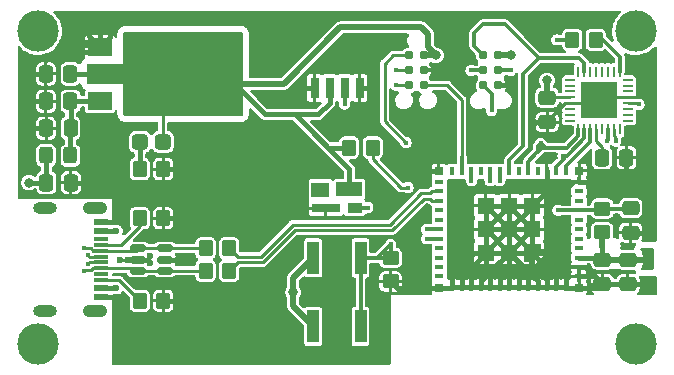
<source format=gbr>
%TF.GenerationSoftware,KiCad,Pcbnew,(6.0.0-0)*%
%TF.CreationDate,2022-04-04T00:22:25-07:00*%
%TF.ProjectId,aeroh_one,6165726f-685f-46f6-9e65-2e6b69636164,rev?*%
%TF.SameCoordinates,Original*%
%TF.FileFunction,Copper,L1,Top*%
%TF.FilePolarity,Positive*%
%FSLAX46Y46*%
G04 Gerber Fmt 4.6, Leading zero omitted, Abs format (unit mm)*
G04 Created by KiCad (PCBNEW (6.0.0-0)) date 2022-04-04 00:22:25*
%MOMM*%
%LPD*%
G01*
G04 APERTURE LIST*
G04 Aperture macros list*
%AMRoundRect*
0 Rectangle with rounded corners*
0 $1 Rounding radius*
0 $2 $3 $4 $5 $6 $7 $8 $9 X,Y pos of 4 corners*
0 Add a 4 corners polygon primitive as box body*
4,1,4,$2,$3,$4,$5,$6,$7,$8,$9,$2,$3,0*
0 Add four circle primitives for the rounded corners*
1,1,$1+$1,$2,$3*
1,1,$1+$1,$4,$5*
1,1,$1+$1,$6,$7*
1,1,$1+$1,$8,$9*
0 Add four rect primitives between the rounded corners*
20,1,$1+$1,$2,$3,$4,$5,0*
20,1,$1+$1,$4,$5,$6,$7,0*
20,1,$1+$1,$6,$7,$8,$9,0*
20,1,$1+$1,$8,$9,$2,$3,0*%
%AMFreePoly0*
4,1,6,0.550000,-0.560000,-0.900000,-0.560000,-0.900000,0.290000,-0.300000,0.890000,0.550000,0.890000,0.550000,-0.560000,0.550000,-0.560000,$1*%
G04 Aperture macros list end*
%TA.AperFunction,SMDPad,CuDef*%
%ADD10RoundRect,0.250000X-0.337500X-0.475000X0.337500X-0.475000X0.337500X0.475000X-0.337500X0.475000X0*%
%TD*%
%TA.AperFunction,SMDPad,CuDef*%
%ADD11RoundRect,0.250000X0.337500X0.475000X-0.337500X0.475000X-0.337500X-0.475000X0.337500X-0.475000X0*%
%TD*%
%TA.AperFunction,SMDPad,CuDef*%
%ADD12RoundRect,0.250000X-0.412500X-0.400000X0.412500X-0.400000X0.412500X0.400000X-0.412500X0.400000X0*%
%TD*%
%TA.AperFunction,SMDPad,CuDef*%
%ADD13R,0.800000X1.800000*%
%TD*%
%TA.AperFunction,SMDPad,CuDef*%
%ADD14RoundRect,0.250000X0.325000X0.450000X-0.325000X0.450000X-0.325000X-0.450000X0.325000X-0.450000X0*%
%TD*%
%TA.AperFunction,SMDPad,CuDef*%
%ADD15R,1.150000X0.600000*%
%TD*%
%TA.AperFunction,SMDPad,CuDef*%
%ADD16R,1.150000X0.300000*%
%TD*%
%TA.AperFunction,ComponentPad*%
%ADD17O,2.100000X1.050000*%
%TD*%
%TA.AperFunction,ComponentPad*%
%ADD18O,2.000000X1.000000*%
%TD*%
%TA.AperFunction,SMDPad,CuDef*%
%ADD19RoundRect,0.250000X0.350000X0.450000X-0.350000X0.450000X-0.350000X-0.450000X0.350000X-0.450000X0*%
%TD*%
%TA.AperFunction,SMDPad,CuDef*%
%ADD20RoundRect,0.250000X-0.450000X0.350000X-0.450000X-0.350000X0.450000X-0.350000X0.450000X0.350000X0*%
%TD*%
%TA.AperFunction,SMDPad,CuDef*%
%ADD21RoundRect,0.150000X0.512500X0.150000X-0.512500X0.150000X-0.512500X-0.150000X0.512500X-0.150000X0*%
%TD*%
%TA.AperFunction,SMDPad,CuDef*%
%ADD22R,2.000000X1.500000*%
%TD*%
%TA.AperFunction,SMDPad,CuDef*%
%ADD23R,2.000000X3.800000*%
%TD*%
%TA.AperFunction,SMDPad,CuDef*%
%ADD24C,0.787000*%
%TD*%
%TA.AperFunction,SMDPad,CuDef*%
%ADD25RoundRect,0.250000X-0.475000X0.337500X-0.475000X-0.337500X0.475000X-0.337500X0.475000X0.337500X0*%
%TD*%
%TA.AperFunction,SMDPad,CuDef*%
%ADD26RoundRect,0.250000X0.475000X-0.337500X0.475000X0.337500X-0.475000X0.337500X-0.475000X-0.337500X0*%
%TD*%
%TA.AperFunction,SMDPad,CuDef*%
%ADD27R,0.800000X0.400000*%
%TD*%
%TA.AperFunction,SMDPad,CuDef*%
%ADD28R,0.400000X0.800000*%
%TD*%
%TA.AperFunction,SMDPad,CuDef*%
%ADD29R,1.450000X1.450000*%
%TD*%
%TA.AperFunction,SMDPad,CuDef*%
%ADD30FreePoly0,180.000000*%
%TD*%
%TA.AperFunction,SMDPad,CuDef*%
%ADD31R,0.700000X0.700000*%
%TD*%
%TA.AperFunction,SMDPad,CuDef*%
%ADD32RoundRect,0.062500X-0.375000X-0.062500X0.375000X-0.062500X0.375000X0.062500X-0.375000X0.062500X0*%
%TD*%
%TA.AperFunction,SMDPad,CuDef*%
%ADD33RoundRect,0.062500X-0.062500X-0.375000X0.062500X-0.375000X0.062500X0.375000X-0.062500X0.375000X0*%
%TD*%
%TA.AperFunction,SMDPad,CuDef*%
%ADD34R,3.100000X3.100000*%
%TD*%
%TA.AperFunction,SMDPad,CuDef*%
%ADD35R,1.300000X0.900000*%
%TD*%
%TA.AperFunction,SMDPad,CuDef*%
%ADD36R,2.200000X1.200000*%
%TD*%
%TA.AperFunction,SMDPad,CuDef*%
%ADD37R,1.500000X1.300000*%
%TD*%
%TA.AperFunction,SMDPad,CuDef*%
%ADD38R,2.400000X0.800000*%
%TD*%
%TA.AperFunction,ComponentPad*%
%ADD39C,3.500000*%
%TD*%
%TA.AperFunction,SMDPad,CuDef*%
%ADD40R,1.000000X2.800000*%
%TD*%
%TA.AperFunction,SMDPad,CuDef*%
%ADD41RoundRect,0.250000X-0.350000X-0.450000X0.350000X-0.450000X0.350000X0.450000X-0.350000X0.450000X0*%
%TD*%
%TA.AperFunction,ViaPad*%
%ADD42C,0.800000*%
%TD*%
%TA.AperFunction,ViaPad*%
%ADD43C,0.600000*%
%TD*%
%TA.AperFunction,ViaPad*%
%ADD44C,0.450000*%
%TD*%
%TA.AperFunction,Conductor*%
%ADD45C,0.400000*%
%TD*%
%TA.AperFunction,Conductor*%
%ADD46C,0.250000*%
%TD*%
%TA.AperFunction,Conductor*%
%ADD47C,0.300000*%
%TD*%
%TA.AperFunction,Conductor*%
%ADD48C,0.500000*%
%TD*%
%TA.AperFunction,Conductor*%
%ADD49C,0.261112*%
%TD*%
G04 APERTURE END LIST*
D10*
%TO.P,C1,1*%
%TO.N,VBUS*%
X128554500Y-119721600D03*
%TO.P,C1,2*%
%TO.N,GND*%
X130629500Y-119721600D03*
%TD*%
D11*
%TO.P,C2,1*%
%TO.N,+5V*%
X130599500Y-115121600D03*
%TO.P,C2,2*%
%TO.N,GND*%
X128524500Y-115121600D03*
%TD*%
%TO.P,C3,1*%
%TO.N,+5V*%
X130594900Y-112821600D03*
%TO.P,C3,2*%
%TO.N,GND*%
X128519900Y-112821600D03*
%TD*%
%TO.P,C4,1*%
%TO.N,+3V3*%
X130594900Y-110521600D03*
%TO.P,C4,2*%
%TO.N,GND*%
X128519900Y-110521600D03*
%TD*%
D12*
%TO.P,D1,1,K*%
%TO.N,/PWR_LED_K*%
X136487500Y-116271600D03*
%TO.P,D1,2,A*%
%TO.N,+3V3*%
X138412500Y-116271600D03*
%TD*%
D13*
%TO.P,D3,1,GND*%
%TO.N,GND*%
X151257000Y-111712000D03*
%TO.P,D3,2,Vs*%
%TO.N,+3V3*%
X152527000Y-111712000D03*
%TO.P,D3,3,Vo*%
%TO.N,/IR_RECV_PIN*%
X153797000Y-111712000D03*
%TO.P,D3,4,GND*%
%TO.N,GND*%
X155067000Y-111712000D03*
%TD*%
D14*
%TO.P,FB1,1*%
%TO.N,+5V*%
X130587000Y-117421600D03*
%TO.P,FB1,2*%
%TO.N,VBUS*%
X128537000Y-117421600D03*
%TD*%
D15*
%TO.P,J1,A1_B12,GND*%
%TO.N,GND*%
X133205000Y-123032156D03*
%TO.P,J1,A4_B9,VBUS*%
%TO.N,VBUS*%
X133205000Y-123832156D03*
D16*
%TO.P,J1,A5,CC1*%
%TO.N,/CC1*%
X133205000Y-124982156D03*
%TO.P,J1,A6,DP1*%
%TO.N,USB_P*%
X133205000Y-125982156D03*
%TO.P,J1,A7,DN1*%
%TO.N,USB_N*%
X133205000Y-126482156D03*
%TO.P,J1,A8,SBU1*%
%TO.N,unconnected-(J1-PadA8)*%
X133205000Y-127482156D03*
D15*
%TO.P,J1,B1_A12,GND*%
%TO.N,GND*%
X133205000Y-129432156D03*
%TO.P,J1,B4_A9,VBUS*%
%TO.N,VBUS*%
X133205000Y-128632156D03*
D16*
%TO.P,J1,B5,CC2*%
%TO.N,/CC2*%
X133205000Y-127982156D03*
%TO.P,J1,B6,DP2*%
%TO.N,USB_P*%
X133205000Y-126982156D03*
%TO.P,J1,B7,DN2*%
%TO.N,USB_N*%
X133205000Y-125482156D03*
%TO.P,J1,B8,SBU2*%
%TO.N,unconnected-(J1-PadB8)*%
X133205000Y-124482156D03*
D17*
%TO.P,J1,S1,SHELL_GND*%
%TO.N,unconnected-(J1-PadS1)*%
X132630000Y-121912156D03*
D18*
%TO.P,J1,S2,SHELL_GND*%
%TO.N,unconnected-(J1-PadS2)*%
X128450000Y-121912156D03*
%TO.P,J1,S3,SHELL_GND*%
%TO.N,unconnected-(J1-PadS3)*%
X128450000Y-130552156D03*
D17*
%TO.P,J1,S4,SHELL_GND*%
%TO.N,unconnected-(J1-PadS4)*%
X132630000Y-130552156D03*
%TD*%
D19*
%TO.P,R1,1*%
%TO.N,GND*%
X138450000Y-122732156D03*
%TO.P,R1,2*%
%TO.N,/CC1*%
X136450000Y-122732156D03*
%TD*%
%TO.P,R2,1*%
%TO.N,GND*%
X138450000Y-129732156D03*
%TO.P,R2,2*%
%TO.N,/CC2*%
X136450000Y-129732156D03*
%TD*%
%TO.P,R3,1*%
%TO.N,GND*%
X138450000Y-118571600D03*
%TO.P,R3,2*%
%TO.N,/PWR_LED_K*%
X136450000Y-118571600D03*
%TD*%
D20*
%TO.P,R16,1*%
%TO.N,BUTTON_IN*%
X157702000Y-126092000D03*
%TO.P,R16,2*%
%TO.N,GND*%
X157702000Y-128092000D03*
%TD*%
D21*
%TO.P,U2,1,I/O1*%
%TO.N,USB_P*%
X138587500Y-127182156D03*
%TO.P,U2,2,GND*%
%TO.N,GND*%
X138587500Y-126232156D03*
%TO.P,U2,3,I/O2*%
%TO.N,USB_N*%
X138587500Y-125282156D03*
%TO.P,U2,4,I/O2*%
X136312500Y-125282156D03*
%TO.P,U2,5,VBUS*%
%TO.N,VBUS*%
X136312500Y-126232156D03*
%TO.P,U2,6,I/O1*%
%TO.N,USB_P*%
X136312500Y-127182156D03*
%TD*%
D22*
%TO.P,U3,1,GND*%
%TO.N,GND*%
X133081600Y-108221600D03*
D23*
%TO.P,U3,2,VO*%
%TO.N,+3V3*%
X139381600Y-110521600D03*
D22*
X133081600Y-110521600D03*
%TO.P,U3,3,VI*%
%TO.N,+5V*%
X133081600Y-112821600D03*
%TD*%
D24*
%TO.P,J2,1,MISO*%
%TO.N,MISO*%
X165557000Y-108952000D03*
%TO.P,J2,2,VCC*%
%TO.N,+3V3*%
X166827000Y-108952000D03*
%TO.P,J2,3,SCK*%
%TO.N,SCK*%
X165557000Y-110222000D03*
%TO.P,J2,4,MOSI*%
%TO.N,MOSI*%
X166827000Y-110222000D03*
%TO.P,J2,5,~{RST}*%
%TO.N,/nRESET*%
X165557000Y-111492000D03*
%TO.P,J2,6,GND*%
%TO.N,GND*%
X166827000Y-111492000D03*
%TD*%
D25*
%TO.P,C7,1*%
%TO.N,+3V3*%
X175637200Y-126235300D03*
%TO.P,C7,2*%
%TO.N,GND*%
X175637200Y-128310300D03*
%TD*%
%TO.P,C8,1*%
%TO.N,+3V3*%
X177796200Y-126235300D03*
%TO.P,C8,2*%
%TO.N,GND*%
X177796200Y-128310300D03*
%TD*%
D26*
%TO.P,C9,1*%
%TO.N,GND*%
X178022000Y-123956000D03*
%TO.P,C9,2*%
%TO.N,EN*%
X178022000Y-121881000D03*
%TD*%
D20*
%TO.P,R12,1*%
%TO.N,EN*%
X175609000Y-121918500D03*
%TO.P,R12,2*%
%TO.N,+3V3*%
X175609000Y-123918500D03*
%TD*%
D27*
%TO.P,U4,1,GND*%
%TO.N,GND*%
X173635000Y-127665000D03*
%TO.P,U4,2,GND*%
X173635000Y-126865000D03*
%TO.P,U4,3,3V3*%
%TO.N,+3V3*%
X173635000Y-126065000D03*
%TO.P,U4,4,NC*%
%TO.N,unconnected-(U4-Pad4)*%
X173635000Y-125265000D03*
%TO.P,U4,5,IO2*%
%TO.N,unconnected-(U4-Pad5)*%
X173635000Y-124465000D03*
%TO.P,U4,6,IO3*%
%TO.N,unconnected-(U4-Pad6)*%
X173635000Y-123665000D03*
%TO.P,U4,7,NC*%
%TO.N,unconnected-(U4-Pad7)*%
X173635000Y-122865000D03*
%TO.P,U4,8,EN*%
%TO.N,EN*%
X173635000Y-122065000D03*
%TO.P,U4,9,NC*%
%TO.N,unconnected-(U4-Pad9)*%
X173635000Y-121265000D03*
%TO.P,U4,10,NC*%
%TO.N,unconnected-(U4-Pad10)*%
X173635000Y-120465000D03*
%TO.P,U4,11,GND*%
%TO.N,GND*%
X173635000Y-119665000D03*
D28*
%TO.P,U4,12,IO0*%
%TO.N,nSS*%
X172535000Y-118765000D03*
%TO.P,U4,13,IO1*%
%TO.N,SCK*%
X171735000Y-118765000D03*
%TO.P,U4,14,GND*%
%TO.N,GND*%
X170935000Y-118765000D03*
%TO.P,U4,15,NC*%
%TO.N,unconnected-(U4-Pad15)*%
X170135000Y-118765000D03*
%TO.P,U4,16,IO10*%
%TO.N,MOSI*%
X169335000Y-118765000D03*
%TO.P,U4,17,NC*%
%TO.N,unconnected-(U4-Pad17)*%
X168535000Y-118765000D03*
%TO.P,U4,18,IO4*%
%TO.N,MISO*%
X167735000Y-118765000D03*
%TO.P,U4,19,IO5*%
%TO.N,BUTTON_IN*%
X166935000Y-118765000D03*
%TO.P,U4,20,IO6*%
%TO.N,RGB_LED_DIN*%
X166135000Y-118765000D03*
%TO.P,U4,21,IO7*%
%TO.N,unconnected-(U4-Pad21)*%
X165335000Y-118765000D03*
%TO.P,U4,22,IO8*%
%TO.N,IO8*%
X164535000Y-118765000D03*
%TO.P,U4,23,IO9*%
%TO.N,IO9*%
X163735000Y-118765000D03*
%TO.P,U4,24,NC*%
%TO.N,unconnected-(U4-Pad24)*%
X162935000Y-118765000D03*
D27*
%TO.P,U4,25,NC*%
%TO.N,unconnected-(U4-Pad25)*%
X161835000Y-119665000D03*
%TO.P,U4,26,IO18*%
%TO.N,/ESP_USB_N*%
X161835000Y-120465000D03*
%TO.P,U4,27,IO19*%
%TO.N,/ESP_USB_P*%
X161835000Y-121265000D03*
%TO.P,U4,28,NC*%
%TO.N,unconnected-(U4-Pad28)*%
X161835000Y-122065000D03*
%TO.P,U4,29,NC*%
%TO.N,unconnected-(U4-Pad29)*%
X161835000Y-122865000D03*
%TO.P,U4,30,RXD0*%
%TO.N,RXD0*%
X161835000Y-123665000D03*
%TO.P,U4,31,TXD0*%
%TO.N,TXD0*%
X161835000Y-124465000D03*
%TO.P,U4,32,NC*%
%TO.N,unconnected-(U4-Pad32)*%
X161835000Y-125265000D03*
%TO.P,U4,33,NC*%
%TO.N,unconnected-(U4-Pad33)*%
X161835000Y-126065000D03*
%TO.P,U4,34,NC*%
%TO.N,unconnected-(U4-Pad34)*%
X161835000Y-126865000D03*
%TO.P,U4,35,NC*%
%TO.N,unconnected-(U4-Pad35)*%
X161835000Y-127665000D03*
D28*
%TO.P,U4,36,GND*%
%TO.N,GND*%
X162935000Y-128565000D03*
%TO.P,U4,37,GND*%
X163735000Y-128565000D03*
%TO.P,U4,38,GND*%
X164535000Y-128565000D03*
%TO.P,U4,39,GND*%
X165335000Y-128565000D03*
%TO.P,U4,40,GND*%
X166135000Y-128565000D03*
%TO.P,U4,41,GND*%
X166935000Y-128565000D03*
%TO.P,U4,42,GND*%
X167735000Y-128565000D03*
%TO.P,U4,43,GND*%
X168535000Y-128565000D03*
%TO.P,U4,44,GND*%
X169335000Y-128565000D03*
%TO.P,U4,45,GND*%
X170135000Y-128565000D03*
%TO.P,U4,46,GND*%
X170935000Y-128565000D03*
%TO.P,U4,47,GND*%
X171735000Y-128565000D03*
%TO.P,U4,48,GND*%
X172535000Y-128565000D03*
D29*
%TO.P,U4,49,GND*%
X169710000Y-123665000D03*
X165760000Y-121690000D03*
X169710000Y-121690000D03*
X165760000Y-123665000D03*
D30*
X169535000Y-125475000D03*
D29*
X165760000Y-125640000D03*
X167735000Y-123665000D03*
X167735000Y-121690000D03*
X167735000Y-125640000D03*
D31*
%TO.P,U4,50,GND*%
X161785000Y-128615000D03*
%TO.P,U4,51,GND*%
X161785000Y-118715000D03*
%TO.P,U4,52,GND*%
X173685000Y-118715000D03*
%TO.P,U4,53,GND*%
X173685000Y-128615000D03*
%TD*%
D25*
%TO.P,C10,1*%
%TO.N,+3V3*%
X170942000Y-112522000D03*
%TO.P,C10,2*%
%TO.N,GND*%
X170942000Y-114597000D03*
%TD*%
D11*
%TO.P,C11,1*%
%TO.N,GND*%
X177669100Y-117627400D03*
%TO.P,C11,2*%
%TO.N,Net-(C11-Pad2)*%
X175594100Y-117627400D03*
%TD*%
D19*
%TO.P,R17,1*%
%TO.N,/IR_SEND_PIN*%
X175072000Y-107632000D03*
%TO.P,R17,2*%
%TO.N,/IR_EMITTER_A*%
X173072000Y-107632000D03*
%TD*%
D32*
%TO.P,U5,1,NC*%
%TO.N,unconnected-(U5-Pad1)*%
X172910500Y-111005000D03*
%TO.P,U5,2,NC*%
%TO.N,unconnected-(U5-Pad2)*%
X172910500Y-111505000D03*
%TO.P,U5,3,PA3*%
%TO.N,unconnected-(U5-Pad3)*%
X172910500Y-112005000D03*
%TO.P,U5,4,AVCC*%
%TO.N,+3V3*%
X172910500Y-112505000D03*
%TO.P,U5,5,AGND*%
%TO.N,GND*%
X172910500Y-113005000D03*
%TO.P,U5,6,NC*%
%TO.N,unconnected-(U5-Pad6)*%
X172910500Y-113505000D03*
%TO.P,U5,7,NC*%
%TO.N,unconnected-(U5-Pad7)*%
X172910500Y-114005000D03*
%TO.P,U5,8,NC*%
%TO.N,unconnected-(U5-Pad8)*%
X172910500Y-114505000D03*
D33*
%TO.P,U5,9,PA4*%
%TO.N,MOSI*%
X173598000Y-115192500D03*
%TO.P,U5,10,PA5*%
%TO.N,SCK*%
X174098000Y-115192500D03*
%TO.P,U5,11,PA6*%
%TO.N,nSS*%
X174598000Y-115192500D03*
%TO.P,U5,12,AREF/PA7*%
%TO.N,Net-(C11-Pad2)*%
X175098000Y-115192500D03*
%TO.P,U5,13,NC*%
%TO.N,unconnected-(U5-Pad13)*%
X175598000Y-115192500D03*
%TO.P,U5,14,~{RESET}/PB7*%
%TO.N,/nRESET*%
X176098000Y-115192500D03*
%TO.P,U5,15,PB6*%
%TO.N,/IR_RECV_PIN*%
X176598000Y-115192500D03*
%TO.P,U5,16,NC*%
%TO.N,unconnected-(U5-Pad16)*%
X177098000Y-115192500D03*
D32*
%TO.P,U5,17,NC*%
%TO.N,unconnected-(U5-Pad17)*%
X177785500Y-114505000D03*
%TO.P,U5,18,XTAL2/PB5*%
%TO.N,unconnected-(U5-Pad18)*%
X177785500Y-114005000D03*
%TO.P,U5,19,XTAL1/PB4*%
%TO.N,unconnected-(U5-Pad19)*%
X177785500Y-113505000D03*
%TO.P,U5,20,VCC*%
%TO.N,+3V3*%
X177785500Y-113005000D03*
%TO.P,U5,21,GND*%
%TO.N,GND*%
X177785500Y-112505000D03*
%TO.P,U5,22,NC*%
%TO.N,unconnected-(U5-Pad22)*%
X177785500Y-112005000D03*
%TO.P,U5,23,NC*%
%TO.N,unconnected-(U5-Pad23)*%
X177785500Y-111505000D03*
%TO.P,U5,24,NC*%
%TO.N,unconnected-(U5-Pad24)*%
X177785500Y-111005000D03*
D33*
%TO.P,U5,25,PB3*%
%TO.N,/IR_SEND_PIN*%
X177098000Y-110317500D03*
%TO.P,U5,26,PB2*%
%TO.N,/SCL*%
X176598000Y-110317500D03*
%TO.P,U5,27,PB1*%
%TO.N,unconnected-(U5-Pad27)*%
X176098000Y-110317500D03*
%TO.P,U5,28,PB0*%
%TO.N,/SDA*%
X175598000Y-110317500D03*
%TO.P,U5,29,PA0*%
%TO.N,unconnected-(U5-Pad29)*%
X175098000Y-110317500D03*
%TO.P,U5,30,PA1*%
%TO.N,unconnected-(U5-Pad30)*%
X174598000Y-110317500D03*
%TO.P,U5,31,PA2*%
%TO.N,MISO*%
X174098000Y-110317500D03*
%TO.P,U5,32,NC*%
%TO.N,unconnected-(U5-Pad32)*%
X173598000Y-110317500D03*
D34*
%TO.P,U5,33,GND*%
%TO.N,GND*%
X175348000Y-112755000D03*
%TD*%
D35*
%TO.P,D2,1,DIN*%
%TO.N,RGB_LED_DIN*%
X154662000Y-121842000D03*
D36*
%TO.P,D2,2,VDD*%
%TO.N,+3V3*%
X154212000Y-120292000D03*
D37*
%TO.P,D2,3,DOUT*%
%TO.N,unconnected-(D2-Pad3)*%
X151762000Y-120342000D03*
D38*
%TO.P,D2,4,GND*%
%TO.N,GND*%
X152212000Y-121892000D03*
%TD*%
D39*
%TO.P,REF\u002A\u002A,*%
%TO.N,*%
X178467000Y-133382000D03*
%TD*%
D19*
%TO.P,R5,1*%
%TO.N,/ESP_USB_N*%
X144032000Y-125282156D03*
%TO.P,R5,2*%
%TO.N,USB_N*%
X142032000Y-125282156D03*
%TD*%
%TO.P,R4,1*%
%TO.N,/ESP_USB_P*%
X144032000Y-127182156D03*
%TO.P,R4,2*%
%TO.N,USB_P*%
X142032000Y-127182156D03*
%TD*%
D24*
%TO.P,J3,1,Pin_1*%
%TO.N,EN*%
X159227000Y-108952000D03*
%TO.P,J3,2,Pin_2*%
%TO.N,+3V3*%
X160497000Y-108952000D03*
%TO.P,J3,3,Pin_3*%
%TO.N,TXD0*%
X159227000Y-110222000D03*
%TO.P,J3,4,Pin_4*%
%TO.N,GND*%
X160497000Y-110222000D03*
%TO.P,J3,5,Pin_5*%
%TO.N,RXD0*%
X159227000Y-111492000D03*
%TO.P,J3,6,Pin_6*%
%TO.N,IO9*%
X160497000Y-111492000D03*
%TD*%
D40*
%TO.P,S1,1*%
%TO.N,+3V3*%
X151152000Y-131892000D03*
%TO.P,S1,2*%
X151152000Y-126092000D03*
%TO.P,S1,3*%
%TO.N,BUTTON_IN*%
X155152000Y-131892000D03*
%TO.P,S1,4*%
X155152000Y-126092000D03*
%TD*%
D39*
%TO.P,REF\u002A\u002A,*%
%TO.N,*%
X178467000Y-106902000D03*
%TD*%
D41*
%TO.P,R6,1*%
%TO.N,+3V3*%
X154182000Y-116762000D03*
%TO.P,R6,2*%
%TO.N,IO8*%
X156182000Y-116762000D03*
%TD*%
D39*
%TO.P,REF\u002A\u002A,*%
%TO.N,*%
X127857000Y-106902000D03*
%TD*%
%TO.P,REF\u002A\u002A,*%
%TO.N,*%
X127857000Y-133382000D03*
%TD*%
D42*
%TO.N,GND*%
X179354480Y-123956000D03*
X174900000Y-119665000D03*
X177669100Y-119176800D03*
D43*
X134460400Y-129432156D03*
X134460400Y-130090156D03*
X134460400Y-130725156D03*
X134460400Y-122343156D03*
X134460400Y-121708156D03*
D44*
X179514500Y-112505000D03*
D42*
X149512000Y-132922000D03*
D43*
X169626280Y-114980720D03*
X166753540Y-122689620D03*
D42*
X133082000Y-118472000D03*
X179354480Y-128310300D03*
X134082000Y-116472000D03*
D43*
X168722040Y-122687080D03*
D42*
X136012000Y-132922000D03*
X150233380Y-111712000D03*
X148282000Y-107062000D03*
X144132000Y-121085345D03*
X159272000Y-128615000D03*
X167852000Y-111492000D03*
X147282000Y-110062000D03*
X139750000Y-129732156D03*
X127082000Y-110521600D03*
X160655000Y-128615000D03*
X139750000Y-122712000D03*
X131392000Y-108682000D03*
D43*
X166745920Y-124640340D03*
D42*
X142132000Y-121085345D03*
X127142000Y-112821600D03*
X133082000Y-116472000D03*
X147282000Y-108062000D03*
X141132000Y-121085345D03*
X134082000Y-117472000D03*
X150302000Y-121892000D03*
X133105345Y-117482593D03*
X133902000Y-106472000D03*
D43*
X134460400Y-123032156D03*
D42*
X131392000Y-107782000D03*
X135012000Y-132922000D03*
X135012000Y-133922000D03*
X148282000Y-109062000D03*
D43*
X169626280Y-114320320D03*
D42*
X143132000Y-120085345D03*
X144132000Y-120085345D03*
X148522593Y-133898655D03*
X133082000Y-115472000D03*
D43*
X168719500Y-124620020D03*
D42*
X149512000Y-133922000D03*
X127116600Y-115121600D03*
X156083000Y-111712000D03*
X147282000Y-109062000D03*
D43*
X139705500Y-126232156D03*
D42*
X151612000Y-128352000D03*
D43*
X140340500Y-126232156D03*
D42*
X148258655Y-108051407D03*
X143142593Y-121062000D03*
X134082000Y-115472000D03*
X148512000Y-132922000D03*
X142132000Y-120085345D03*
X147282000Y-107062000D03*
X141132000Y-120085345D03*
X134082000Y-118472000D03*
X132192000Y-106482000D03*
X139750000Y-118571600D03*
X136012000Y-133922000D03*
X132142000Y-119721600D03*
X160692000Y-118702000D03*
X148282000Y-110062000D03*
X133052000Y-106472000D03*
D43*
%TO.N,VBUS*%
X134460400Y-128632156D03*
D42*
X127082000Y-119721600D03*
D43*
X135450000Y-126232156D03*
X137356000Y-126552156D03*
X134460400Y-123832156D03*
X137356000Y-125932156D03*
X134750000Y-126232156D03*
D42*
%TO.N,+3V3*%
X144082000Y-111962000D03*
X143082000Y-111962000D03*
X143082000Y-112962000D03*
X141082000Y-107962000D03*
X137082000Y-108962000D03*
X136082000Y-107962000D03*
X137082000Y-111962000D03*
D43*
X175609000Y-125000000D03*
D42*
X142082000Y-107962000D03*
X144058655Y-108951407D03*
X141082000Y-112962000D03*
X141082000Y-108962000D03*
X167852000Y-108952000D03*
X136082000Y-112962000D03*
X136082000Y-109962000D03*
D44*
X178712000Y-113105000D03*
D42*
X137082000Y-110962000D03*
X137082000Y-109962000D03*
X141082000Y-109962000D03*
X137082000Y-112962000D03*
X136082000Y-110962000D03*
X143082000Y-110962000D03*
X144082000Y-110962000D03*
X144082000Y-112962000D03*
X149442000Y-128992000D03*
X141082000Y-111962000D03*
X137082000Y-107962000D03*
X179451000Y-126619000D03*
X143082000Y-107962000D03*
X141082000Y-110962000D03*
X142082000Y-108962000D03*
X144082000Y-107962000D03*
X136082000Y-111962000D03*
D43*
X176712700Y-126235300D03*
D42*
X143082000Y-108962000D03*
X142082000Y-109962000D03*
X161542000Y-108952000D03*
X142082000Y-110962000D03*
X143082000Y-109962000D03*
X136082000Y-108962000D03*
X179451000Y-125730000D03*
X142082000Y-111962000D03*
X170942000Y-111062000D03*
X142082000Y-112962000D03*
X144082000Y-109962000D03*
D44*
%TO.N,EN*%
X159000000Y-116332000D03*
X171877000Y-122065000D03*
%TO.N,/IR_RECV_PIN*%
X153797000Y-113062000D03*
X176742000Y-116193980D03*
%TO.N,USB_N*%
X131750000Y-125257156D03*
X132100000Y-126582156D03*
%TO.N,USB_P*%
X132100000Y-125882156D03*
X131750000Y-127207156D03*
%TO.N,/nRESET*%
X166242000Y-113612000D03*
X175998000Y-116193980D03*
%TO.N,MOSI*%
X167852000Y-110222000D03*
X170402000Y-116382000D03*
%TO.N,SCK*%
X172307000Y-117442000D03*
X164512000Y-110222000D03*
%TO.N,TXD0*%
X158172000Y-110222000D03*
X160742000Y-124465000D03*
%TO.N,RXD0*%
X160742000Y-123665000D03*
X158172000Y-111492000D03*
%TO.N,BUTTON_IN*%
X166935000Y-119562000D03*
X157702000Y-124942000D03*
%TO.N,/IR_EMITTER_A*%
X171782000Y-107632000D03*
%TO.N,RGB_LED_DIN*%
X155762000Y-121842000D03*
X166135000Y-119562000D03*
%TO.N,IO8*%
X164535000Y-119562000D03*
X159162000Y-120142000D03*
%TD*%
D45*
%TO.N,GND*%
X168535000Y-126440000D02*
X167735000Y-125640000D01*
X170935000Y-120465000D02*
X169710000Y-121690000D01*
X173685000Y-128615000D02*
X172585000Y-128615000D01*
X167735000Y-125640000D02*
X169370000Y-125640000D01*
X169370000Y-125640000D02*
X169535000Y-125475000D01*
X169902960Y-114597000D02*
X169626280Y-114320320D01*
X169710000Y-127615000D02*
X170135000Y-128040000D01*
X161785000Y-128615000D02*
X162885000Y-128615000D01*
X163735000Y-127665000D02*
X165760000Y-125640000D01*
X133052000Y-108192000D02*
X133081600Y-108221600D01*
X158225000Y-128615000D02*
X157702000Y-128092000D01*
X170010000Y-114597000D02*
X169626280Y-114980720D01*
X165335000Y-128565000D02*
X165335000Y-128040000D01*
X139729844Y-122732156D02*
X139750000Y-122712000D01*
X165760000Y-125640000D02*
X165760000Y-125626260D01*
X134460400Y-130090156D02*
X134460400Y-130725156D01*
X134460400Y-122343156D02*
X134460400Y-123032156D01*
X168719500Y-124620020D02*
X168719500Y-124659500D01*
X164735340Y-125640000D02*
X165760000Y-125640000D01*
X170747860Y-125640000D02*
X172535000Y-127427140D01*
X171735000Y-127675000D02*
X169535000Y-125475000D01*
X131392000Y-107782000D02*
X132642000Y-107782000D01*
X165760000Y-123665000D02*
X167735000Y-121690000D01*
X169710000Y-123665000D02*
X169710000Y-125300000D01*
D46*
X175098000Y-113005000D02*
X175348000Y-112755000D01*
D45*
X164535000Y-128565000D02*
X164535000Y-127869800D01*
X166135000Y-128565000D02*
X166135000Y-127240000D01*
X170935000Y-118765000D02*
X170935000Y-120465000D01*
X165760000Y-127615000D02*
X165335000Y-128040000D01*
X170135000Y-128565000D02*
X170135000Y-128040000D01*
X173635000Y-127665000D02*
X174991900Y-127665000D01*
X165760000Y-121696080D02*
X166753540Y-122689620D01*
D46*
X172910500Y-113005000D02*
X172424978Y-113005000D01*
D45*
X177796200Y-128310300D02*
X175637200Y-128310300D01*
X173635000Y-126865000D02*
X174191900Y-126865000D01*
X167735000Y-125640000D02*
X170747860Y-125640000D01*
X167735000Y-123665000D02*
X167744120Y-123665000D01*
X165760000Y-121690000D02*
X167735000Y-121690000D01*
X173685000Y-128615000D02*
X175332500Y-128615000D01*
X171735000Y-128565000D02*
X171735000Y-127675000D01*
X167744120Y-123665000D02*
X168584999Y-122824121D01*
X162885000Y-128615000D02*
X162935000Y-128565000D01*
X161785000Y-128615000D02*
X160655000Y-128615000D01*
X169335000Y-128565000D02*
X169335000Y-127240000D01*
X131392000Y-108682000D02*
X132621200Y-108682000D01*
X165760000Y-125640000D02*
X165760000Y-123665000D01*
X166935000Y-126440000D02*
X167735000Y-125640000D01*
X167735000Y-121690000D02*
X169710000Y-121690000D01*
X162935000Y-127440340D02*
X164735340Y-125640000D01*
D46*
X173635000Y-119665000D02*
X173635000Y-118765000D01*
X177785500Y-112505000D02*
X175598000Y-112505000D01*
D45*
X132642000Y-107782000D02*
X133081600Y-108221600D01*
X130629500Y-119721600D02*
X132142000Y-119721600D01*
X167735000Y-125640000D02*
X167735000Y-128565000D01*
X133205000Y-123032156D02*
X134460400Y-123032156D01*
X162935000Y-128565000D02*
X162935000Y-127440340D01*
X170942000Y-114597000D02*
X170010000Y-114597000D01*
X172585000Y-128615000D02*
X172535000Y-128565000D01*
X134460400Y-121708156D02*
X134460400Y-122343156D01*
X169710000Y-121690000D02*
X169710000Y-121699120D01*
X139705500Y-126232156D02*
X140340500Y-126232156D01*
X167735000Y-123665000D02*
X167721260Y-123665000D01*
X132192000Y-107332000D02*
X133081600Y-108221600D01*
X169710000Y-123665000D02*
X169710000Y-127615000D01*
X169710000Y-121699120D02*
X168722040Y-122687080D01*
X165760000Y-125626260D02*
X166745920Y-124640340D01*
X169710000Y-123665000D02*
X169710000Y-121690000D01*
X170935000Y-128565000D02*
X170935000Y-127965820D01*
D46*
X172910500Y-113005000D02*
X175098000Y-113005000D01*
D45*
X155067000Y-111712000D02*
X156083000Y-111712000D01*
X132192000Y-106482000D02*
X132192000Y-107332000D01*
X133902000Y-106472000D02*
X133902000Y-107401200D01*
X132621200Y-108682000D02*
X133081600Y-108221600D01*
X168584999Y-124485519D02*
X168584999Y-124514999D01*
X164535000Y-127869800D02*
X165760000Y-126644800D01*
D46*
X173635000Y-118765000D02*
X173685000Y-118715000D01*
D45*
X167735000Y-123665000D02*
X165760000Y-123665000D01*
X174191900Y-126865000D02*
X175637200Y-128310300D01*
X177669100Y-117627400D02*
X177669100Y-119176800D01*
X175332500Y-128615000D02*
X175637200Y-128310300D01*
X169710000Y-123665000D02*
X167735000Y-125640000D01*
X138450000Y-129732156D02*
X139750000Y-129732156D01*
X167735000Y-123665000D02*
X167734000Y-123665000D01*
X170942000Y-114597000D02*
X169902960Y-114597000D01*
D47*
X171278002Y-121690000D02*
X169710000Y-121690000D01*
D45*
X134460400Y-129432156D02*
X134460400Y-130090156D01*
X168719500Y-124659500D02*
X169535000Y-125475000D01*
D46*
X173635000Y-126865000D02*
X173635000Y-127665000D01*
D45*
X167721260Y-123665000D02*
X166885001Y-124501259D01*
X165760000Y-121690000D02*
X165760000Y-123665000D01*
X167735000Y-121690000D02*
X169710000Y-123665000D01*
X167735000Y-125640000D02*
X167735000Y-123665000D01*
X133902000Y-107401200D02*
X133081600Y-108221600D01*
X169710000Y-123665000D02*
X167735000Y-123665000D01*
X167735000Y-123665000D02*
X167764480Y-123665000D01*
X169626280Y-114320320D02*
X169626280Y-114980720D01*
X167734000Y-123665000D02*
X166971980Y-122902980D01*
X165760000Y-126644800D02*
X165760000Y-125640000D01*
X172535000Y-128565000D02*
X172535000Y-127427140D01*
X138450000Y-118571600D02*
X139750000Y-118571600D01*
X166885001Y-124501259D02*
X166885001Y-124514999D01*
D46*
X177785500Y-112505000D02*
X179514500Y-112505000D01*
D45*
X127116600Y-115121600D02*
X128524500Y-115121600D01*
D46*
X173635000Y-128565000D02*
X173685000Y-128615000D01*
D45*
X169710000Y-126740820D02*
X169710000Y-123665000D01*
D46*
X175598000Y-112505000D02*
X175348000Y-112755000D01*
D45*
X178022000Y-123956000D02*
X179354480Y-123956000D01*
D47*
X173635000Y-119665000D02*
X173303002Y-119665000D01*
D45*
X174991900Y-127665000D02*
X175637200Y-128310300D01*
X127142000Y-112821600D02*
X128519900Y-112821600D01*
X170935000Y-127965820D02*
X169710000Y-126740820D01*
X168584999Y-122824121D02*
X168584999Y-122815001D01*
D46*
X173635000Y-127665000D02*
X173635000Y-128565000D01*
D45*
X161785000Y-118715000D02*
X160669000Y-118715000D01*
X162935000Y-128565000D02*
X172535000Y-128565000D01*
X163735000Y-128565000D02*
X163735000Y-127665000D01*
X169710000Y-125300000D02*
X169535000Y-125475000D01*
X165760000Y-123665000D02*
X165760000Y-127615000D01*
X168535000Y-128565000D02*
X168535000Y-126440000D01*
X133052000Y-106472000D02*
X133052000Y-108192000D01*
X138550000Y-126232156D02*
X139705500Y-126232156D01*
D46*
X172424978Y-113005000D02*
X170942000Y-114487978D01*
D45*
X173635000Y-119665000D02*
X174900000Y-119665000D01*
X165760000Y-123665000D02*
X167735000Y-125640000D01*
X166935000Y-128565000D02*
X166935000Y-126440000D01*
X177796200Y-128310300D02*
X179354480Y-128310300D01*
X133205000Y-129432156D02*
X134460400Y-129432156D01*
X167735000Y-121690000D02*
X167735000Y-123665000D01*
X165760000Y-121690000D02*
X165760000Y-121696080D01*
X167764480Y-123665000D02*
X168584999Y-124485519D01*
D47*
X160497000Y-110222000D02*
X161542000Y-110222000D01*
D45*
X159272000Y-128615000D02*
X158225000Y-128615000D01*
X138450000Y-122732156D02*
X139729844Y-122732156D01*
X166827000Y-111492000D02*
X167852000Y-111492000D01*
D46*
X152212000Y-121892000D02*
X150302000Y-121892000D01*
X170942000Y-114487978D02*
X170942000Y-114597000D01*
D45*
X166135000Y-127240000D02*
X167735000Y-125640000D01*
X165760000Y-125640000D02*
X167735000Y-125640000D01*
D47*
X173303002Y-119665000D02*
X171278002Y-121690000D01*
D45*
X151257000Y-111712000D02*
X150233380Y-111712000D01*
D46*
X161835000Y-128565000D02*
X161785000Y-128615000D01*
D45*
X127082000Y-110521600D02*
X128519900Y-110521600D01*
X169335000Y-127240000D02*
X167735000Y-125640000D01*
%TO.N,VBUS*%
X127082000Y-119721600D02*
X128554500Y-119721600D01*
D48*
X135450000Y-126232156D02*
X136350000Y-126232156D01*
D45*
X128554500Y-117439100D02*
X128537000Y-117421600D01*
X128554500Y-119721600D02*
X128554500Y-117439100D01*
D46*
X135450000Y-126232156D02*
X134750000Y-126232156D01*
D45*
X137056000Y-126232156D02*
X137356000Y-125932156D01*
X133205000Y-123832156D02*
X134460400Y-123832156D01*
X133205000Y-128632156D02*
X134460400Y-128632156D01*
X137036000Y-126232156D02*
X137356000Y-126552156D01*
X136312500Y-126232156D02*
X137036000Y-126232156D01*
X136312500Y-126232156D02*
X137056000Y-126232156D01*
%TO.N,+5V*%
X130594900Y-112821600D02*
X133081600Y-112821600D01*
X130599500Y-112826200D02*
X130594900Y-112821600D01*
X130587000Y-115134100D02*
X130599500Y-115121600D01*
X130599500Y-115121600D02*
X130599500Y-112826200D01*
X130587000Y-117421600D02*
X130587000Y-115134100D01*
D48*
%TO.N,+3V3*%
X160312000Y-106582000D02*
X160857021Y-107127021D01*
X148652000Y-111362000D02*
X153432000Y-106582000D01*
X170942000Y-112522000D02*
X170942000Y-111062000D01*
X166827000Y-108952000D02*
X167852000Y-108952000D01*
D46*
X177785500Y-113005000D02*
X178612000Y-113005000D01*
D48*
X175609000Y-123918500D02*
X175609000Y-125000000D01*
D45*
X152527000Y-113012000D02*
X151587000Y-113952000D01*
X151587000Y-113952000D02*
X149592000Y-113952000D01*
D48*
X149442000Y-128992000D02*
X149442000Y-130182000D01*
D45*
X152527000Y-111712000D02*
X152527000Y-113012000D01*
D46*
X138412500Y-111490700D02*
X139381600Y-110521600D01*
D45*
X147072000Y-113952000D02*
X144082000Y-110962000D01*
D46*
X138412500Y-116271600D02*
X138412500Y-111490700D01*
D48*
X149442000Y-130182000D02*
X151152000Y-131892000D01*
D46*
X178612000Y-113005000D02*
X178712000Y-113105000D01*
D45*
X175609000Y-126207100D02*
X175637200Y-126235300D01*
X150092000Y-114452000D02*
X154212000Y-118572000D01*
X175466900Y-126065000D02*
X175637200Y-126235300D01*
X149592000Y-113952000D02*
X147072000Y-113952000D01*
X154212000Y-118572000D02*
X154212000Y-120292000D01*
D48*
X144082000Y-110962000D02*
X144482000Y-111362000D01*
D45*
X175637200Y-126235300D02*
X175637200Y-125028200D01*
X175637200Y-125028200D02*
X175609000Y-125000000D01*
D48*
X160857021Y-107127021D02*
X160857021Y-108267021D01*
D46*
X170959000Y-112505000D02*
X170942000Y-112522000D01*
D48*
X177796200Y-126235300D02*
X175637200Y-126235300D01*
D46*
X140872000Y-112012000D02*
X139381600Y-110521600D01*
D48*
X144482000Y-111362000D02*
X148652000Y-111362000D01*
X149442000Y-128992000D02*
X149442000Y-127802000D01*
X160857021Y-108267021D02*
X161542000Y-108952000D01*
D45*
X149592000Y-113952000D02*
X150092000Y-114452000D01*
D48*
X160497000Y-108952000D02*
X161542000Y-108952000D01*
D45*
X152402000Y-116762000D02*
X154182000Y-116762000D01*
D46*
X172910500Y-112505000D02*
X170959000Y-112505000D01*
D45*
X150092000Y-114452000D02*
X152402000Y-116762000D01*
D48*
X149442000Y-127802000D02*
X151152000Y-126092000D01*
D45*
X130594900Y-110521600D02*
X133081600Y-110521600D01*
D48*
X153432000Y-106582000D02*
X160312000Y-106582000D01*
D45*
X173635000Y-126065000D02*
X175466900Y-126065000D01*
D46*
%TO.N,EN*%
X157182000Y-114514000D02*
X159000000Y-116332000D01*
D47*
X173635000Y-122065000D02*
X171877000Y-122065000D01*
D46*
X157892000Y-108952000D02*
X157182000Y-109662000D01*
X159227000Y-108952000D02*
X157892000Y-108952000D01*
D47*
X175609000Y-121918500D02*
X177984500Y-121918500D01*
X173635000Y-122065000D02*
X175462500Y-122065000D01*
D46*
X157182000Y-109662000D02*
X157182000Y-114514000D01*
D47*
X175462500Y-122065000D02*
X175609000Y-121918500D01*
D46*
%TO.N,Net-(C11-Pad2)*%
X175098000Y-115192500D02*
X175098000Y-116195400D01*
X175098000Y-116195400D02*
X175594100Y-116691500D01*
X175594100Y-116691500D02*
X175594100Y-117627400D01*
D45*
%TO.N,/PWR_LED_K*%
X136487500Y-118534100D02*
X136450000Y-118571600D01*
X136487500Y-116271600D02*
X136487500Y-118534100D01*
D46*
%TO.N,/IR_RECV_PIN*%
X176598000Y-115767138D02*
X176742000Y-115911138D01*
X176742000Y-115911138D02*
X176742000Y-116193980D01*
D47*
X153797000Y-111712000D02*
X153797000Y-113062000D01*
D46*
X176598000Y-115192500D02*
X176598000Y-115767138D01*
%TO.N,/CC1*%
X134900000Y-124982156D02*
X136450000Y-123432156D01*
X136450000Y-123432156D02*
X136450000Y-122732156D01*
X133205000Y-124982156D02*
X134900000Y-124982156D01*
%TO.N,USB_N*%
X132200000Y-126482156D02*
X132100000Y-126582156D01*
X133205000Y-125482156D02*
X132514002Y-125482156D01*
X136112500Y-125482156D02*
X136312500Y-125282156D01*
X133205000Y-125482156D02*
X136112500Y-125482156D01*
X138587500Y-125282156D02*
X142032000Y-125282156D01*
X136312500Y-125282156D02*
X138587500Y-125282156D01*
X133205000Y-126482156D02*
X132200000Y-126482156D01*
X132514002Y-125482156D02*
X132289002Y-125257156D01*
X132289002Y-125257156D02*
X131750000Y-125257156D01*
%TO.N,/CC2*%
X133392999Y-128007155D02*
X134724999Y-128007155D01*
X134724999Y-128007155D02*
X136450000Y-129732156D01*
X133205000Y-127982156D02*
X133368000Y-127982156D01*
X133368000Y-127982156D02*
X133392999Y-128007155D01*
%TO.N,USB_P*%
X133205000Y-126982156D02*
X136112500Y-126982156D01*
X131675001Y-127132157D02*
X132364001Y-127132157D01*
X131750000Y-127207156D02*
X131675001Y-127132157D01*
X136112500Y-126982156D02*
X136312500Y-127182156D01*
X133205000Y-125982156D02*
X132200000Y-125982156D01*
X132514002Y-126982156D02*
X133205000Y-126982156D01*
X132364001Y-127132157D02*
X132514002Y-126982156D01*
X132200000Y-125982156D02*
X132100000Y-125882156D01*
X136312500Y-127182156D02*
X138587500Y-127182156D01*
X138587500Y-127182156D02*
X142032000Y-127182156D01*
D47*
%TO.N,/nRESET*%
X165557000Y-111492000D02*
X166242000Y-112177000D01*
X166242000Y-112177000D02*
X166242000Y-113612000D01*
X175998000Y-116193980D02*
X176098000Y-116093980D01*
X176098000Y-116093980D02*
X176098000Y-115192500D01*
%TO.N,MOSI*%
X166827000Y-110222000D02*
X167852000Y-110222000D01*
X172615572Y-116752000D02*
X173598000Y-115769572D01*
X169335000Y-117949000D02*
X170032000Y-117252000D01*
X170772000Y-116752000D02*
X171222000Y-116752000D01*
X171222000Y-116752000D02*
X172615572Y-116752000D01*
X170532000Y-116752000D02*
X170772000Y-116752000D01*
X170152000Y-116632000D02*
X170152000Y-117132000D01*
X169335000Y-118765000D02*
X169335000Y-117949000D01*
X170032000Y-117252000D02*
X170152000Y-117132000D01*
X170772000Y-116752000D02*
X170402000Y-116382000D01*
X170402000Y-116882000D02*
X170532000Y-116752000D01*
X173598000Y-115769572D02*
X173598000Y-115192500D01*
X170402000Y-116382000D02*
X170152000Y-116632000D01*
X170402000Y-116882000D02*
X170402000Y-116382000D01*
X170032000Y-117252000D02*
X170402000Y-116882000D01*
%TO.N,SCK*%
X174098480Y-115975520D02*
X172867000Y-117207000D01*
X174098480Y-115192980D02*
X174098480Y-115975520D01*
X172197000Y-117877000D02*
X172307000Y-117767000D01*
X172612000Y-117462000D02*
X172497000Y-117577000D01*
X172307000Y-117767000D02*
X172307000Y-117442000D01*
X172867000Y-117207000D02*
X172612000Y-117462000D01*
X172612000Y-117462000D02*
X172327000Y-117462000D01*
X174098000Y-115192500D02*
X174098480Y-115192980D01*
X172197000Y-117877000D02*
X171712000Y-118362000D01*
X172497000Y-117577000D02*
X172197000Y-117877000D01*
X172327000Y-117462000D02*
X172307000Y-117442000D01*
X164512000Y-110222000D02*
X165557000Y-110222000D01*
%TO.N,MISO*%
X174098000Y-109609191D02*
X174098000Y-110317500D01*
X165522000Y-106292000D02*
X167362000Y-106292000D01*
X167735000Y-118765000D02*
X167735000Y-117769000D01*
X170251520Y-109181520D02*
X173670329Y-109181520D01*
X165557000Y-108952000D02*
X164782000Y-108177000D01*
X168912000Y-110521040D02*
X170251520Y-109181520D01*
X164782000Y-108177000D02*
X164782000Y-107032000D01*
X164782000Y-107032000D02*
X165522000Y-106292000D01*
X168912000Y-116592000D02*
X168912000Y-110521040D01*
X167362000Y-106292000D02*
X170251520Y-109181520D01*
X167735000Y-117769000D02*
X168912000Y-116592000D01*
X173670329Y-109181520D02*
X174098000Y-109609191D01*
D46*
%TO.N,IO9*%
X162512000Y-111492000D02*
X163735000Y-112715000D01*
X160497000Y-111492000D02*
X162512000Y-111492000D01*
D47*
X163735000Y-118765000D02*
X163735000Y-117585000D01*
D46*
X163735000Y-112715000D02*
X163735000Y-117585000D01*
%TO.N,TXD0*%
X159227000Y-110222000D02*
X158172000Y-110222000D01*
D47*
X161835000Y-124465000D02*
X160742000Y-124465000D01*
%TO.N,RXD0*%
X161835000Y-123665000D02*
X160742000Y-123665000D01*
D46*
X159227000Y-111492000D02*
X158172000Y-111492000D01*
D49*
%TO.N,/ESP_USB_P*%
X160485164Y-121097156D02*
X157838164Y-123744156D01*
X149598164Y-123744156D02*
X146878007Y-126464313D01*
X157838164Y-123744156D02*
X149598164Y-123744156D01*
X161067155Y-121097156D02*
X160485164Y-121097156D01*
X144749843Y-126464313D02*
X144032000Y-127182156D01*
X161835000Y-121265000D02*
X161234999Y-121265000D01*
X161234999Y-121265000D02*
X161067155Y-121097156D01*
X146878007Y-126464313D02*
X144749843Y-126464313D01*
%TO.N,/ESP_USB_N*%
X161067155Y-120632844D02*
X160292836Y-120632844D01*
X149405836Y-123279844D02*
X146685681Y-125999999D01*
X144749843Y-125999999D02*
X144032000Y-125282156D01*
X161835000Y-120465000D02*
X161234999Y-120465000D01*
X160292836Y-120632844D02*
X157645836Y-123279844D01*
X161234999Y-120465000D02*
X161067155Y-120632844D01*
X146685681Y-125999999D02*
X144749843Y-125999999D01*
X157645836Y-123279844D02*
X149405836Y-123279844D01*
D47*
%TO.N,/IR_SEND_PIN*%
X175072000Y-107632000D02*
X175682000Y-107632000D01*
X177102000Y-110313500D02*
X177098000Y-110317500D01*
X175682000Y-107632000D02*
X177102000Y-109052000D01*
X177102000Y-109052000D02*
X177102000Y-110313500D01*
%TO.N,BUTTON_IN*%
X156552000Y-126092000D02*
X155152000Y-126092000D01*
X166935000Y-118765000D02*
X166935000Y-119562000D01*
X155152000Y-126092000D02*
X155152000Y-131892000D01*
X155152000Y-126092000D02*
X157702000Y-126092000D01*
X157702000Y-126092000D02*
X157702000Y-124942000D01*
X157702000Y-124942000D02*
X156552000Y-126092000D01*
%TO.N,/IR_EMITTER_A*%
X171782000Y-107632000D02*
X173072000Y-107632000D01*
%TO.N,nSS*%
X172535000Y-118339000D02*
X172535000Y-118765000D01*
X174598000Y-115192500D02*
X174598000Y-116276000D01*
X174598000Y-116276000D02*
X172535000Y-118339000D01*
%TO.N,RGB_LED_DIN*%
X166135000Y-118765000D02*
X166135000Y-119562000D01*
X155762000Y-121842000D02*
X154662000Y-121842000D01*
X154222000Y-121842000D02*
X155162000Y-121842000D01*
D46*
%TO.N,IO8*%
X156182000Y-117762000D02*
X158562000Y-120142000D01*
D47*
X164535000Y-118765000D02*
X164535000Y-119562000D01*
D46*
X158562000Y-120142000D02*
X159162000Y-120142000D01*
X156182000Y-116762000D02*
X156182000Y-117762000D01*
%TD*%
%TA.AperFunction,Conductor*%
%TO.N,+3V3*%
G36*
X179901121Y-125242002D02*
G01*
X179947614Y-125295658D01*
X179959000Y-125348000D01*
X179959000Y-127001000D01*
X179938998Y-127069121D01*
X179885342Y-127115614D01*
X179833000Y-127127000D01*
X179045734Y-127127000D01*
X178977613Y-127106998D01*
X178931120Y-127053342D01*
X178921016Y-126983068D01*
X178938473Y-126934885D01*
X178959017Y-126901555D01*
X178965163Y-126888376D01*
X179016338Y-126734090D01*
X179019205Y-126720714D01*
X179028872Y-126626362D01*
X179029200Y-126619946D01*
X179029200Y-126507415D01*
X179024725Y-126492176D01*
X179023335Y-126490971D01*
X179015652Y-126489300D01*
X175509200Y-126489300D01*
X175441079Y-126469298D01*
X175394586Y-126415642D01*
X175383200Y-126363300D01*
X175383200Y-126107300D01*
X175403202Y-126039179D01*
X175456858Y-125992686D01*
X175509200Y-125981300D01*
X179011084Y-125981300D01*
X179026323Y-125976825D01*
X179027528Y-125975435D01*
X179029199Y-125967752D01*
X179029199Y-125850705D01*
X179028862Y-125844186D01*
X179018943Y-125748594D01*
X179016051Y-125735200D01*
X178964612Y-125581016D01*
X178958439Y-125567838D01*
X178873134Y-125429989D01*
X178870180Y-125426261D01*
X178843545Y-125360451D01*
X178856718Y-125290687D01*
X178905516Y-125239119D01*
X178968928Y-125222000D01*
X179833000Y-125222000D01*
X179901121Y-125242002D01*
G37*
%TD.AperFunction*%
%TD*%
%TA.AperFunction,Conductor*%
%TO.N,GND*%
G36*
X177146614Y-105176002D02*
G01*
X177193107Y-105229658D01*
X177203211Y-105299932D01*
X177173717Y-105364512D01*
X177165469Y-105373166D01*
X176980623Y-105549501D01*
X176977867Y-105552997D01*
X176977866Y-105552998D01*
X176943291Y-105596856D01*
X176804882Y-105772426D01*
X176802645Y-105776278D01*
X176664540Y-106014042D01*
X176664537Y-106014048D01*
X176662306Y-106017889D01*
X176660636Y-106022012D01*
X176557411Y-106276861D01*
X176557408Y-106276869D01*
X176555738Y-106280993D01*
X176487305Y-106556488D01*
X176458372Y-106838876D01*
X176460852Y-106902000D01*
X176469225Y-107115108D01*
X176469516Y-107122524D01*
X176520516Y-107401772D01*
X176521925Y-107405995D01*
X176600172Y-107640532D01*
X176602756Y-107711482D01*
X176566572Y-107772566D01*
X176503108Y-107804390D01*
X176432513Y-107796851D01*
X176391553Y-107769503D01*
X175963405Y-107341355D01*
X175929379Y-107279043D01*
X175926500Y-107252260D01*
X175926500Y-107134244D01*
X175926131Y-107130847D01*
X175920651Y-107080403D01*
X175920651Y-107080402D01*
X175919798Y-107072552D01*
X175911516Y-107050458D01*
X175897073Y-107011932D01*
X175869071Y-106937236D01*
X175863691Y-106930057D01*
X175863689Y-106930054D01*
X175787785Y-106828776D01*
X175782404Y-106821596D01*
X175741949Y-106791277D01*
X175673946Y-106740311D01*
X175673943Y-106740309D01*
X175666764Y-106734929D01*
X175571933Y-106699379D01*
X175538843Y-106686974D01*
X175538841Y-106686974D01*
X175531448Y-106684202D01*
X175523598Y-106683349D01*
X175523597Y-106683349D01*
X175473153Y-106677869D01*
X175473152Y-106677869D01*
X175469756Y-106677500D01*
X174674244Y-106677500D01*
X174670848Y-106677869D01*
X174670847Y-106677869D01*
X174620403Y-106683349D01*
X174620402Y-106683349D01*
X174612552Y-106684202D01*
X174605159Y-106686974D01*
X174605157Y-106686974D01*
X174572067Y-106699379D01*
X174477236Y-106734929D01*
X174470057Y-106740309D01*
X174470054Y-106740311D01*
X174402051Y-106791277D01*
X174361596Y-106821596D01*
X174356215Y-106828776D01*
X174280311Y-106930054D01*
X174280309Y-106930057D01*
X174274929Y-106937236D01*
X174246927Y-107011932D01*
X174232485Y-107050458D01*
X174224202Y-107072552D01*
X174223349Y-107080402D01*
X174223349Y-107080403D01*
X174217869Y-107130847D01*
X174217500Y-107134244D01*
X174217500Y-108129756D01*
X174217869Y-108133152D01*
X174217869Y-108133153D01*
X174220423Y-108156658D01*
X174224202Y-108191448D01*
X174274929Y-108326764D01*
X174280309Y-108333943D01*
X174280311Y-108333946D01*
X174343099Y-108417723D01*
X174361596Y-108442404D01*
X174368776Y-108447785D01*
X174470054Y-108523689D01*
X174470057Y-108523691D01*
X174477236Y-108529071D01*
X174566954Y-108562704D01*
X174605157Y-108577026D01*
X174605159Y-108577026D01*
X174612552Y-108579798D01*
X174620402Y-108580651D01*
X174620403Y-108580651D01*
X174652428Y-108584130D01*
X174674244Y-108586500D01*
X175469756Y-108586500D01*
X175491572Y-108584130D01*
X175523597Y-108580651D01*
X175523598Y-108580651D01*
X175531448Y-108579798D01*
X175538841Y-108577026D01*
X175538843Y-108577026D01*
X175577046Y-108562704D01*
X175666764Y-108529071D01*
X175673943Y-108523691D01*
X175673946Y-108523689D01*
X175773842Y-108448821D01*
X175840349Y-108423973D01*
X175909731Y-108439026D01*
X175938502Y-108460552D01*
X176660595Y-109182645D01*
X176694621Y-109244957D01*
X176697500Y-109271740D01*
X176697500Y-109499500D01*
X176677498Y-109567621D01*
X176623842Y-109614114D01*
X176571500Y-109625500D01*
X176498356Y-109625500D01*
X176494270Y-109626038D01*
X176494269Y-109626038D01*
X176461749Y-109630319D01*
X176461746Y-109630320D01*
X176452189Y-109631578D01*
X176443452Y-109635652D01*
X176443449Y-109635653D01*
X176401249Y-109655331D01*
X176331058Y-109665992D01*
X176294751Y-109655331D01*
X176252551Y-109635653D01*
X176252548Y-109635652D01*
X176243811Y-109631578D01*
X176234254Y-109630320D01*
X176234251Y-109630319D01*
X176201731Y-109626038D01*
X176201730Y-109626038D01*
X176197644Y-109625500D01*
X175998356Y-109625500D01*
X175994270Y-109626038D01*
X175994269Y-109626038D01*
X175961749Y-109630319D01*
X175961746Y-109630320D01*
X175952189Y-109631578D01*
X175943452Y-109635652D01*
X175943449Y-109635653D01*
X175901249Y-109655331D01*
X175831058Y-109665992D01*
X175794751Y-109655331D01*
X175752551Y-109635653D01*
X175752548Y-109635652D01*
X175743811Y-109631578D01*
X175734254Y-109630320D01*
X175734251Y-109630319D01*
X175701731Y-109626038D01*
X175701730Y-109626038D01*
X175697644Y-109625500D01*
X175498356Y-109625500D01*
X175494270Y-109626038D01*
X175494269Y-109626038D01*
X175461749Y-109630319D01*
X175461746Y-109630320D01*
X175452189Y-109631578D01*
X175443452Y-109635652D01*
X175443449Y-109635653D01*
X175401249Y-109655331D01*
X175331058Y-109665992D01*
X175294751Y-109655331D01*
X175252551Y-109635653D01*
X175252548Y-109635652D01*
X175243811Y-109631578D01*
X175234254Y-109630320D01*
X175234251Y-109630319D01*
X175201731Y-109626038D01*
X175201730Y-109626038D01*
X175197644Y-109625500D01*
X174998356Y-109625500D01*
X174994270Y-109626038D01*
X174994269Y-109626038D01*
X174961749Y-109630319D01*
X174961746Y-109630320D01*
X174952189Y-109631578D01*
X174943452Y-109635652D01*
X174943449Y-109635653D01*
X174901249Y-109655331D01*
X174831058Y-109665992D01*
X174794751Y-109655331D01*
X174752551Y-109635653D01*
X174752548Y-109635652D01*
X174743811Y-109631578D01*
X174734254Y-109630320D01*
X174734251Y-109630319D01*
X174701731Y-109626038D01*
X174701730Y-109626038D01*
X174697644Y-109625500D01*
X174620160Y-109625500D01*
X174552039Y-109605498D01*
X174505546Y-109551842D01*
X174500328Y-109538441D01*
X174497793Y-109530640D01*
X174495603Y-109523899D01*
X174490988Y-109504673D01*
X174489050Y-109492435D01*
X174489050Y-109492434D01*
X174487498Y-109482636D01*
X174482996Y-109473801D01*
X174482995Y-109473797D01*
X174477365Y-109462748D01*
X174469801Y-109444486D01*
X174465969Y-109432694D01*
X174465968Y-109432692D01*
X174462904Y-109423262D01*
X174449787Y-109405208D01*
X174439457Y-109388351D01*
X174438458Y-109386391D01*
X174429326Y-109368468D01*
X174406538Y-109345680D01*
X174406535Y-109345676D01*
X173933844Y-108872985D01*
X173933840Y-108872982D01*
X173911052Y-108850194D01*
X173891173Y-108840065D01*
X173874318Y-108829736D01*
X173864282Y-108822445D01*
X173856258Y-108816615D01*
X173835033Y-108809719D01*
X173816767Y-108802153D01*
X173815562Y-108801539D01*
X173796884Y-108792022D01*
X173774842Y-108788531D01*
X173755616Y-108783915D01*
X173743829Y-108780085D01*
X173743827Y-108780085D01*
X173734395Y-108777020D01*
X173700411Y-108777020D01*
X173632290Y-108757018D01*
X173585797Y-108703362D01*
X173575693Y-108633088D01*
X173605187Y-108568508D01*
X173650670Y-108536872D01*
X173650485Y-108536533D01*
X173653643Y-108534804D01*
X173656182Y-108533038D01*
X173656352Y-108532974D01*
X173666764Y-108529071D01*
X173673943Y-108523691D01*
X173673946Y-108523689D01*
X173775224Y-108447785D01*
X173782404Y-108442404D01*
X173800901Y-108417723D01*
X173863689Y-108333946D01*
X173863691Y-108333943D01*
X173869071Y-108326764D01*
X173919798Y-108191448D01*
X173923578Y-108156658D01*
X173926131Y-108133153D01*
X173926131Y-108133152D01*
X173926500Y-108129756D01*
X173926500Y-107134244D01*
X173926131Y-107130847D01*
X173920651Y-107080403D01*
X173920651Y-107080402D01*
X173919798Y-107072552D01*
X173911516Y-107050458D01*
X173897073Y-107011932D01*
X173869071Y-106937236D01*
X173863691Y-106930057D01*
X173863689Y-106930054D01*
X173787785Y-106828776D01*
X173782404Y-106821596D01*
X173741949Y-106791277D01*
X173673946Y-106740311D01*
X173673943Y-106740309D01*
X173666764Y-106734929D01*
X173571933Y-106699379D01*
X173538843Y-106686974D01*
X173538841Y-106686974D01*
X173531448Y-106684202D01*
X173523598Y-106683349D01*
X173523597Y-106683349D01*
X173473153Y-106677869D01*
X173473152Y-106677869D01*
X173469756Y-106677500D01*
X172674244Y-106677500D01*
X172670848Y-106677869D01*
X172670847Y-106677869D01*
X172620403Y-106683349D01*
X172620402Y-106683349D01*
X172612552Y-106684202D01*
X172605159Y-106686974D01*
X172605157Y-106686974D01*
X172572067Y-106699379D01*
X172477236Y-106734929D01*
X172470057Y-106740309D01*
X172470054Y-106740311D01*
X172402051Y-106791277D01*
X172361596Y-106821596D01*
X172356215Y-106828776D01*
X172280311Y-106930054D01*
X172280309Y-106930057D01*
X172274929Y-106937236D01*
X172246927Y-107011932D01*
X172232485Y-107050458D01*
X172224202Y-107072552D01*
X172223349Y-107080400D01*
X172223349Y-107080402D01*
X172219579Y-107115108D01*
X172192337Y-107180670D01*
X172133974Y-107221096D01*
X172094316Y-107227500D01*
X172076853Y-107227500D01*
X172008321Y-107207233D01*
X171992725Y-107197124D01*
X171985196Y-107192244D01*
X171853603Y-107152890D01*
X171844627Y-107152835D01*
X171844626Y-107152835D01*
X171787080Y-107152484D01*
X171716255Y-107152051D01*
X171584192Y-107189795D01*
X171576605Y-107194582D01*
X171576603Y-107194583D01*
X171520604Y-107229916D01*
X171468031Y-107263087D01*
X171462088Y-107269816D01*
X171453939Y-107279043D01*
X171377109Y-107366036D01*
X171373295Y-107374159D01*
X171373294Y-107374161D01*
X171360331Y-107401772D01*
X171318736Y-107490366D01*
X171309027Y-107552724D01*
X171298986Y-107617209D01*
X171298986Y-107617213D01*
X171297605Y-107626082D01*
X171298769Y-107634984D01*
X171298769Y-107634987D01*
X171299577Y-107641165D01*
X171315414Y-107762273D01*
X171370732Y-107887992D01*
X171376510Y-107894865D01*
X171376510Y-107894866D01*
X171451470Y-107984042D01*
X171459111Y-107993132D01*
X171573447Y-108069240D01*
X171704549Y-108110199D01*
X171841876Y-108112716D01*
X171851109Y-108110199D01*
X171920709Y-108091224D01*
X171974391Y-108076589D01*
X172009349Y-108055125D01*
X172075277Y-108036500D01*
X172094316Y-108036500D01*
X172162437Y-108056502D01*
X172208930Y-108110158D01*
X172219579Y-108148891D01*
X172224202Y-108191448D01*
X172274929Y-108326764D01*
X172280309Y-108333943D01*
X172280311Y-108333946D01*
X172343099Y-108417723D01*
X172361596Y-108442404D01*
X172368776Y-108447785D01*
X172470054Y-108523689D01*
X172470057Y-108523691D01*
X172477236Y-108529071D01*
X172487648Y-108532974D01*
X172487818Y-108533038D01*
X172489664Y-108534424D01*
X172493515Y-108536533D01*
X172493211Y-108537089D01*
X172544583Y-108575679D01*
X172569283Y-108642241D01*
X172554076Y-108711590D01*
X172503790Y-108761708D01*
X172443589Y-108777020D01*
X170471259Y-108777020D01*
X170403138Y-108757018D01*
X170382164Y-108740115D01*
X169016627Y-107374577D01*
X167625515Y-105983465D01*
X167625511Y-105983462D01*
X167602723Y-105960674D01*
X167582844Y-105950545D01*
X167565989Y-105940216D01*
X167555953Y-105932925D01*
X167547929Y-105927095D01*
X167526704Y-105920199D01*
X167508438Y-105912633D01*
X167488555Y-105902502D01*
X167466513Y-105899011D01*
X167447287Y-105894395D01*
X167435500Y-105890565D01*
X167435498Y-105890565D01*
X167426066Y-105887500D01*
X165457934Y-105887500D01*
X165448502Y-105890565D01*
X165448500Y-105890565D01*
X165436713Y-105894395D01*
X165417487Y-105899011D01*
X165395445Y-105902502D01*
X165375562Y-105912633D01*
X165357296Y-105920199D01*
X165336071Y-105927095D01*
X165328047Y-105932925D01*
X165318011Y-105940216D01*
X165301156Y-105950545D01*
X165281277Y-105960674D01*
X165258489Y-105983462D01*
X165258485Y-105983465D01*
X164473465Y-106768485D01*
X164473462Y-106768489D01*
X164450674Y-106791277D01*
X164446171Y-106800115D01*
X164440546Y-106811154D01*
X164430216Y-106828011D01*
X164417095Y-106846071D01*
X164414030Y-106855504D01*
X164410199Y-106867295D01*
X164402634Y-106885561D01*
X164392502Y-106905445D01*
X164390951Y-106915238D01*
X164389011Y-106927487D01*
X164384395Y-106946713D01*
X164377500Y-106967934D01*
X164377500Y-108241066D01*
X164380565Y-108250498D01*
X164380565Y-108250500D01*
X164384395Y-108262287D01*
X164389011Y-108281513D01*
X164392502Y-108303555D01*
X164397003Y-108312388D01*
X164402633Y-108323438D01*
X164410199Y-108341704D01*
X164417095Y-108362929D01*
X164422925Y-108370953D01*
X164430216Y-108380989D01*
X164440545Y-108397844D01*
X164450674Y-108417723D01*
X164473462Y-108440511D01*
X164473465Y-108440515D01*
X164868930Y-108835980D01*
X164902956Y-108898292D01*
X164904276Y-108930026D01*
X164905348Y-108930037D01*
X164905269Y-108937632D01*
X164904277Y-108945164D01*
X164908999Y-108987934D01*
X164920535Y-109092425D01*
X164921488Y-109101058D01*
X164924098Y-109108189D01*
X164924098Y-109108191D01*
X164940862Y-109154000D01*
X164975387Y-109248346D01*
X164979624Y-109254652D01*
X164979626Y-109254655D01*
X165060581Y-109375127D01*
X165082000Y-109445403D01*
X165082000Y-109691500D01*
X165061998Y-109759621D01*
X165008342Y-109806114D01*
X164956000Y-109817500D01*
X164806853Y-109817500D01*
X164738321Y-109797233D01*
X164722725Y-109787124D01*
X164715196Y-109782244D01*
X164583603Y-109742890D01*
X164574627Y-109742835D01*
X164574626Y-109742835D01*
X164517080Y-109742484D01*
X164446255Y-109742051D01*
X164314192Y-109779795D01*
X164306605Y-109784582D01*
X164306603Y-109784583D01*
X164265556Y-109810482D01*
X164198031Y-109853087D01*
X164192088Y-109859816D01*
X164113051Y-109949308D01*
X164107109Y-109956036D01*
X164103295Y-109964159D01*
X164103294Y-109964161D01*
X164085406Y-110002261D01*
X164048736Y-110080366D01*
X164039027Y-110142724D01*
X164028986Y-110207209D01*
X164028986Y-110207213D01*
X164027605Y-110216082D01*
X164028769Y-110224984D01*
X164028769Y-110224987D01*
X164030699Y-110239742D01*
X164045414Y-110352273D01*
X164049031Y-110360493D01*
X164093683Y-110461971D01*
X164100732Y-110477992D01*
X164106510Y-110484865D01*
X164106510Y-110484866D01*
X164162809Y-110551842D01*
X164189111Y-110583132D01*
X164196588Y-110588109D01*
X164294937Y-110653575D01*
X164303447Y-110659240D01*
X164434549Y-110700199D01*
X164571876Y-110702716D01*
X164581109Y-110700199D01*
X164695727Y-110668951D01*
X164704391Y-110666589D01*
X164739349Y-110645125D01*
X164805277Y-110626500D01*
X164956000Y-110626500D01*
X165024121Y-110646502D01*
X165070614Y-110700158D01*
X165082000Y-110752500D01*
X165082000Y-111001007D01*
X165059087Y-111073458D01*
X164998580Y-111159551D01*
X164981721Y-111183538D01*
X164924749Y-111329665D01*
X164919427Y-111370090D01*
X164908527Y-111452884D01*
X164904277Y-111485164D01*
X164908360Y-111522144D01*
X164919650Y-111624408D01*
X164921488Y-111641058D01*
X164924098Y-111648189D01*
X164924098Y-111648191D01*
X164938191Y-111686702D01*
X164975387Y-111788346D01*
X164979624Y-111794652D01*
X164979626Y-111794655D01*
X165019796Y-111854433D01*
X165041189Y-111922130D01*
X165022585Y-111990646D01*
X164969893Y-112038227D01*
X164958207Y-112043148D01*
X164837894Y-112086819D01*
X164691638Y-112182709D01*
X164571363Y-112309674D01*
X164483522Y-112460902D01*
X164432828Y-112628282D01*
X164421999Y-112802835D01*
X164423239Y-112810051D01*
X164423239Y-112810053D01*
X164450244Y-112967215D01*
X164451616Y-112975198D01*
X164520091Y-113136124D01*
X164623750Y-113276981D01*
X164757034Y-113390214D01*
X164912791Y-113469747D01*
X164919897Y-113471486D01*
X164919900Y-113471487D01*
X165002635Y-113491732D01*
X165082668Y-113511316D01*
X165088265Y-113511663D01*
X165088270Y-113511664D01*
X165091753Y-113511880D01*
X165091766Y-113511880D01*
X165093694Y-113512000D01*
X165219795Y-113512000D01*
X165329239Y-113499240D01*
X165342440Y-113497701D01*
X165342441Y-113497701D01*
X165349712Y-113496853D01*
X165356590Y-113494357D01*
X165356592Y-113494356D01*
X165507227Y-113439678D01*
X165514106Y-113437181D01*
X165573566Y-113398197D01*
X165577349Y-113395717D01*
X165645284Y-113375094D01*
X165713585Y-113394474D01*
X165760565Y-113447703D01*
X165770934Y-113520473D01*
X165758986Y-113597208D01*
X165758986Y-113597213D01*
X165757605Y-113606082D01*
X165758769Y-113614984D01*
X165758769Y-113614987D01*
X165764264Y-113657004D01*
X165775414Y-113742273D01*
X165787195Y-113769048D01*
X165826859Y-113859189D01*
X165830732Y-113867992D01*
X165836510Y-113874865D01*
X165836510Y-113874866D01*
X165891637Y-113940448D01*
X165919111Y-113973132D01*
X166033447Y-114049240D01*
X166164549Y-114090199D01*
X166301876Y-114092716D01*
X166311109Y-114090199D01*
X166425727Y-114058951D01*
X166434391Y-114056589D01*
X166551439Y-113984721D01*
X166643612Y-113882890D01*
X166650464Y-113868749D01*
X166699585Y-113767362D01*
X166699585Y-113767361D01*
X166703499Y-113759283D01*
X166726286Y-113623836D01*
X166726431Y-113612000D01*
X166721683Y-113578849D01*
X166731825Y-113508583D01*
X166778346Y-113454952D01*
X166846478Y-113434987D01*
X166903709Y-113448769D01*
X166944791Y-113469747D01*
X166951897Y-113471486D01*
X166951900Y-113471487D01*
X167034635Y-113491732D01*
X167114668Y-113511316D01*
X167120265Y-113511663D01*
X167120270Y-113511664D01*
X167123753Y-113511880D01*
X167123766Y-113511880D01*
X167125694Y-113512000D01*
X167251795Y-113512000D01*
X167361239Y-113499240D01*
X167374440Y-113497701D01*
X167374441Y-113497701D01*
X167381712Y-113496853D01*
X167388590Y-113494357D01*
X167388592Y-113494356D01*
X167539227Y-113439678D01*
X167546106Y-113437181D01*
X167692362Y-113341291D01*
X167812637Y-113214326D01*
X167900478Y-113063098D01*
X167951172Y-112895718D01*
X167962001Y-112721165D01*
X167957351Y-112694100D01*
X167933624Y-112556017D01*
X167933623Y-112556015D01*
X167932384Y-112548802D01*
X167863909Y-112387876D01*
X167760250Y-112247019D01*
X167626966Y-112133786D01*
X167471209Y-112054253D01*
X167448127Y-112048605D01*
X167439142Y-112046406D01*
X167377728Y-112010785D01*
X167345322Y-111947615D01*
X167352211Y-111876954D01*
X167366770Y-111850491D01*
X167394142Y-111812399D01*
X167401409Y-111799180D01*
X167454198Y-111667864D01*
X167458101Y-111653297D01*
X167478532Y-111509742D01*
X167479156Y-111501536D01*
X167479213Y-111496120D01*
X167478761Y-111487907D01*
X167461341Y-111343958D01*
X167457743Y-111329309D01*
X167407717Y-111196917D01*
X167400730Y-111183553D01*
X167376380Y-111148123D01*
X167340742Y-111119123D01*
X167328474Y-111113973D01*
X167288260Y-111055463D01*
X167282000Y-111016241D01*
X167282000Y-110752500D01*
X167302002Y-110684379D01*
X167355658Y-110637886D01*
X167408000Y-110626500D01*
X167556160Y-110626500D01*
X167625977Y-110647612D01*
X167635968Y-110654263D01*
X167635975Y-110654267D01*
X167643447Y-110659240D01*
X167674530Y-110668951D01*
X167752262Y-110693236D01*
X167774549Y-110700199D01*
X167911876Y-110702716D01*
X167921109Y-110700199D01*
X168035727Y-110668951D01*
X168044391Y-110666589D01*
X168161439Y-110594721D01*
X168175097Y-110579632D01*
X168247584Y-110499550D01*
X168247585Y-110499549D01*
X168253612Y-110492890D01*
X168268108Y-110462970D01*
X168315810Y-110410387D01*
X168384368Y-110391941D01*
X168452016Y-110413488D01*
X168497275Y-110468188D01*
X168507500Y-110517908D01*
X168507500Y-116372261D01*
X168487498Y-116440382D01*
X168470595Y-116461356D01*
X167426465Y-117505485D01*
X167426462Y-117505489D01*
X167403674Y-117528277D01*
X167399171Y-117537115D01*
X167393546Y-117548154D01*
X167383216Y-117565011D01*
X167370095Y-117583071D01*
X167367030Y-117592504D01*
X167363199Y-117604295D01*
X167355634Y-117622561D01*
X167345502Y-117642445D01*
X167343951Y-117652238D01*
X167342011Y-117664487D01*
X167337395Y-117683713D01*
X167330500Y-117704934D01*
X167330500Y-117990870D01*
X167310498Y-118058991D01*
X167256842Y-118105484D01*
X167179919Y-118114449D01*
X167160067Y-118110500D01*
X166935037Y-118110500D01*
X166709934Y-118110501D01*
X166674182Y-118117612D01*
X166647874Y-118122844D01*
X166647872Y-118122845D01*
X166635699Y-118125266D01*
X166625379Y-118132161D01*
X166625378Y-118132162D01*
X166605002Y-118145777D01*
X166537249Y-118166992D01*
X166464998Y-118145777D01*
X166444621Y-118132161D01*
X166444618Y-118132160D01*
X166434301Y-118125266D01*
X166360067Y-118110500D01*
X166135037Y-118110500D01*
X165909934Y-118110501D01*
X165874182Y-118117612D01*
X165847874Y-118122844D01*
X165847872Y-118122845D01*
X165835699Y-118125266D01*
X165825379Y-118132161D01*
X165825378Y-118132162D01*
X165805002Y-118145777D01*
X165737249Y-118166992D01*
X165664998Y-118145777D01*
X165644621Y-118132161D01*
X165644618Y-118132160D01*
X165634301Y-118125266D01*
X165560067Y-118110500D01*
X165335037Y-118110500D01*
X165109934Y-118110501D01*
X165074182Y-118117612D01*
X165047874Y-118122844D01*
X165047872Y-118122845D01*
X165035699Y-118125266D01*
X165025379Y-118132161D01*
X165025378Y-118132162D01*
X165005002Y-118145777D01*
X164937249Y-118166992D01*
X164864998Y-118145777D01*
X164844621Y-118132161D01*
X164844618Y-118132160D01*
X164834301Y-118125266D01*
X164760067Y-118110500D01*
X164535037Y-118110500D01*
X164309934Y-118110501D01*
X164290079Y-118114450D01*
X164219365Y-118108121D01*
X164163299Y-118064566D01*
X164139500Y-117990871D01*
X164139500Y-117553166D01*
X164124498Y-117458445D01*
X164120496Y-117450590D01*
X164114500Y-117412737D01*
X164114500Y-112768920D01*
X164117049Y-112744972D01*
X164117128Y-112743307D01*
X164119320Y-112733124D01*
X164115373Y-112699777D01*
X164115023Y-112693846D01*
X164114928Y-112693854D01*
X164114500Y-112688676D01*
X164114500Y-112683476D01*
X164112278Y-112670125D01*
X164111331Y-112664435D01*
X164110494Y-112658557D01*
X164105694Y-112617999D01*
X164105694Y-112617998D01*
X164104470Y-112607659D01*
X164100507Y-112599407D01*
X164099004Y-112590374D01*
X164074644Y-112545227D01*
X164071960Y-112539958D01*
X164053212Y-112500915D01*
X164049780Y-112493768D01*
X164046186Y-112489492D01*
X164044246Y-112487552D01*
X164042493Y-112485641D01*
X164042444Y-112485551D01*
X164042567Y-112485439D01*
X164042095Y-112484904D01*
X164039010Y-112479186D01*
X163999413Y-112442583D01*
X163995848Y-112439154D01*
X162818478Y-111261784D01*
X162803336Y-111243036D01*
X162802221Y-111241811D01*
X162796571Y-111233060D01*
X162788393Y-111226613D01*
X162788391Y-111226611D01*
X162770200Y-111212271D01*
X162765759Y-111208325D01*
X162765697Y-111208398D01*
X162761733Y-111205039D01*
X162758056Y-111201362D01*
X162742308Y-111190108D01*
X162737638Y-111186602D01*
X162697353Y-111154844D01*
X162688719Y-111151812D01*
X162681266Y-111146486D01*
X162632150Y-111131797D01*
X162626508Y-111129964D01*
X162585633Y-111115610D01*
X162585632Y-111115610D01*
X162578149Y-111112982D01*
X162572584Y-111112500D01*
X162569876Y-111112500D01*
X162567242Y-111112386D01*
X162567144Y-111112357D01*
X162567151Y-111112193D01*
X162566447Y-111112149D01*
X162560222Y-111110287D01*
X162506365Y-111112403D01*
X162501418Y-111112500D01*
X161108000Y-111112500D01*
X161039879Y-111092498D01*
X160993386Y-111038842D01*
X160982000Y-110986500D01*
X160982000Y-110678022D01*
X161002002Y-110609901D01*
X161031512Y-110577894D01*
X161047303Y-110565831D01*
X161064142Y-110542398D01*
X161071411Y-110529176D01*
X161124198Y-110397864D01*
X161128101Y-110383297D01*
X161148532Y-110239742D01*
X161149156Y-110231536D01*
X161149213Y-110226120D01*
X161148761Y-110217907D01*
X161131341Y-110073958D01*
X161127743Y-110059309D01*
X161077717Y-109926917D01*
X161070730Y-109913553D01*
X161046381Y-109878124D01*
X161028473Y-109863552D01*
X160988260Y-109805041D01*
X160982000Y-109765820D01*
X160982000Y-109604519D01*
X161002002Y-109536398D01*
X161055658Y-109489905D01*
X161125932Y-109479801D01*
X161168122Y-109493788D01*
X161223595Y-109523907D01*
X161299293Y-109565008D01*
X161452522Y-109605207D01*
X161536477Y-109606526D01*
X161603319Y-109607576D01*
X161603322Y-109607576D01*
X161610916Y-109607695D01*
X161765332Y-109572329D01*
X161835742Y-109536917D01*
X161900072Y-109504563D01*
X161900075Y-109504561D01*
X161906855Y-109501151D01*
X161912626Y-109496222D01*
X161912629Y-109496220D01*
X162021536Y-109403204D01*
X162021536Y-109403203D01*
X162027314Y-109398269D01*
X162119755Y-109269624D01*
X162178842Y-109122641D01*
X162195913Y-109002688D01*
X162200581Y-108969891D01*
X162200581Y-108969888D01*
X162201162Y-108965807D01*
X162201307Y-108952000D01*
X162182276Y-108794733D01*
X162126280Y-108646546D01*
X162102767Y-108612334D01*
X162040855Y-108522251D01*
X162040854Y-108522249D01*
X162036553Y-108515992D01*
X162028432Y-108508756D01*
X161961161Y-108448821D01*
X161918275Y-108410611D01*
X161910889Y-108406700D01*
X161784988Y-108340039D01*
X161784989Y-108340039D01*
X161778274Y-108336484D01*
X161770911Y-108334635D01*
X161770907Y-108334633D01*
X161627332Y-108298570D01*
X161568932Y-108265461D01*
X161398426Y-108094955D01*
X161364400Y-108032643D01*
X161361521Y-108005860D01*
X161361521Y-107197645D01*
X161362862Y-107185640D01*
X161362366Y-107185600D01*
X161363086Y-107176653D01*
X161365067Y-107167897D01*
X161361763Y-107114639D01*
X161361521Y-107106837D01*
X161361521Y-107090795D01*
X161360056Y-107080564D01*
X161359024Y-107070498D01*
X161358282Y-107058525D01*
X161356119Y-107023662D01*
X161353072Y-107015222D01*
X161352391Y-107011932D01*
X161348439Y-106996083D01*
X161347494Y-106992853D01*
X161346222Y-106983969D01*
X161326795Y-106941239D01*
X161322985Y-106931881D01*
X161310096Y-106896179D01*
X161310095Y-106896178D01*
X161307048Y-106887737D01*
X161301752Y-106880488D01*
X161300167Y-106877507D01*
X161291941Y-106863429D01*
X161290125Y-106860590D01*
X161286409Y-106852416D01*
X161255778Y-106816867D01*
X161249486Y-106808944D01*
X161241548Y-106798077D01*
X161230686Y-106787215D01*
X161224328Y-106780368D01*
X161197936Y-106749739D01*
X161192077Y-106742939D01*
X161184542Y-106738055D01*
X161177970Y-106732322D01*
X161166566Y-106723095D01*
X160718677Y-106275206D01*
X160711135Y-106265766D01*
X160710755Y-106266089D01*
X160704937Y-106259253D01*
X160700147Y-106251661D01*
X160660140Y-106216328D01*
X160654454Y-106210983D01*
X160643120Y-106199649D01*
X160634845Y-106193447D01*
X160627000Y-106187060D01*
X160598557Y-106161940D01*
X160591830Y-106155999D01*
X160583708Y-106152186D01*
X160580907Y-106150346D01*
X160566912Y-106141937D01*
X160563949Y-106140315D01*
X160556764Y-106134930D01*
X160548354Y-106131777D01*
X160548352Y-106131776D01*
X160512818Y-106118454D01*
X160503502Y-106114529D01*
X160461018Y-106094583D01*
X160452144Y-106093201D01*
X160448917Y-106092215D01*
X160433134Y-106088075D01*
X160429856Y-106087354D01*
X160421448Y-106084202D01*
X160407691Y-106083180D01*
X160374643Y-106080724D01*
X160364596Y-106079570D01*
X160356114Y-106078249D01*
X160356111Y-106078249D01*
X160351303Y-106077500D01*
X160335938Y-106077500D01*
X160326601Y-106077154D01*
X160319048Y-106076593D01*
X160277333Y-106073493D01*
X160268558Y-106075366D01*
X160259862Y-106075959D01*
X160245262Y-106077500D01*
X153502625Y-106077500D01*
X153490620Y-106076159D01*
X153490580Y-106076655D01*
X153481633Y-106075935D01*
X153472877Y-106073954D01*
X153429339Y-106076655D01*
X153419619Y-106077258D01*
X153411817Y-106077500D01*
X153395774Y-106077500D01*
X153391344Y-106078135D01*
X153391337Y-106078135D01*
X153385536Y-106078966D01*
X153375481Y-106079996D01*
X153337601Y-106082346D01*
X153337599Y-106082346D01*
X153328642Y-106082902D01*
X153320201Y-106085949D01*
X153316923Y-106086628D01*
X153301055Y-106090584D01*
X153297831Y-106091527D01*
X153288948Y-106092799D01*
X153280779Y-106096513D01*
X153280773Y-106096515D01*
X153246221Y-106112225D01*
X153236853Y-106116039D01*
X153192716Y-106131972D01*
X153185466Y-106137269D01*
X153182499Y-106138846D01*
X153168386Y-106147093D01*
X153165563Y-106148898D01*
X153157395Y-106152612D01*
X153150598Y-106158469D01*
X153150596Y-106158470D01*
X153121847Y-106183243D01*
X153113936Y-106189525D01*
X153103056Y-106197473D01*
X153092194Y-106208335D01*
X153085348Y-106214693D01*
X153047918Y-106246944D01*
X153043034Y-106254479D01*
X153037301Y-106261051D01*
X153028074Y-106272455D01*
X148479934Y-110820595D01*
X148417622Y-110854621D01*
X148390839Y-110857500D01*
X145816000Y-110857500D01*
X145747879Y-110837498D01*
X145701386Y-110783842D01*
X145690000Y-110731500D01*
X145690000Y-107088000D01*
X145678391Y-106980020D01*
X145677137Y-106974253D01*
X145672222Y-106951661D01*
X145667005Y-106927678D01*
X145641956Y-106852416D01*
X145635197Y-106832109D01*
X145635197Y-106832108D01*
X145632707Y-106824628D01*
X145554535Y-106702990D01*
X145548912Y-106696500D01*
X145510982Y-106652727D01*
X145508042Y-106649334D01*
X145489213Y-106633018D01*
X145467823Y-106614484D01*
X145398766Y-106554645D01*
X145267240Y-106494579D01*
X145243486Y-106487604D01*
X145203442Y-106475846D01*
X145203438Y-106475845D01*
X145199119Y-106474577D01*
X145194671Y-106473937D01*
X145194664Y-106473936D01*
X145060448Y-106454639D01*
X145060441Y-106454638D01*
X145056000Y-106454000D01*
X135208000Y-106454000D01*
X135100020Y-106465609D01*
X135096736Y-106466323D01*
X135096732Y-106466324D01*
X135071661Y-106471778D01*
X135047678Y-106476995D01*
X134944628Y-106511293D01*
X134822990Y-106589465D01*
X134769334Y-106635958D01*
X134766393Y-106639352D01*
X134754803Y-106652727D01*
X134674645Y-106745234D01*
X134614579Y-106876760D01*
X134613311Y-106881079D01*
X134596822Y-106937236D01*
X134594577Y-106944881D01*
X134593937Y-106949329D01*
X134593936Y-106949336D01*
X134574639Y-107083552D01*
X134574638Y-107083559D01*
X134574000Y-107088000D01*
X134574000Y-107365804D01*
X134553998Y-107433925D01*
X134500342Y-107480418D01*
X134430068Y-107490522D01*
X134365488Y-107461028D01*
X134327104Y-107401302D01*
X134324421Y-107390383D01*
X134323285Y-107384669D01*
X134313967Y-107362173D01*
X134271617Y-107298792D01*
X134254408Y-107281583D01*
X134191025Y-107239232D01*
X134168534Y-107229916D01*
X134112685Y-107218807D01*
X134100430Y-107217600D01*
X133227215Y-107217600D01*
X133211976Y-107222075D01*
X133210771Y-107223465D01*
X133209100Y-107231148D01*
X133209100Y-108223100D01*
X133189098Y-108291221D01*
X133135442Y-108337714D01*
X133083100Y-108349100D01*
X131845716Y-108349100D01*
X131830477Y-108353575D01*
X131829272Y-108354965D01*
X131827601Y-108362648D01*
X131827601Y-108990428D01*
X131828809Y-109002688D01*
X131839916Y-109058533D01*
X131850582Y-109084284D01*
X131858171Y-109154874D01*
X131826391Y-109218360D01*
X131802294Y-109238499D01*
X131786972Y-109248346D01*
X131722990Y-109289465D01*
X131669334Y-109335958D01*
X131574645Y-109445234D01*
X131570901Y-109453431D01*
X131570901Y-109453432D01*
X131557564Y-109482636D01*
X131514579Y-109576760D01*
X131513312Y-109581075D01*
X131513309Y-109581083D01*
X131498822Y-109630424D01*
X131460439Y-109690151D01*
X131395859Y-109719644D01*
X131325585Y-109709541D01*
X131293717Y-109687415D01*
X131292804Y-109686196D01*
X131251621Y-109655331D01*
X131184346Y-109604911D01*
X131184343Y-109604909D01*
X131177164Y-109599529D01*
X131050566Y-109552070D01*
X131049243Y-109551574D01*
X131049241Y-109551574D01*
X131041848Y-109548802D01*
X131033998Y-109547949D01*
X131033997Y-109547949D01*
X130983553Y-109542469D01*
X130983552Y-109542469D01*
X130980156Y-109542100D01*
X130209644Y-109542100D01*
X130206248Y-109542469D01*
X130206247Y-109542469D01*
X130155803Y-109547949D01*
X130155802Y-109547949D01*
X130147952Y-109548802D01*
X130140559Y-109551574D01*
X130140557Y-109551574D01*
X130139234Y-109552070D01*
X130012636Y-109599529D01*
X130005457Y-109604909D01*
X130005454Y-109604911D01*
X129938179Y-109655331D01*
X129896996Y-109686196D01*
X129891615Y-109693376D01*
X129815711Y-109794654D01*
X129815709Y-109794657D01*
X129810329Y-109801836D01*
X129759602Y-109937152D01*
X129758749Y-109945002D01*
X129758749Y-109945003D01*
X129757011Y-109961003D01*
X129752900Y-109998844D01*
X129752900Y-111044356D01*
X129753269Y-111047752D01*
X129753269Y-111047753D01*
X129756062Y-111073458D01*
X129759602Y-111106048D01*
X129762374Y-111113441D01*
X129762374Y-111113443D01*
X129768935Y-111130945D01*
X129810329Y-111241364D01*
X129815709Y-111248543D01*
X129815711Y-111248546D01*
X129860456Y-111308249D01*
X129896996Y-111357004D01*
X129904176Y-111362385D01*
X130005454Y-111438289D01*
X130005457Y-111438291D01*
X130012636Y-111443671D01*
X130102354Y-111477304D01*
X130140557Y-111491626D01*
X130140559Y-111491626D01*
X130147952Y-111494398D01*
X130155802Y-111495251D01*
X130155803Y-111495251D01*
X130205032Y-111500599D01*
X130209644Y-111501100D01*
X130980156Y-111501100D01*
X130984768Y-111500599D01*
X131033997Y-111495251D01*
X131033998Y-111495251D01*
X131041848Y-111494398D01*
X131049241Y-111491626D01*
X131049243Y-111491626D01*
X131087446Y-111477304D01*
X131177164Y-111443671D01*
X131184343Y-111438291D01*
X131184346Y-111438289D01*
X131285624Y-111362385D01*
X131292804Y-111357004D01*
X131294338Y-111354957D01*
X131353817Y-111322478D01*
X131424632Y-111327543D01*
X131481468Y-111370090D01*
X131500152Y-111405808D01*
X131531293Y-111499372D01*
X131609465Y-111621010D01*
X131612407Y-111624405D01*
X131612409Y-111624408D01*
X131637442Y-111653297D01*
X131655958Y-111674666D01*
X131659352Y-111677607D01*
X131669848Y-111686702D01*
X131765234Y-111769355D01*
X131773431Y-111773099D01*
X131773432Y-111773099D01*
X131793166Y-111782111D01*
X131846822Y-111828604D01*
X131866824Y-111896725D01*
X131850843Y-111949410D01*
X131853510Y-111950515D01*
X131848761Y-111961979D01*
X131841866Y-111972299D01*
X131827100Y-112046533D01*
X131827100Y-112241100D01*
X131807098Y-112309221D01*
X131753442Y-112355714D01*
X131701100Y-112367100D01*
X131557368Y-112367100D01*
X131489247Y-112347098D01*
X131442754Y-112293442D01*
X131432105Y-112254707D01*
X131431051Y-112245003D01*
X131431051Y-112245002D01*
X131430198Y-112237152D01*
X131379471Y-112101836D01*
X131374091Y-112094657D01*
X131374089Y-112094654D01*
X131298185Y-111993376D01*
X131292804Y-111986196D01*
X131245195Y-111950515D01*
X131184346Y-111904911D01*
X131184343Y-111904909D01*
X131177164Y-111899529D01*
X131065357Y-111857615D01*
X131049243Y-111851574D01*
X131049241Y-111851574D01*
X131041848Y-111848802D01*
X131033998Y-111847949D01*
X131033997Y-111847949D01*
X130983553Y-111842469D01*
X130983552Y-111842469D01*
X130980156Y-111842100D01*
X130209644Y-111842100D01*
X130206248Y-111842469D01*
X130206247Y-111842469D01*
X130155803Y-111847949D01*
X130155802Y-111847949D01*
X130147952Y-111848802D01*
X130140559Y-111851574D01*
X130140557Y-111851574D01*
X130124443Y-111857615D01*
X130012636Y-111899529D01*
X130005457Y-111904909D01*
X130005454Y-111904911D01*
X129944605Y-111950515D01*
X129896996Y-111986196D01*
X129891615Y-111993376D01*
X129815711Y-112094654D01*
X129815709Y-112094657D01*
X129810329Y-112101836D01*
X129759602Y-112237152D01*
X129758749Y-112245002D01*
X129758749Y-112245003D01*
X129753487Y-112293442D01*
X129752900Y-112298844D01*
X129752900Y-113344356D01*
X129753269Y-113347752D01*
X129753269Y-113347753D01*
X129755448Y-113367806D01*
X129759602Y-113406048D01*
X129762374Y-113413441D01*
X129762374Y-113413443D01*
X129771273Y-113437181D01*
X129810329Y-113541364D01*
X129815709Y-113548543D01*
X129815711Y-113548546D01*
X129865506Y-113614987D01*
X129896996Y-113657004D01*
X129904176Y-113662385D01*
X130005454Y-113738289D01*
X130005457Y-113738291D01*
X130012636Y-113743671D01*
X130059836Y-113761365D01*
X130063229Y-113762637D01*
X130119993Y-113805278D01*
X130144694Y-113871839D01*
X130145000Y-113880619D01*
X130145000Y-114064305D01*
X130124998Y-114132426D01*
X130071342Y-114178919D01*
X130063229Y-114182287D01*
X130051997Y-114186498D01*
X130017236Y-114199529D01*
X130010057Y-114204909D01*
X130010054Y-114204911D01*
X129944195Y-114254270D01*
X129901596Y-114286196D01*
X129896215Y-114293376D01*
X129820311Y-114394654D01*
X129820309Y-114394657D01*
X129814929Y-114401836D01*
X129790190Y-114467829D01*
X129775664Y-114506578D01*
X129764202Y-114537152D01*
X129763349Y-114545002D01*
X129763349Y-114545003D01*
X129760585Y-114570443D01*
X129757500Y-114598844D01*
X129757500Y-115644356D01*
X129757869Y-115647752D01*
X129757869Y-115647753D01*
X129759151Y-115659549D01*
X129764202Y-115706048D01*
X129814929Y-115841364D01*
X129820309Y-115848543D01*
X129820311Y-115848546D01*
X129853061Y-115892244D01*
X129901596Y-115957004D01*
X129908776Y-115962385D01*
X130010054Y-116038289D01*
X130010057Y-116038291D01*
X130017236Y-116043671D01*
X130050730Y-116056227D01*
X130107494Y-116098869D01*
X130132194Y-116165430D01*
X130132500Y-116174209D01*
X130132500Y-116393991D01*
X130112498Y-116462112D01*
X130058842Y-116508605D01*
X130050735Y-116511971D01*
X130017236Y-116524529D01*
X130010057Y-116529909D01*
X130010054Y-116529911D01*
X129943525Y-116579772D01*
X129901596Y-116611196D01*
X129896215Y-116618376D01*
X129820311Y-116719654D01*
X129820309Y-116719657D01*
X129814929Y-116726836D01*
X129764202Y-116862152D01*
X129763349Y-116870002D01*
X129763349Y-116870003D01*
X129758313Y-116916364D01*
X129757500Y-116923844D01*
X129757500Y-117919356D01*
X129764202Y-117981048D01*
X129766974Y-117988441D01*
X129766974Y-117988443D01*
X129767884Y-117990870D01*
X129814929Y-118116364D01*
X129820309Y-118123543D01*
X129820311Y-118123546D01*
X129880606Y-118203997D01*
X129901596Y-118232004D01*
X129908776Y-118237385D01*
X130010054Y-118313289D01*
X130010057Y-118313291D01*
X130017236Y-118318671D01*
X130073956Y-118339934D01*
X130145157Y-118366626D01*
X130145159Y-118366626D01*
X130152552Y-118369398D01*
X130160402Y-118370251D01*
X130160403Y-118370251D01*
X130210847Y-118375731D01*
X130214244Y-118376100D01*
X130959756Y-118376100D01*
X130963153Y-118375731D01*
X131013597Y-118370251D01*
X131013598Y-118370251D01*
X131021448Y-118369398D01*
X131028841Y-118366626D01*
X131028843Y-118366626D01*
X131100044Y-118339934D01*
X131156764Y-118318671D01*
X131163943Y-118313291D01*
X131163946Y-118313289D01*
X131265224Y-118237385D01*
X131272404Y-118232004D01*
X131293394Y-118203997D01*
X131353689Y-118123546D01*
X131353691Y-118123543D01*
X131359071Y-118116364D01*
X131406116Y-117990870D01*
X131407026Y-117988443D01*
X131407026Y-117988441D01*
X131409798Y-117981048D01*
X131416500Y-117919356D01*
X131416500Y-116923844D01*
X131415687Y-116916364D01*
X131410651Y-116870003D01*
X131410651Y-116870002D01*
X131409798Y-116862152D01*
X131359071Y-116726836D01*
X131353691Y-116719657D01*
X131353689Y-116719654D01*
X131277785Y-116618376D01*
X131272404Y-116611196D01*
X131230475Y-116579772D01*
X131163946Y-116529911D01*
X131163943Y-116529909D01*
X131156764Y-116524529D01*
X131123270Y-116511973D01*
X131066506Y-116469331D01*
X131041806Y-116402770D01*
X131041500Y-116393991D01*
X131041500Y-116183581D01*
X131061502Y-116115460D01*
X131115158Y-116068967D01*
X131123271Y-116065599D01*
X131148270Y-116056227D01*
X131181764Y-116043671D01*
X131188943Y-116038291D01*
X131188946Y-116038289D01*
X131290224Y-115962385D01*
X131297404Y-115957004D01*
X131345939Y-115892244D01*
X131378689Y-115848546D01*
X131378691Y-115848543D01*
X131384071Y-115841364D01*
X131434798Y-115706048D01*
X131439850Y-115659549D01*
X131441131Y-115647753D01*
X131441131Y-115647752D01*
X131441500Y-115644356D01*
X131441500Y-114598844D01*
X131438415Y-114570443D01*
X131435651Y-114545003D01*
X131435651Y-114545002D01*
X131434798Y-114537152D01*
X131423337Y-114506578D01*
X131408810Y-114467829D01*
X131384071Y-114401836D01*
X131378691Y-114394657D01*
X131378689Y-114394654D01*
X131302785Y-114293376D01*
X131297404Y-114286196D01*
X131254805Y-114254270D01*
X131188946Y-114204911D01*
X131188943Y-114204909D01*
X131181764Y-114199529D01*
X131147003Y-114186498D01*
X131135771Y-114182287D01*
X131079006Y-114139646D01*
X131054306Y-114073084D01*
X131054000Y-114064305D01*
X131054000Y-113877170D01*
X131074002Y-113809049D01*
X131127658Y-113762556D01*
X131135752Y-113759195D01*
X131177164Y-113743671D01*
X131184343Y-113738291D01*
X131184346Y-113738289D01*
X131285624Y-113662385D01*
X131292804Y-113657004D01*
X131324294Y-113614987D01*
X131374089Y-113548546D01*
X131374091Y-113548543D01*
X131379471Y-113541364D01*
X131418527Y-113437181D01*
X131427426Y-113413443D01*
X131427426Y-113413441D01*
X131430198Y-113406048D01*
X131432105Y-113388493D01*
X131459346Y-113322931D01*
X131517709Y-113282504D01*
X131557368Y-113276100D01*
X131701101Y-113276100D01*
X131769222Y-113296102D01*
X131815715Y-113349758D01*
X131827101Y-113402100D01*
X131827101Y-113596666D01*
X131829501Y-113608731D01*
X131837165Y-113647264D01*
X131841866Y-113670901D01*
X131848761Y-113681220D01*
X131848762Y-113681222D01*
X131883606Y-113733368D01*
X131898116Y-113755084D01*
X131982299Y-113811334D01*
X132056533Y-113826100D01*
X133081434Y-113826100D01*
X134106666Y-113826099D01*
X134146109Y-113818254D01*
X134168726Y-113813756D01*
X134168728Y-113813755D01*
X134180901Y-113811334D01*
X134191221Y-113804439D01*
X134191222Y-113804438D01*
X134253780Y-113762637D01*
X134265084Y-113755084D01*
X134321334Y-113670901D01*
X134324421Y-113655381D01*
X134327884Y-113648761D01*
X134328504Y-113647264D01*
X134328638Y-113647320D01*
X134357329Y-113592472D01*
X134419024Y-113557340D01*
X134489919Y-113561140D01*
X134547505Y-113602666D01*
X134573499Y-113668733D01*
X134574000Y-113679963D01*
X134574000Y-113936000D01*
X134585609Y-114043980D01*
X134586323Y-114047264D01*
X134586324Y-114047268D01*
X134588352Y-114056589D01*
X134596995Y-114096322D01*
X134631293Y-114199372D01*
X134709465Y-114321010D01*
X134755958Y-114374666D01*
X134759352Y-114377607D01*
X134775172Y-114391315D01*
X134865234Y-114469355D01*
X134996760Y-114529421D01*
X135016258Y-114535146D01*
X135060558Y-114548154D01*
X135060562Y-114548155D01*
X135064881Y-114549423D01*
X135069329Y-114550063D01*
X135069336Y-114550064D01*
X135203552Y-114569361D01*
X135203559Y-114569362D01*
X135208000Y-114570000D01*
X137907000Y-114570000D01*
X137975121Y-114590002D01*
X138021614Y-114643658D01*
X138033000Y-114696000D01*
X138033000Y-115245274D01*
X138012998Y-115313395D01*
X137959342Y-115359888D01*
X137920607Y-115370537D01*
X137911311Y-115371547D01*
X137898403Y-115372949D01*
X137898402Y-115372949D01*
X137890552Y-115373802D01*
X137883159Y-115376574D01*
X137883157Y-115376574D01*
X137862607Y-115384278D01*
X137755236Y-115424529D01*
X137748057Y-115429909D01*
X137748054Y-115429911D01*
X137736594Y-115438500D01*
X137639596Y-115511196D01*
X137552929Y-115626836D01*
X137550846Y-115625275D01*
X137510260Y-115665768D01*
X137440869Y-115680781D01*
X137374377Y-115655895D01*
X137348360Y-115625870D01*
X137347071Y-115626836D01*
X137265785Y-115518376D01*
X137260404Y-115511196D01*
X137163406Y-115438500D01*
X137151946Y-115429911D01*
X137151943Y-115429909D01*
X137144764Y-115424529D01*
X137037393Y-115384278D01*
X137016843Y-115376574D01*
X137016841Y-115376574D01*
X137009448Y-115373802D01*
X137001598Y-115372949D01*
X137001597Y-115372949D01*
X136951153Y-115367469D01*
X136951152Y-115367469D01*
X136947756Y-115367100D01*
X136027244Y-115367100D01*
X136023848Y-115367469D01*
X136023847Y-115367469D01*
X135973403Y-115372949D01*
X135973402Y-115372949D01*
X135965552Y-115373802D01*
X135958159Y-115376574D01*
X135958157Y-115376574D01*
X135937607Y-115384278D01*
X135830236Y-115424529D01*
X135823057Y-115429909D01*
X135823054Y-115429911D01*
X135811594Y-115438500D01*
X135714596Y-115511196D01*
X135709215Y-115518376D01*
X135633311Y-115619654D01*
X135633309Y-115619657D01*
X135627929Y-115626836D01*
X135601177Y-115698197D01*
X135584706Y-115742136D01*
X135577202Y-115762152D01*
X135570500Y-115823844D01*
X135570500Y-116719356D01*
X135577202Y-116781048D01*
X135579974Y-116788441D01*
X135579974Y-116788443D01*
X135589012Y-116812551D01*
X135627929Y-116916364D01*
X135633309Y-116923543D01*
X135633311Y-116923546D01*
X135663967Y-116964450D01*
X135714596Y-117032004D01*
X135721776Y-117037385D01*
X135823054Y-117113289D01*
X135823057Y-117113291D01*
X135830236Y-117118671D01*
X135901314Y-117145316D01*
X135951229Y-117164029D01*
X136007994Y-117206670D01*
X136032694Y-117273232D01*
X136033000Y-117282011D01*
X136033000Y-117520561D01*
X136012998Y-117588682D01*
X135959342Y-117635175D01*
X135951229Y-117638543D01*
X135944430Y-117641092D01*
X135855236Y-117674529D01*
X135848057Y-117679909D01*
X135848054Y-117679911D01*
X135798413Y-117717115D01*
X135739596Y-117761196D01*
X135733947Y-117768733D01*
X135658311Y-117869654D01*
X135658309Y-117869657D01*
X135652929Y-117876836D01*
X135602202Y-118012152D01*
X135601349Y-118020002D01*
X135601349Y-118020003D01*
X135599411Y-118037846D01*
X135595500Y-118073844D01*
X135595500Y-119069356D01*
X135602202Y-119131048D01*
X135604974Y-119138441D01*
X135604974Y-119138443D01*
X135610032Y-119151934D01*
X135652929Y-119266364D01*
X135658309Y-119273543D01*
X135658311Y-119273546D01*
X135719788Y-119355574D01*
X135739596Y-119382004D01*
X135746776Y-119387385D01*
X135848054Y-119463289D01*
X135848057Y-119463291D01*
X135855236Y-119468671D01*
X135920551Y-119493156D01*
X135983157Y-119516626D01*
X135983159Y-119516626D01*
X135990552Y-119519398D01*
X135998402Y-119520251D01*
X135998403Y-119520251D01*
X136047632Y-119525599D01*
X136052244Y-119526100D01*
X136847756Y-119526100D01*
X136852368Y-119525599D01*
X136901597Y-119520251D01*
X136901598Y-119520251D01*
X136909448Y-119519398D01*
X136916841Y-119516626D01*
X136916843Y-119516626D01*
X136979449Y-119493156D01*
X137044764Y-119468671D01*
X137051943Y-119463291D01*
X137051946Y-119463289D01*
X137153224Y-119387385D01*
X137160404Y-119382004D01*
X137180212Y-119355574D01*
X137241689Y-119273546D01*
X137241691Y-119273543D01*
X137247071Y-119266364D01*
X137289968Y-119151934D01*
X137295026Y-119138443D01*
X137295026Y-119138441D01*
X137297798Y-119131048D01*
X137304500Y-119069356D01*
X137304500Y-119065892D01*
X137596001Y-119065892D01*
X137596370Y-119072710D01*
X137601841Y-119123082D01*
X137605470Y-119138341D01*
X137650222Y-119257718D01*
X137658754Y-119273304D01*
X137734572Y-119374467D01*
X137747133Y-119387028D01*
X137848296Y-119462846D01*
X137863882Y-119471378D01*
X137983265Y-119516133D01*
X137998510Y-119519758D01*
X138048892Y-119525231D01*
X138055706Y-119525600D01*
X138304385Y-119525600D01*
X138319624Y-119521125D01*
X138320829Y-119519735D01*
X138322500Y-119512052D01*
X138322500Y-119507484D01*
X138577500Y-119507484D01*
X138581975Y-119522723D01*
X138583365Y-119523928D01*
X138591048Y-119525599D01*
X138844292Y-119525599D01*
X138851110Y-119525230D01*
X138901482Y-119519759D01*
X138916741Y-119516130D01*
X139036118Y-119471378D01*
X139051704Y-119462846D01*
X139152867Y-119387028D01*
X139165428Y-119374467D01*
X139241246Y-119273304D01*
X139249778Y-119257718D01*
X139294533Y-119138335D01*
X139298158Y-119123090D01*
X139303631Y-119072708D01*
X139304000Y-119065894D01*
X139304000Y-118717215D01*
X139299525Y-118701976D01*
X139298135Y-118700771D01*
X139290452Y-118699100D01*
X138595615Y-118699100D01*
X138580376Y-118703575D01*
X138579171Y-118704965D01*
X138577500Y-118712648D01*
X138577500Y-119507484D01*
X138322500Y-119507484D01*
X138322500Y-118717215D01*
X138318025Y-118701976D01*
X138316635Y-118700771D01*
X138308952Y-118699100D01*
X137614116Y-118699100D01*
X137598877Y-118703575D01*
X137597672Y-118704965D01*
X137596001Y-118712648D01*
X137596001Y-119065892D01*
X137304500Y-119065892D01*
X137304500Y-118425985D01*
X137596000Y-118425985D01*
X137600475Y-118441224D01*
X137601865Y-118442429D01*
X137609548Y-118444100D01*
X138304385Y-118444100D01*
X138319624Y-118439625D01*
X138320829Y-118438235D01*
X138322500Y-118430552D01*
X138322500Y-118425985D01*
X138577500Y-118425985D01*
X138581975Y-118441224D01*
X138583365Y-118442429D01*
X138591048Y-118444100D01*
X139285884Y-118444100D01*
X139301123Y-118439625D01*
X139302328Y-118438235D01*
X139303999Y-118430552D01*
X139303999Y-118077308D01*
X139303630Y-118070490D01*
X139298159Y-118020118D01*
X139294530Y-118004859D01*
X139249778Y-117885482D01*
X139241246Y-117869896D01*
X139165428Y-117768733D01*
X139152867Y-117756172D01*
X139051704Y-117680354D01*
X139036118Y-117671822D01*
X138916735Y-117627067D01*
X138901490Y-117623442D01*
X138851108Y-117617969D01*
X138844294Y-117617600D01*
X138595615Y-117617600D01*
X138580376Y-117622075D01*
X138579171Y-117623465D01*
X138577500Y-117631148D01*
X138577500Y-118425985D01*
X138322500Y-118425985D01*
X138322500Y-117635716D01*
X138318025Y-117620477D01*
X138316635Y-117619272D01*
X138308952Y-117617601D01*
X138055708Y-117617601D01*
X138048890Y-117617970D01*
X137998518Y-117623441D01*
X137983259Y-117627070D01*
X137863882Y-117671822D01*
X137848296Y-117680354D01*
X137747133Y-117756172D01*
X137734572Y-117768733D01*
X137658754Y-117869896D01*
X137650222Y-117885482D01*
X137605467Y-118004865D01*
X137601842Y-118020110D01*
X137596369Y-118070492D01*
X137596000Y-118077306D01*
X137596000Y-118425985D01*
X137304500Y-118425985D01*
X137304500Y-118073844D01*
X137300589Y-118037846D01*
X137298651Y-118020003D01*
X137298651Y-118020002D01*
X137297798Y-118012152D01*
X137247071Y-117876836D01*
X137241691Y-117869657D01*
X137241689Y-117869654D01*
X137166053Y-117768733D01*
X137160404Y-117761196D01*
X137101587Y-117717115D01*
X137051946Y-117679911D01*
X137051943Y-117679909D01*
X137044764Y-117674529D01*
X137023769Y-117666659D01*
X136967006Y-117624017D01*
X136942306Y-117557456D01*
X136942000Y-117548677D01*
X136942000Y-117282011D01*
X136962002Y-117213890D01*
X137015658Y-117167397D01*
X137023771Y-117164029D01*
X137073686Y-117145316D01*
X137144764Y-117118671D01*
X137151943Y-117113291D01*
X137151946Y-117113289D01*
X137253224Y-117037385D01*
X137260404Y-117032004D01*
X137347071Y-116916364D01*
X137349154Y-116917925D01*
X137389740Y-116877432D01*
X137459131Y-116862419D01*
X137525623Y-116887305D01*
X137551640Y-116917330D01*
X137552929Y-116916364D01*
X137639596Y-117032004D01*
X137646776Y-117037385D01*
X137748054Y-117113289D01*
X137748057Y-117113291D01*
X137755236Y-117118671D01*
X137844954Y-117152304D01*
X137883157Y-117166626D01*
X137883159Y-117166626D01*
X137890552Y-117169398D01*
X137898402Y-117170251D01*
X137898403Y-117170251D01*
X137948847Y-117175731D01*
X137952244Y-117176100D01*
X138872756Y-117176100D01*
X138876153Y-117175731D01*
X138926597Y-117170251D01*
X138926598Y-117170251D01*
X138934448Y-117169398D01*
X138941841Y-117166626D01*
X138941843Y-117166626D01*
X138980046Y-117152304D01*
X139069764Y-117118671D01*
X139076943Y-117113291D01*
X139076946Y-117113289D01*
X139178224Y-117037385D01*
X139185404Y-117032004D01*
X139236033Y-116964450D01*
X139266689Y-116923546D01*
X139266691Y-116923543D01*
X139272071Y-116916364D01*
X139310988Y-116812551D01*
X139320026Y-116788443D01*
X139320026Y-116788441D01*
X139322798Y-116781048D01*
X139329500Y-116719356D01*
X139329500Y-115823844D01*
X139322798Y-115762152D01*
X139315295Y-115742136D01*
X139298823Y-115698197D01*
X139272071Y-115626836D01*
X139266691Y-115619657D01*
X139266689Y-115619654D01*
X139190785Y-115518376D01*
X139185404Y-115511196D01*
X139088406Y-115438500D01*
X139076946Y-115429911D01*
X139076943Y-115429909D01*
X139069764Y-115424529D01*
X138962393Y-115384278D01*
X138941843Y-115376574D01*
X138941841Y-115376574D01*
X138934448Y-115373802D01*
X138926598Y-115372949D01*
X138926597Y-115372949D01*
X138913689Y-115371547D01*
X138904393Y-115370537D01*
X138838830Y-115343295D01*
X138798404Y-115284932D01*
X138792000Y-115245274D01*
X138792000Y-114696000D01*
X138812002Y-114627879D01*
X138865658Y-114581386D01*
X138918000Y-114570000D01*
X145056000Y-114570000D01*
X145163980Y-114558391D01*
X145167264Y-114557677D01*
X145167268Y-114557676D01*
X145199538Y-114550656D01*
X145216322Y-114547005D01*
X145319372Y-114512707D01*
X145441010Y-114434535D01*
X145469928Y-114409478D01*
X145491273Y-114390982D01*
X145494666Y-114388042D01*
X145506257Y-114374666D01*
X145550988Y-114323043D01*
X145589355Y-114278766D01*
X145597880Y-114260100D01*
X145626980Y-114196379D01*
X145649421Y-114147240D01*
X145665479Y-114092551D01*
X145668154Y-114083442D01*
X145668155Y-114083438D01*
X145669423Y-114079119D01*
X145672323Y-114058951D01*
X145689361Y-113940448D01*
X145689362Y-113940441D01*
X145690000Y-113936000D01*
X145690000Y-113516950D01*
X145710002Y-113448829D01*
X145763658Y-113402336D01*
X145833932Y-113392232D01*
X145898512Y-113421726D01*
X145905095Y-113427855D01*
X146726251Y-114249011D01*
X146736106Y-114260100D01*
X146757359Y-114287059D01*
X146765106Y-114292413D01*
X146806094Y-114320742D01*
X146809287Y-114323024D01*
X146856924Y-114358209D01*
X146863797Y-114360623D01*
X146869789Y-114364764D01*
X146926270Y-114382626D01*
X146929999Y-114383871D01*
X146985874Y-114403493D01*
X146993078Y-114403776D01*
X146993249Y-114403809D01*
X147000097Y-114405975D01*
X147006768Y-114406500D01*
X147059939Y-114406500D01*
X147064885Y-114406597D01*
X147122438Y-114408858D01*
X147129593Y-114406961D01*
X147137968Y-114406500D01*
X149351550Y-114406500D01*
X149419671Y-114426502D01*
X149440645Y-114443405D01*
X152056251Y-117059011D01*
X152066106Y-117070100D01*
X152087359Y-117097059D01*
X152095106Y-117102413D01*
X152100446Y-117106104D01*
X152117902Y-117120662D01*
X153720595Y-118723355D01*
X153754621Y-118785667D01*
X153757500Y-118812450D01*
X153757500Y-119311501D01*
X153737498Y-119379622D01*
X153683842Y-119426115D01*
X153631500Y-119437501D01*
X153086934Y-119437501D01*
X153051182Y-119444612D01*
X153024874Y-119449844D01*
X153024872Y-119449845D01*
X153012699Y-119452266D01*
X153002379Y-119459161D01*
X153002378Y-119459162D01*
X152941985Y-119499516D01*
X152928516Y-119508516D01*
X152921623Y-119518832D01*
X152916764Y-119526104D01*
X152862286Y-119571630D01*
X152791843Y-119580477D01*
X152727800Y-119549835D01*
X152707236Y-119526104D01*
X152702377Y-119518832D01*
X152695484Y-119508516D01*
X152611301Y-119452266D01*
X152537067Y-119437500D01*
X151762126Y-119437500D01*
X150986934Y-119437501D01*
X150951182Y-119444612D01*
X150924874Y-119449844D01*
X150924872Y-119449845D01*
X150912699Y-119452266D01*
X150902379Y-119459161D01*
X150902378Y-119459162D01*
X150841985Y-119499516D01*
X150828516Y-119508516D01*
X150772266Y-119592699D01*
X150757500Y-119666933D01*
X150757501Y-121017066D01*
X150763027Y-121044849D01*
X150768427Y-121071997D01*
X150772266Y-121091301D01*
X150826488Y-121172449D01*
X150847702Y-121240199D01*
X150826487Y-121312451D01*
X150779632Y-121382574D01*
X150770316Y-121405066D01*
X150759207Y-121460915D01*
X150758000Y-121473170D01*
X150758000Y-121746385D01*
X150762475Y-121761624D01*
X150763865Y-121762829D01*
X150771548Y-121764500D01*
X152213500Y-121764500D01*
X152281621Y-121784502D01*
X152328114Y-121838158D01*
X152339500Y-121890500D01*
X152339500Y-122527884D01*
X152343975Y-122543123D01*
X152345365Y-122544328D01*
X152353048Y-122545999D01*
X153430828Y-122545999D01*
X153443088Y-122544791D01*
X153498931Y-122533685D01*
X153521427Y-122524367D01*
X153584808Y-122482017D01*
X153602018Y-122464807D01*
X153606936Y-122457447D01*
X153661413Y-122411920D01*
X153731856Y-122403073D01*
X153795900Y-122433714D01*
X153816463Y-122457445D01*
X153828516Y-122475484D01*
X153912699Y-122531734D01*
X153986933Y-122546500D01*
X154661890Y-122546500D01*
X155337066Y-122546499D01*
X155372818Y-122539388D01*
X155399126Y-122534156D01*
X155399128Y-122534155D01*
X155411301Y-122531734D01*
X155421621Y-122524839D01*
X155421622Y-122524838D01*
X155485168Y-122482377D01*
X155495484Y-122475484D01*
X155525724Y-122430227D01*
X155544842Y-122401616D01*
X155544843Y-122401615D01*
X155551734Y-122391301D01*
X155552118Y-122389373D01*
X155592131Y-122339721D01*
X155659495Y-122317302D01*
X155679226Y-122318536D01*
X155684549Y-122320199D01*
X155821876Y-122322716D01*
X155831109Y-122320199D01*
X155919376Y-122296135D01*
X155954391Y-122286589D01*
X156071439Y-122214721D01*
X156081602Y-122203493D01*
X156157584Y-122119550D01*
X156157585Y-122119549D01*
X156163612Y-122112890D01*
X156185368Y-122067987D01*
X156219585Y-121997362D01*
X156219585Y-121997361D01*
X156223499Y-121989283D01*
X156246286Y-121853836D01*
X156246431Y-121842000D01*
X156243763Y-121823365D01*
X156228232Y-121714923D01*
X156228232Y-121714921D01*
X156226959Y-121706036D01*
X156222436Y-121696087D01*
X156191666Y-121628414D01*
X156170110Y-121581003D01*
X156080453Y-121476951D01*
X155965196Y-121402244D01*
X155833603Y-121362890D01*
X155824627Y-121362835D01*
X155824626Y-121362835D01*
X155764929Y-121362470D01*
X155696255Y-121362051D01*
X155687621Y-121364519D01*
X155681013Y-121365424D01*
X155610808Y-121354854D01*
X155557462Y-121308005D01*
X155553110Y-121299617D01*
X155551734Y-121292699D01*
X155497812Y-121212000D01*
X155476598Y-121144250D01*
X155497812Y-121072000D01*
X155551734Y-120991301D01*
X155566500Y-120917067D01*
X155566499Y-119666934D01*
X155551734Y-119592699D01*
X155543568Y-119580477D01*
X155502377Y-119518832D01*
X155495484Y-119508516D01*
X155411301Y-119452266D01*
X155337067Y-119437500D01*
X154792500Y-119437500D01*
X154724379Y-119417498D01*
X154677886Y-119363842D01*
X154666500Y-119311500D01*
X154666500Y-118606456D01*
X154667373Y-118591647D01*
X154670300Y-118566915D01*
X154671407Y-118557562D01*
X154669715Y-118548295D01*
X154660771Y-118499320D01*
X154660122Y-118495418D01*
X154652716Y-118446164D01*
X154652715Y-118446161D01*
X154651315Y-118436849D01*
X154648162Y-118430282D01*
X154646853Y-118423117D01*
X154619538Y-118370533D01*
X154617788Y-118367030D01*
X154617594Y-118366626D01*
X154592154Y-118313647D01*
X154587259Y-118308352D01*
X154587166Y-118308213D01*
X154583852Y-118301834D01*
X154579506Y-118296746D01*
X154541924Y-118259164D01*
X154538494Y-118255598D01*
X154505774Y-118220202D01*
X154499383Y-118213288D01*
X154492983Y-118209570D01*
X154486723Y-118203963D01*
X154214355Y-117931595D01*
X154180329Y-117869283D01*
X154185394Y-117798468D01*
X154227941Y-117741632D01*
X154294461Y-117716821D01*
X154303450Y-117716500D01*
X154579756Y-117716500D01*
X154594917Y-117714853D01*
X154633597Y-117710651D01*
X154633598Y-117710651D01*
X154641448Y-117709798D01*
X154648841Y-117707026D01*
X154648843Y-117707026D01*
X154706293Y-117685489D01*
X154776764Y-117659071D01*
X154783943Y-117653691D01*
X154783946Y-117653689D01*
X154885224Y-117577785D01*
X154892404Y-117572404D01*
X154948898Y-117497024D01*
X154973689Y-117463946D01*
X154973691Y-117463943D01*
X154979071Y-117456764D01*
X155029798Y-117321448D01*
X155036500Y-117259756D01*
X155327500Y-117259756D01*
X155334202Y-117321448D01*
X155384929Y-117456764D01*
X155390309Y-117463943D01*
X155390311Y-117463946D01*
X155415102Y-117497024D01*
X155471596Y-117572404D01*
X155478776Y-117577785D01*
X155580054Y-117653689D01*
X155580057Y-117653691D01*
X155587236Y-117659071D01*
X155709577Y-117704934D01*
X155722552Y-117709798D01*
X155721542Y-117712493D01*
X155771343Y-117740939D01*
X155804849Y-117807638D01*
X155805671Y-117812580D01*
X155806506Y-117818443D01*
X155810748Y-117854280D01*
X155812530Y-117869341D01*
X155816493Y-117877593D01*
X155817996Y-117886626D01*
X155822943Y-117895795D01*
X155822944Y-117895797D01*
X155842334Y-117931732D01*
X155845031Y-117937025D01*
X155863785Y-117976082D01*
X155863788Y-117976086D01*
X155867219Y-117983232D01*
X155870814Y-117987508D01*
X155872737Y-117989431D01*
X155874509Y-117991363D01*
X155874552Y-117991442D01*
X155874428Y-117991555D01*
X155874904Y-117992095D01*
X155877990Y-117997814D01*
X155885635Y-118004881D01*
X155917586Y-118034416D01*
X155921152Y-118037846D01*
X158255522Y-120372216D01*
X158270664Y-120390964D01*
X158271779Y-120392189D01*
X158277429Y-120400940D01*
X158285607Y-120407387D01*
X158285609Y-120407389D01*
X158303800Y-120421729D01*
X158308244Y-120425678D01*
X158308306Y-120425604D01*
X158312263Y-120428957D01*
X158315944Y-120432638D01*
X158331654Y-120443865D01*
X158336380Y-120447413D01*
X158376647Y-120479156D01*
X158385284Y-120482189D01*
X158392734Y-120487513D01*
X158402710Y-120490497D01*
X158402711Y-120490497D01*
X158418046Y-120495083D01*
X158441849Y-120502202D01*
X158447486Y-120504034D01*
X158488367Y-120518390D01*
X158495851Y-120521018D01*
X158501416Y-120521500D01*
X158504124Y-120521500D01*
X158506758Y-120521614D01*
X158506856Y-120521643D01*
X158506849Y-120521807D01*
X158507553Y-120521851D01*
X158513778Y-120523713D01*
X158567635Y-120521597D01*
X158572582Y-120521500D01*
X158828604Y-120521500D01*
X158898423Y-120542613D01*
X158953447Y-120579240D01*
X159084549Y-120620199D01*
X159221876Y-120622716D01*
X159231109Y-120620199D01*
X159345727Y-120588951D01*
X159354391Y-120586589D01*
X159457460Y-120523304D01*
X159463791Y-120519417D01*
X159471439Y-120514721D01*
X159477463Y-120508066D01*
X159557584Y-120419550D01*
X159557585Y-120419549D01*
X159563612Y-120412890D01*
X159578724Y-120381700D01*
X159619585Y-120297362D01*
X159619585Y-120297361D01*
X159623499Y-120289283D01*
X159646286Y-120153836D01*
X159646431Y-120142000D01*
X159645365Y-120134552D01*
X159628232Y-120014923D01*
X159628232Y-120014921D01*
X159626959Y-120006036D01*
X159570110Y-119881003D01*
X159480453Y-119776951D01*
X159365196Y-119702244D01*
X159233603Y-119662890D01*
X159224627Y-119662835D01*
X159224626Y-119662835D01*
X159167080Y-119662484D01*
X159096255Y-119662051D01*
X158964192Y-119699795D01*
X158956604Y-119704582D01*
X158956603Y-119704583D01*
X158952511Y-119707165D01*
X158896512Y-119742498D01*
X158895618Y-119743062D01*
X158828383Y-119762500D01*
X158771384Y-119762500D01*
X158703263Y-119742498D01*
X158682289Y-119725595D01*
X157526079Y-118569385D01*
X161181000Y-118569385D01*
X161185475Y-118584624D01*
X161186865Y-118585829D01*
X161194548Y-118587500D01*
X161639385Y-118587500D01*
X161654624Y-118583025D01*
X161655829Y-118581635D01*
X161657500Y-118573952D01*
X161657500Y-118129116D01*
X161653025Y-118113877D01*
X161651635Y-118112672D01*
X161643952Y-118111001D01*
X161416172Y-118111001D01*
X161403912Y-118112209D01*
X161348069Y-118123315D01*
X161325573Y-118132633D01*
X161262192Y-118174983D01*
X161244983Y-118192192D01*
X161202632Y-118255575D01*
X161193316Y-118278066D01*
X161182207Y-118333915D01*
X161181000Y-118346170D01*
X161181000Y-118569385D01*
X157526079Y-118569385D01*
X156787500Y-117830806D01*
X156753474Y-117768494D01*
X156758539Y-117697679D01*
X156801030Y-117640885D01*
X156885224Y-117577785D01*
X156892404Y-117572404D01*
X156948898Y-117497024D01*
X156973689Y-117463946D01*
X156973691Y-117463943D01*
X156979071Y-117456764D01*
X157029798Y-117321448D01*
X157036500Y-117259756D01*
X157036500Y-116264244D01*
X157033023Y-116232242D01*
X157030651Y-116210403D01*
X157030651Y-116210402D01*
X157029798Y-116202552D01*
X156979071Y-116067236D01*
X156973691Y-116060057D01*
X156973689Y-116060054D01*
X156900490Y-115962385D01*
X156892404Y-115951596D01*
X156829588Y-115904518D01*
X156783946Y-115870311D01*
X156783943Y-115870309D01*
X156776764Y-115864929D01*
X156668665Y-115824405D01*
X156648843Y-115816974D01*
X156648841Y-115816974D01*
X156641448Y-115814202D01*
X156633598Y-115813349D01*
X156633597Y-115813349D01*
X156583153Y-115807869D01*
X156583152Y-115807869D01*
X156579756Y-115807500D01*
X155784244Y-115807500D01*
X155780848Y-115807869D01*
X155780847Y-115807869D01*
X155730403Y-115813349D01*
X155730402Y-115813349D01*
X155722552Y-115814202D01*
X155715159Y-115816974D01*
X155715157Y-115816974D01*
X155695335Y-115824405D01*
X155587236Y-115864929D01*
X155580057Y-115870309D01*
X155580054Y-115870311D01*
X155534412Y-115904518D01*
X155471596Y-115951596D01*
X155463510Y-115962385D01*
X155390311Y-116060054D01*
X155390309Y-116060057D01*
X155384929Y-116067236D01*
X155334202Y-116202552D01*
X155333349Y-116210402D01*
X155333349Y-116210403D01*
X155330977Y-116232242D01*
X155327500Y-116264244D01*
X155327500Y-117259756D01*
X155036500Y-117259756D01*
X155036500Y-116264244D01*
X155033023Y-116232242D01*
X155030651Y-116210403D01*
X155030651Y-116210402D01*
X155029798Y-116202552D01*
X154979071Y-116067236D01*
X154973691Y-116060057D01*
X154973689Y-116060054D01*
X154900490Y-115962385D01*
X154892404Y-115951596D01*
X154829588Y-115904518D01*
X154783946Y-115870311D01*
X154783943Y-115870309D01*
X154776764Y-115864929D01*
X154668665Y-115824405D01*
X154648843Y-115816974D01*
X154648841Y-115816974D01*
X154641448Y-115814202D01*
X154633598Y-115813349D01*
X154633597Y-115813349D01*
X154583153Y-115807869D01*
X154583152Y-115807869D01*
X154579756Y-115807500D01*
X153784244Y-115807500D01*
X153780848Y-115807869D01*
X153780847Y-115807869D01*
X153730403Y-115813349D01*
X153730402Y-115813349D01*
X153722552Y-115814202D01*
X153715159Y-115816974D01*
X153715157Y-115816974D01*
X153695335Y-115824405D01*
X153587236Y-115864929D01*
X153580057Y-115870309D01*
X153580054Y-115870311D01*
X153534412Y-115904518D01*
X153471596Y-115951596D01*
X153463510Y-115962385D01*
X153390311Y-116060054D01*
X153390309Y-116060057D01*
X153384929Y-116067236D01*
X153334202Y-116202552D01*
X153333349Y-116210402D01*
X153333291Y-116210647D01*
X153298073Y-116272293D01*
X153235118Y-116305113D01*
X153210709Y-116307500D01*
X152642450Y-116307500D01*
X152574329Y-116287498D01*
X152553355Y-116270595D01*
X150904355Y-114621595D01*
X150870329Y-114559283D01*
X150875394Y-114488468D01*
X150917941Y-114431632D01*
X150984461Y-114406821D01*
X150993450Y-114406500D01*
X151552544Y-114406500D01*
X151567354Y-114407373D01*
X151601438Y-114411407D01*
X151610702Y-114409715D01*
X151610705Y-114409715D01*
X151659680Y-114400771D01*
X151663582Y-114400122D01*
X151712836Y-114392716D01*
X151712839Y-114392715D01*
X151722151Y-114391315D01*
X151728718Y-114388162D01*
X151735883Y-114386853D01*
X151788467Y-114359538D01*
X151791957Y-114357795D01*
X151845353Y-114332154D01*
X151850648Y-114327259D01*
X151850787Y-114327166D01*
X151857166Y-114323852D01*
X151862254Y-114319506D01*
X151899836Y-114281924D01*
X151903402Y-114278494D01*
X151911976Y-114270568D01*
X151945712Y-114239383D01*
X151949430Y-114232983D01*
X151955037Y-114226723D01*
X152824011Y-113357749D01*
X152835100Y-113347894D01*
X152839588Y-113344356D01*
X152862059Y-113326641D01*
X152895742Y-113277906D01*
X152898024Y-113274713D01*
X152933209Y-113227076D01*
X152935623Y-113220203D01*
X152939764Y-113214211D01*
X152957629Y-113157722D01*
X152958880Y-113153973D01*
X152978493Y-113098126D01*
X152978776Y-113090922D01*
X152978809Y-113090751D01*
X152980975Y-113083903D01*
X152981500Y-113077232D01*
X152981500Y-113024062D01*
X152981597Y-113019116D01*
X152983215Y-112977923D01*
X152983858Y-112961563D01*
X152983200Y-112959080D01*
X152994973Y-112892736D01*
X153037805Y-112844047D01*
X153050853Y-112835329D01*
X153091998Y-112807836D01*
X153159750Y-112786621D01*
X153232002Y-112807836D01*
X153273149Y-112835330D01*
X153318676Y-112889806D01*
X153327646Y-112959479D01*
X153313986Y-113047209D01*
X153313986Y-113047213D01*
X153312605Y-113056082D01*
X153313769Y-113064984D01*
X153313769Y-113064987D01*
X153320496Y-113116430D01*
X153330414Y-113192273D01*
X153385732Y-113317992D01*
X153391510Y-113324865D01*
X153391510Y-113324866D01*
X153468331Y-113416256D01*
X153474111Y-113423132D01*
X153588447Y-113499240D01*
X153719549Y-113540199D01*
X153856876Y-113542716D01*
X153866109Y-113540199D01*
X153938464Y-113520473D01*
X153989391Y-113506589D01*
X154106439Y-113434721D01*
X154133019Y-113405356D01*
X154192584Y-113339550D01*
X154192585Y-113339549D01*
X154198612Y-113332890D01*
X154209838Y-113309721D01*
X154254585Y-113217362D01*
X154254585Y-113217361D01*
X154258499Y-113209283D01*
X154281286Y-113073836D01*
X154281431Y-113062000D01*
X154280584Y-113056082D01*
X154268395Y-112970975D01*
X154266495Y-112957710D01*
X154276637Y-112887443D01*
X154321219Y-112835084D01*
X154358680Y-112810053D01*
X154362449Y-112807535D01*
X154430202Y-112786321D01*
X154502452Y-112807536D01*
X154557575Y-112844368D01*
X154580066Y-112853684D01*
X154635915Y-112864793D01*
X154648170Y-112866000D01*
X154921385Y-112866000D01*
X154936624Y-112861525D01*
X154937829Y-112860135D01*
X154939500Y-112852452D01*
X154939500Y-112847884D01*
X155194500Y-112847884D01*
X155198975Y-112863123D01*
X155200365Y-112864328D01*
X155208048Y-112865999D01*
X155485828Y-112865999D01*
X155498088Y-112864791D01*
X155553931Y-112853685D01*
X155576427Y-112844367D01*
X155639808Y-112802017D01*
X155657017Y-112784808D01*
X155699368Y-112721425D01*
X155708684Y-112698934D01*
X155719793Y-112643085D01*
X155721000Y-112630830D01*
X155721000Y-111857615D01*
X155716525Y-111842376D01*
X155715135Y-111841171D01*
X155707452Y-111839500D01*
X155212615Y-111839500D01*
X155197376Y-111843975D01*
X155196171Y-111845365D01*
X155194500Y-111853048D01*
X155194500Y-112847884D01*
X154939500Y-112847884D01*
X154939500Y-111566385D01*
X155194500Y-111566385D01*
X155198975Y-111581624D01*
X155200365Y-111582829D01*
X155208048Y-111584500D01*
X155702884Y-111584500D01*
X155718123Y-111580025D01*
X155719328Y-111578635D01*
X155720999Y-111570952D01*
X155720999Y-110793172D01*
X155719791Y-110780912D01*
X155708685Y-110725069D01*
X155699367Y-110702573D01*
X155657017Y-110639192D01*
X155639808Y-110621983D01*
X155576425Y-110579632D01*
X155553934Y-110570316D01*
X155498085Y-110559207D01*
X155485830Y-110558000D01*
X155212615Y-110558000D01*
X155197376Y-110562475D01*
X155196171Y-110563865D01*
X155194500Y-110571548D01*
X155194500Y-111566385D01*
X154939500Y-111566385D01*
X154939500Y-110576116D01*
X154935025Y-110560877D01*
X154933635Y-110559672D01*
X154925952Y-110558001D01*
X154648172Y-110558001D01*
X154635912Y-110559209D01*
X154580069Y-110570315D01*
X154557573Y-110579633D01*
X154502452Y-110616464D01*
X154434699Y-110637679D01*
X154362448Y-110616464D01*
X154306620Y-110579161D01*
X154306618Y-110579160D01*
X154296301Y-110572266D01*
X154222067Y-110557500D01*
X153797069Y-110557500D01*
X153371934Y-110557501D01*
X153336182Y-110564612D01*
X153309874Y-110569844D01*
X153309872Y-110569845D01*
X153297699Y-110572266D01*
X153232001Y-110616165D01*
X153164250Y-110637379D01*
X153091999Y-110616165D01*
X153026301Y-110572266D01*
X152952067Y-110557500D01*
X152527069Y-110557500D01*
X152101934Y-110557501D01*
X152066182Y-110564612D01*
X152039874Y-110569844D01*
X152039872Y-110569845D01*
X152027699Y-110572266D01*
X152017379Y-110579161D01*
X152017378Y-110579162D01*
X151961552Y-110616464D01*
X151893799Y-110637679D01*
X151821548Y-110616464D01*
X151766425Y-110579632D01*
X151743934Y-110570316D01*
X151688085Y-110559207D01*
X151675830Y-110558000D01*
X151402615Y-110558000D01*
X151387376Y-110562475D01*
X151386171Y-110563865D01*
X151384500Y-110571548D01*
X151384500Y-112847884D01*
X151388975Y-112863123D01*
X151390365Y-112864328D01*
X151398048Y-112865999D01*
X151675828Y-112865999D01*
X151688082Y-112864792D01*
X151709326Y-112860567D01*
X151780039Y-112866898D01*
X151836105Y-112910454D01*
X151859723Y-112977407D01*
X151843393Y-113046500D01*
X151822998Y-113073242D01*
X151435645Y-113460595D01*
X151373333Y-113494621D01*
X151346550Y-113497500D01*
X149604062Y-113497500D01*
X149599116Y-113497403D01*
X149598224Y-113497368D01*
X149541563Y-113495142D01*
X149534408Y-113497039D01*
X149526033Y-113497500D01*
X147312450Y-113497500D01*
X147244329Y-113477498D01*
X147223355Y-113460595D01*
X146393588Y-112630828D01*
X150603001Y-112630828D01*
X150604209Y-112643088D01*
X150615315Y-112698931D01*
X150624633Y-112721427D01*
X150666983Y-112784808D01*
X150684192Y-112802017D01*
X150747575Y-112844368D01*
X150770066Y-112853684D01*
X150825915Y-112864793D01*
X150838170Y-112866000D01*
X151111385Y-112866000D01*
X151126624Y-112861525D01*
X151127829Y-112860135D01*
X151129500Y-112852452D01*
X151129500Y-111857615D01*
X151125025Y-111842376D01*
X151123635Y-111841171D01*
X151115952Y-111839500D01*
X150621116Y-111839500D01*
X150605877Y-111843975D01*
X150604672Y-111845365D01*
X150603001Y-111853048D01*
X150603001Y-112630828D01*
X146393588Y-112630828D01*
X145844355Y-112081595D01*
X145810329Y-112019283D01*
X145815394Y-111948468D01*
X145857941Y-111891632D01*
X145924461Y-111866821D01*
X145933450Y-111866500D01*
X148581376Y-111866500D01*
X148593381Y-111867841D01*
X148593421Y-111867345D01*
X148602368Y-111868065D01*
X148611124Y-111870046D01*
X148664382Y-111866742D01*
X148672184Y-111866500D01*
X148688226Y-111866500D01*
X148692657Y-111865865D01*
X148692662Y-111865865D01*
X148696687Y-111865288D01*
X148698457Y-111865035D01*
X148708514Y-111864004D01*
X148730976Y-111862611D01*
X148746400Y-111861654D01*
X148746402Y-111861654D01*
X148755359Y-111861098D01*
X148763799Y-111858051D01*
X148767089Y-111857370D01*
X148782938Y-111853418D01*
X148786168Y-111852473D01*
X148795052Y-111851201D01*
X148810945Y-111843975D01*
X148837763Y-111831782D01*
X148847128Y-111827970D01*
X148882837Y-111815078D01*
X148882840Y-111815076D01*
X148891284Y-111812028D01*
X148898533Y-111806732D01*
X148901490Y-111805160D01*
X148915614Y-111796907D01*
X148918437Y-111795102D01*
X148926605Y-111791388D01*
X148933402Y-111785531D01*
X148933404Y-111785530D01*
X148952175Y-111769355D01*
X148962158Y-111760753D01*
X148970064Y-111754475D01*
X148980944Y-111746527D01*
X148991806Y-111735665D01*
X148998653Y-111729307D01*
X149029282Y-111702915D01*
X149036082Y-111697056D01*
X149040966Y-111689521D01*
X149046699Y-111682949D01*
X149055926Y-111671545D01*
X149161086Y-111566385D01*
X150603000Y-111566385D01*
X150607475Y-111581624D01*
X150608865Y-111582829D01*
X150616548Y-111584500D01*
X151111385Y-111584500D01*
X151126624Y-111580025D01*
X151127829Y-111578635D01*
X151129500Y-111570952D01*
X151129500Y-110576116D01*
X151125025Y-110560877D01*
X151123635Y-110559672D01*
X151115952Y-110558001D01*
X150838172Y-110558001D01*
X150825912Y-110559209D01*
X150770069Y-110570315D01*
X150747573Y-110579633D01*
X150684192Y-110621983D01*
X150666983Y-110639192D01*
X150624632Y-110702575D01*
X150615316Y-110725066D01*
X150604207Y-110780915D01*
X150603000Y-110793170D01*
X150603000Y-111566385D01*
X149161086Y-111566385D01*
X153604066Y-107123405D01*
X153666378Y-107089379D01*
X153693161Y-107086500D01*
X159121625Y-107086500D01*
X159189746Y-107106502D01*
X159236239Y-107160158D01*
X159246343Y-107230432D01*
X159230579Y-107275785D01*
X159169522Y-107380902D01*
X159118828Y-107548282D01*
X159107999Y-107722835D01*
X159109239Y-107730051D01*
X159109239Y-107730053D01*
X159122704Y-107808413D01*
X159137616Y-107895198D01*
X159206091Y-108056124D01*
X159210426Y-108062015D01*
X159210428Y-108062018D01*
X159241572Y-108104337D01*
X159265839Y-108171058D01*
X159250182Y-108240306D01*
X159199571Y-108290097D01*
X159156469Y-108303591D01*
X159151974Y-108303567D01*
X159144594Y-108305339D01*
X159144592Y-108305339D01*
X159006846Y-108338409D01*
X159006844Y-108338410D01*
X158999466Y-108340181D01*
X158982186Y-108349100D01*
X158887743Y-108397846D01*
X158860095Y-108412116D01*
X158854373Y-108417108D01*
X158854371Y-108417109D01*
X158825150Y-108442600D01*
X158789763Y-108462000D01*
X158782000Y-108462000D01*
X158782000Y-108469794D01*
X158762611Y-108492170D01*
X158761816Y-108491481D01*
X158755578Y-108502905D01*
X158749319Y-108508752D01*
X158741906Y-108515219D01*
X158737538Y-108521433D01*
X158732454Y-108527080D01*
X158730869Y-108525653D01*
X158683746Y-108563183D01*
X158636196Y-108572500D01*
X157945925Y-108572500D01*
X157921967Y-108569950D01*
X157920308Y-108569872D01*
X157910124Y-108567679D01*
X157899782Y-108568903D01*
X157899779Y-108568903D01*
X157876779Y-108571626D01*
X157870848Y-108571976D01*
X157870856Y-108572072D01*
X157865680Y-108572500D01*
X157860476Y-108572500D01*
X157841412Y-108575673D01*
X157835566Y-108576504D01*
X157824117Y-108577859D01*
X157784659Y-108582530D01*
X157776407Y-108586493D01*
X157767374Y-108587996D01*
X157758205Y-108592943D01*
X157758203Y-108592944D01*
X157722268Y-108612334D01*
X157716976Y-108615031D01*
X157670768Y-108637219D01*
X157666493Y-108640813D01*
X157664568Y-108642738D01*
X157662638Y-108644509D01*
X157662553Y-108644555D01*
X157662441Y-108644432D01*
X157661906Y-108644904D01*
X157656186Y-108647990D01*
X157649119Y-108655635D01*
X157619584Y-108687586D01*
X157616154Y-108691152D01*
X156951784Y-109355522D01*
X156933036Y-109370664D01*
X156931811Y-109371779D01*
X156923060Y-109377429D01*
X156916613Y-109385607D01*
X156916611Y-109385609D01*
X156902271Y-109403800D01*
X156898325Y-109408241D01*
X156898398Y-109408303D01*
X156895039Y-109412267D01*
X156891362Y-109415944D01*
X156880108Y-109431692D01*
X156876602Y-109436362D01*
X156844844Y-109476647D01*
X156841812Y-109485281D01*
X156836486Y-109492734D01*
X156833501Y-109502715D01*
X156821799Y-109541844D01*
X156819964Y-109547492D01*
X156812441Y-109568916D01*
X156802982Y-109595851D01*
X156802500Y-109601416D01*
X156802500Y-109604124D01*
X156802386Y-109606758D01*
X156802357Y-109606856D01*
X156802193Y-109606849D01*
X156802149Y-109607553D01*
X156800287Y-109613778D01*
X156801509Y-109644881D01*
X156802403Y-109667635D01*
X156802500Y-109672582D01*
X156802500Y-114460080D01*
X156799951Y-114484028D01*
X156799872Y-114485693D01*
X156797680Y-114495876D01*
X156798904Y-114506217D01*
X156801627Y-114529223D01*
X156801977Y-114535154D01*
X156802072Y-114535146D01*
X156802500Y-114540324D01*
X156802500Y-114545524D01*
X156803354Y-114550653D01*
X156803354Y-114550656D01*
X156805669Y-114564565D01*
X156806506Y-114570443D01*
X156811038Y-114608731D01*
X156812530Y-114621341D01*
X156816493Y-114629593D01*
X156817996Y-114638626D01*
X156822943Y-114647795D01*
X156822944Y-114647797D01*
X156842334Y-114683732D01*
X156845031Y-114689025D01*
X156863785Y-114728082D01*
X156863788Y-114728086D01*
X156867219Y-114735232D01*
X156870814Y-114739508D01*
X156872737Y-114741431D01*
X156874509Y-114743363D01*
X156874552Y-114743442D01*
X156874428Y-114743555D01*
X156874904Y-114744095D01*
X156877990Y-114749814D01*
X156885635Y-114756881D01*
X156917586Y-114786416D01*
X156921152Y-114789846D01*
X158494076Y-116362770D01*
X158528102Y-116425082D01*
X158529913Y-116435502D01*
X158533414Y-116462273D01*
X158588732Y-116587992D01*
X158594510Y-116594865D01*
X158594510Y-116594866D01*
X158644421Y-116654242D01*
X158677111Y-116693132D01*
X158791447Y-116769240D01*
X158922549Y-116810199D01*
X159059876Y-116812716D01*
X159069109Y-116810199D01*
X159183727Y-116778951D01*
X159192391Y-116776589D01*
X159309439Y-116704721D01*
X159335505Y-116675924D01*
X159395584Y-116609550D01*
X159395585Y-116609549D01*
X159401612Y-116602890D01*
X159408162Y-116589372D01*
X159457585Y-116487362D01*
X159457585Y-116487361D01*
X159461499Y-116479283D01*
X159479504Y-116372261D01*
X159483479Y-116348633D01*
X159484286Y-116343836D01*
X159484431Y-116332000D01*
X159481366Y-116310595D01*
X159466232Y-116204923D01*
X159466232Y-116204921D01*
X159464959Y-116196036D01*
X159408110Y-116071003D01*
X159318453Y-115966951D01*
X159203196Y-115892244D01*
X159190807Y-115888539D01*
X159082093Y-115856027D01*
X159029099Y-115824405D01*
X157598405Y-114393711D01*
X157564379Y-114331399D01*
X157561500Y-114304616D01*
X157561500Y-111856689D01*
X157581502Y-111788568D01*
X157635158Y-111742075D01*
X157705432Y-111731971D01*
X157770012Y-111761465D01*
X157783948Y-111775611D01*
X157820181Y-111818715D01*
X157831165Y-111831782D01*
X157849111Y-111853132D01*
X157890540Y-111880709D01*
X157947352Y-111918526D01*
X157963447Y-111929240D01*
X158059630Y-111959290D01*
X158077889Y-111964994D01*
X158094549Y-111970199D01*
X158231876Y-111972716D01*
X158242671Y-111969773D01*
X158244861Y-111969816D01*
X158249442Y-111969245D01*
X158249524Y-111969906D01*
X158313653Y-111971154D01*
X158372621Y-112010693D01*
X158400852Y-112075835D01*
X158389383Y-112145899D01*
X158361125Y-112182223D01*
X158361638Y-112182709D01*
X158241363Y-112309674D01*
X158153522Y-112460902D01*
X158102828Y-112628282D01*
X158091999Y-112802835D01*
X158093239Y-112810051D01*
X158093239Y-112810053D01*
X158120244Y-112967215D01*
X158121616Y-112975198D01*
X158190091Y-113136124D01*
X158293750Y-113276981D01*
X158427034Y-113390214D01*
X158582791Y-113469747D01*
X158589897Y-113471486D01*
X158589900Y-113471487D01*
X158672635Y-113491732D01*
X158752668Y-113511316D01*
X158758265Y-113511663D01*
X158758270Y-113511664D01*
X158761753Y-113511880D01*
X158761766Y-113511880D01*
X158763694Y-113512000D01*
X158889795Y-113512000D01*
X158999239Y-113499240D01*
X159012440Y-113497701D01*
X159012441Y-113497701D01*
X159019712Y-113496853D01*
X159026590Y-113494357D01*
X159026592Y-113494356D01*
X159177227Y-113439678D01*
X159184106Y-113437181D01*
X159330362Y-113341291D01*
X159450637Y-113214326D01*
X159538478Y-113063098D01*
X159589172Y-112895718D01*
X159600001Y-112721165D01*
X159595351Y-112694100D01*
X159571624Y-112556017D01*
X159571623Y-112556015D01*
X159570384Y-112548802D01*
X159501909Y-112387876D01*
X159424520Y-112282716D01*
X159400254Y-112215995D01*
X159415912Y-112146747D01*
X159469388Y-112095469D01*
X159581447Y-112039109D01*
X159588231Y-112035697D01*
X159639173Y-111992189D01*
X159703962Y-111963158D01*
X159721003Y-111962000D01*
X160001896Y-111962000D01*
X160070017Y-111982002D01*
X160086695Y-111994806D01*
X160118869Y-112024082D01*
X160125546Y-112027707D01*
X160125547Y-112027708D01*
X160255365Y-112098194D01*
X160305687Y-112148277D01*
X160320943Y-112217615D01*
X160296290Y-112284194D01*
X160286717Y-112295577D01*
X160273363Y-112309674D01*
X160185522Y-112460902D01*
X160134828Y-112628282D01*
X160123999Y-112802835D01*
X160125239Y-112810051D01*
X160125239Y-112810053D01*
X160152244Y-112967215D01*
X160153616Y-112975198D01*
X160222091Y-113136124D01*
X160325750Y-113276981D01*
X160459034Y-113390214D01*
X160614791Y-113469747D01*
X160621897Y-113471486D01*
X160621900Y-113471487D01*
X160704635Y-113491732D01*
X160784668Y-113511316D01*
X160790265Y-113511663D01*
X160790270Y-113511664D01*
X160793753Y-113511880D01*
X160793766Y-113511880D01*
X160795694Y-113512000D01*
X160921795Y-113512000D01*
X161031239Y-113499240D01*
X161044440Y-113497701D01*
X161044441Y-113497701D01*
X161051712Y-113496853D01*
X161058590Y-113494357D01*
X161058592Y-113494356D01*
X161209227Y-113439678D01*
X161216106Y-113437181D01*
X161362362Y-113341291D01*
X161482637Y-113214326D01*
X161570478Y-113063098D01*
X161621172Y-112895718D01*
X161632001Y-112721165D01*
X161627351Y-112694100D01*
X161603624Y-112556017D01*
X161603623Y-112556015D01*
X161602384Y-112548802D01*
X161533909Y-112387876D01*
X161430250Y-112247019D01*
X161296966Y-112133786D01*
X161249829Y-112109717D01*
X161198256Y-112060924D01*
X161181249Y-111991995D01*
X161204209Y-111924813D01*
X161259845Y-111880709D01*
X161307129Y-111871500D01*
X162302616Y-111871500D01*
X162370737Y-111891502D01*
X162391711Y-111908405D01*
X163318595Y-112835289D01*
X163352621Y-112897601D01*
X163355500Y-112924384D01*
X163355500Y-117412737D01*
X163349504Y-117450590D01*
X163345502Y-117458445D01*
X163330500Y-117553166D01*
X163330500Y-117990870D01*
X163310498Y-118058991D01*
X163256842Y-118105484D01*
X163179919Y-118114449D01*
X163160067Y-118110500D01*
X162935037Y-118110500D01*
X162709934Y-118110501D01*
X162674182Y-118117612D01*
X162647874Y-118122844D01*
X162647872Y-118122845D01*
X162635699Y-118125266D01*
X162625379Y-118132161D01*
X162625378Y-118132162D01*
X162598449Y-118150156D01*
X162551516Y-118181516D01*
X162539464Y-118199552D01*
X162484989Y-118245079D01*
X162414546Y-118253928D01*
X162350502Y-118223287D01*
X162329936Y-118199553D01*
X162325018Y-118192193D01*
X162307808Y-118174983D01*
X162244425Y-118132632D01*
X162221934Y-118123316D01*
X162166085Y-118112207D01*
X162153830Y-118111000D01*
X161930615Y-118111000D01*
X161915376Y-118115475D01*
X161914171Y-118116865D01*
X161912500Y-118124548D01*
X161912500Y-118716500D01*
X161892498Y-118784621D01*
X161838842Y-118831114D01*
X161786500Y-118842500D01*
X161199116Y-118842500D01*
X161183877Y-118846975D01*
X161182672Y-118848365D01*
X161181001Y-118856048D01*
X161181001Y-119083828D01*
X161182209Y-119096088D01*
X161193315Y-119151931D01*
X161202632Y-119174424D01*
X161216078Y-119194547D01*
X161237293Y-119262300D01*
X161216078Y-119334552D01*
X161195266Y-119365699D01*
X161180500Y-119439933D01*
X161180501Y-119890066D01*
X161192845Y-119952128D01*
X161193013Y-119952972D01*
X161186683Y-120023685D01*
X161143127Y-120079752D01*
X161123931Y-120091154D01*
X161122945Y-120091627D01*
X161116182Y-120094396D01*
X161108548Y-120095667D01*
X161065716Y-120118778D01*
X161062741Y-120120383D01*
X161057452Y-120123078D01*
X161017672Y-120142180D01*
X161017669Y-120142182D01*
X161010528Y-120145611D01*
X161006190Y-120149257D01*
X161004267Y-120151180D01*
X161002272Y-120153010D01*
X161002257Y-120153018D01*
X161002129Y-120152878D01*
X161001517Y-120153418D01*
X160995732Y-120156539D01*
X160988664Y-120164185D01*
X160988663Y-120164186D01*
X160958567Y-120196744D01*
X160955137Y-120200310D01*
X160944564Y-120210883D01*
X160882252Y-120244909D01*
X160855469Y-120247788D01*
X160347350Y-120247788D01*
X160322467Y-120245139D01*
X160321406Y-120245089D01*
X160311225Y-120242897D01*
X160283994Y-120246120D01*
X160277277Y-120246915D01*
X160271222Y-120247272D01*
X160271229Y-120247360D01*
X160266053Y-120247788D01*
X160260849Y-120247788D01*
X160241473Y-120251013D01*
X160235644Y-120251842D01*
X160183923Y-120257964D01*
X160175547Y-120261986D01*
X160166385Y-120263511D01*
X160135025Y-120280432D01*
X160120578Y-120288227D01*
X160115289Y-120290922D01*
X160075509Y-120310024D01*
X160075506Y-120310026D01*
X160068365Y-120313455D01*
X160064027Y-120317101D01*
X160062104Y-120319024D01*
X160060109Y-120320854D01*
X160060094Y-120320862D01*
X160059966Y-120320722D01*
X160059354Y-120321262D01*
X160053569Y-120324383D01*
X160046501Y-120332029D01*
X160046500Y-120332030D01*
X160016406Y-120364586D01*
X160012976Y-120368152D01*
X158751005Y-121630124D01*
X157523246Y-122857883D01*
X157460934Y-122891908D01*
X157434151Y-122894788D01*
X149460350Y-122894788D01*
X149435467Y-122892139D01*
X149434406Y-122892089D01*
X149424225Y-122889897D01*
X149390277Y-122893915D01*
X149384222Y-122894272D01*
X149384229Y-122894360D01*
X149379053Y-122894788D01*
X149373849Y-122894788D01*
X149354473Y-122898013D01*
X149348644Y-122898842D01*
X149296923Y-122904964D01*
X149288547Y-122908986D01*
X149279385Y-122910511D01*
X149233543Y-122935246D01*
X149228279Y-122937927D01*
X149181366Y-122960455D01*
X149177027Y-122964101D01*
X149175079Y-122966049D01*
X149173113Y-122967852D01*
X149173086Y-122967867D01*
X149172959Y-122967728D01*
X149172354Y-122968262D01*
X149166569Y-122971383D01*
X149159501Y-122979029D01*
X149159500Y-122979030D01*
X149129406Y-123011586D01*
X149125976Y-123015152D01*
X147828290Y-124312839D01*
X146563091Y-125578038D01*
X146500779Y-125612063D01*
X146473996Y-125614943D01*
X145012500Y-125614943D01*
X144944379Y-125594941D01*
X144897886Y-125541285D01*
X144886500Y-125488943D01*
X144886500Y-124784400D01*
X144880794Y-124731876D01*
X144880651Y-124730559D01*
X144880651Y-124730558D01*
X144879798Y-124722708D01*
X144829071Y-124587392D01*
X144823691Y-124580213D01*
X144823689Y-124580210D01*
X144752419Y-124485115D01*
X144742404Y-124471752D01*
X144713659Y-124450209D01*
X144633946Y-124390467D01*
X144633943Y-124390465D01*
X144626764Y-124385085D01*
X144525283Y-124347042D01*
X144498843Y-124337130D01*
X144498841Y-124337130D01*
X144491448Y-124334358D01*
X144483598Y-124333505D01*
X144483597Y-124333505D01*
X144433153Y-124328025D01*
X144433152Y-124328025D01*
X144429756Y-124327656D01*
X143634244Y-124327656D01*
X143630848Y-124328025D01*
X143630847Y-124328025D01*
X143580403Y-124333505D01*
X143580402Y-124333505D01*
X143572552Y-124334358D01*
X143565159Y-124337130D01*
X143565157Y-124337130D01*
X143538717Y-124347042D01*
X143437236Y-124385085D01*
X143430057Y-124390465D01*
X143430054Y-124390467D01*
X143350341Y-124450209D01*
X143321596Y-124471752D01*
X143311581Y-124485115D01*
X143240311Y-124580210D01*
X143240309Y-124580213D01*
X143234929Y-124587392D01*
X143184202Y-124722708D01*
X143183349Y-124730558D01*
X143183349Y-124730559D01*
X143183206Y-124731876D01*
X143177500Y-124784400D01*
X143177500Y-125779912D01*
X143184202Y-125841604D01*
X143186974Y-125848997D01*
X143186974Y-125848999D01*
X143201296Y-125887202D01*
X143234929Y-125976920D01*
X143240309Y-125984099D01*
X143240311Y-125984102D01*
X143261541Y-126012429D01*
X143321596Y-126092560D01*
X143328776Y-126097941D01*
X143373327Y-126131330D01*
X143415842Y-126188189D01*
X143420868Y-126259007D01*
X143386808Y-126321301D01*
X143373328Y-126332982D01*
X143321596Y-126371752D01*
X143316215Y-126378932D01*
X143240311Y-126480210D01*
X143240309Y-126480213D01*
X143234929Y-126487392D01*
X143209817Y-126554379D01*
X143187270Y-126614525D01*
X143184202Y-126622708D01*
X143183349Y-126630558D01*
X143183349Y-126630559D01*
X143182331Y-126639933D01*
X143177500Y-126684400D01*
X143177500Y-127679912D01*
X143177868Y-127683295D01*
X143177869Y-127683309D01*
X143183252Y-127732855D01*
X143184202Y-127741604D01*
X143186974Y-127748997D01*
X143186974Y-127748999D01*
X143196030Y-127773155D01*
X143234929Y-127876920D01*
X143240309Y-127884099D01*
X143240311Y-127884102D01*
X143291861Y-127952885D01*
X143321596Y-127992560D01*
X143328776Y-127997941D01*
X143430054Y-128073845D01*
X143430057Y-128073847D01*
X143437236Y-128079227D01*
X143493676Y-128100385D01*
X143565157Y-128127182D01*
X143565159Y-128127182D01*
X143572552Y-128129954D01*
X143580402Y-128130807D01*
X143580403Y-128130807D01*
X143623170Y-128135453D01*
X143634244Y-128136656D01*
X144429756Y-128136656D01*
X144440830Y-128135453D01*
X144483597Y-128130807D01*
X144483598Y-128130807D01*
X144491448Y-128129954D01*
X144498841Y-128127182D01*
X144498843Y-128127182D01*
X144570324Y-128100385D01*
X144626764Y-128079227D01*
X144633943Y-128073847D01*
X144633946Y-128073845D01*
X144735224Y-127997941D01*
X144742404Y-127992560D01*
X144772139Y-127952885D01*
X144823689Y-127884102D01*
X144823691Y-127884099D01*
X144829071Y-127876920D01*
X144867970Y-127773155D01*
X144877026Y-127748999D01*
X144877026Y-127748997D01*
X144879798Y-127741604D01*
X144880749Y-127732855D01*
X144886131Y-127683309D01*
X144886132Y-127683295D01*
X144886500Y-127679912D01*
X144886500Y-126975369D01*
X144906502Y-126907248D01*
X144960158Y-126860755D01*
X145012500Y-126849369D01*
X146823493Y-126849369D01*
X146848376Y-126852018D01*
X146849437Y-126852068D01*
X146859618Y-126854260D01*
X146893566Y-126850242D01*
X146899621Y-126849885D01*
X146899614Y-126849797D01*
X146904790Y-126849369D01*
X146909994Y-126849369D01*
X146929370Y-126846144D01*
X146935199Y-126845315D01*
X146986920Y-126839193D01*
X146995296Y-126835171D01*
X147004458Y-126833646D01*
X147050278Y-126808923D01*
X147055541Y-126806242D01*
X147095329Y-126787136D01*
X147095332Y-126787134D01*
X147102477Y-126783703D01*
X147106815Y-126780056D01*
X147108741Y-126778130D01*
X147110731Y-126776304D01*
X147110741Y-126776299D01*
X147110871Y-126776441D01*
X147111491Y-126775894D01*
X147117274Y-126772774D01*
X147124506Y-126764951D01*
X147154449Y-126732558D01*
X147157879Y-126728992D01*
X149720754Y-124166117D01*
X149783066Y-124132091D01*
X149809849Y-124129212D01*
X157783650Y-124129212D01*
X157808533Y-124131861D01*
X157809594Y-124131911D01*
X157819775Y-124134103D01*
X157853723Y-124130085D01*
X157859778Y-124129728D01*
X157859771Y-124129640D01*
X157864947Y-124129212D01*
X157870151Y-124129212D01*
X157889527Y-124125987D01*
X157895356Y-124125158D01*
X157947077Y-124119036D01*
X157955453Y-124115014D01*
X157964615Y-124113489D01*
X158010435Y-124088766D01*
X158015698Y-124086085D01*
X158055486Y-124066979D01*
X158055489Y-124066977D01*
X158062634Y-124063546D01*
X158066972Y-124059899D01*
X158068898Y-124057973D01*
X158070888Y-124056147D01*
X158070898Y-124056142D01*
X158071028Y-124056283D01*
X158071645Y-124055739D01*
X158077431Y-124052617D01*
X158114593Y-124012414D01*
X158118023Y-124008848D01*
X160607755Y-121519117D01*
X160670067Y-121485091D01*
X160696850Y-121482212D01*
X160851450Y-121482212D01*
X160919571Y-121502214D01*
X160942067Y-121521234D01*
X160946262Y-121527731D01*
X160954436Y-121534175D01*
X160954438Y-121534177D01*
X160973107Y-121548894D01*
X160977647Y-121552929D01*
X160977704Y-121552861D01*
X160981662Y-121556215D01*
X160985341Y-121559894D01*
X160989569Y-121562916D01*
X160989571Y-121562917D01*
X161001314Y-121571309D01*
X161006058Y-121574871D01*
X161019966Y-121585835D01*
X161046932Y-121607093D01*
X161055697Y-121610171D01*
X161063255Y-121615572D01*
X161106197Y-121628414D01*
X161165729Y-121667096D01*
X161194899Y-121731823D01*
X161193672Y-121773712D01*
X161191526Y-121784502D01*
X161180500Y-121839933D01*
X161180501Y-122290066D01*
X161185918Y-122317302D01*
X161191030Y-122343002D01*
X161195266Y-122364301D01*
X161202161Y-122374621D01*
X161202162Y-122374622D01*
X161215777Y-122394998D01*
X161236992Y-122462751D01*
X161215777Y-122535002D01*
X161202161Y-122555379D01*
X161202160Y-122555382D01*
X161195266Y-122565699D01*
X161180500Y-122639933D01*
X161180501Y-123090066D01*
X161181709Y-123096138D01*
X161184450Y-123109921D01*
X161178121Y-123180635D01*
X161134566Y-123236701D01*
X161060871Y-123260500D01*
X161036853Y-123260500D01*
X160968321Y-123240233D01*
X160952725Y-123230124D01*
X160945196Y-123225244D01*
X160813603Y-123185890D01*
X160804627Y-123185835D01*
X160804626Y-123185835D01*
X160747080Y-123185484D01*
X160676255Y-123185051D01*
X160544192Y-123222795D01*
X160536605Y-123227582D01*
X160536603Y-123227583D01*
X160527596Y-123233266D01*
X160428031Y-123296087D01*
X160422088Y-123302816D01*
X160355799Y-123377874D01*
X160337109Y-123399036D01*
X160333295Y-123407159D01*
X160333294Y-123407161D01*
X160327963Y-123418516D01*
X160278736Y-123523366D01*
X160271881Y-123567392D01*
X160258986Y-123650209D01*
X160258986Y-123650213D01*
X160257605Y-123659082D01*
X160258769Y-123667984D01*
X160258769Y-123667987D01*
X160265143Y-123716727D01*
X160275414Y-123795273D01*
X160330732Y-123920992D01*
X160336510Y-123927865D01*
X160336510Y-123927866D01*
X160383730Y-123984041D01*
X160412251Y-124049057D01*
X160401095Y-124119171D01*
X160381720Y-124148524D01*
X160337109Y-124199036D01*
X160278736Y-124323366D01*
X160275429Y-124344608D01*
X160258986Y-124450209D01*
X160258986Y-124450213D01*
X160257605Y-124459082D01*
X160258769Y-124467984D01*
X160258769Y-124467987D01*
X160262913Y-124499673D01*
X160275414Y-124595273D01*
X160330732Y-124720992D01*
X160336510Y-124727865D01*
X160336510Y-124727866D01*
X160403104Y-124807089D01*
X160419111Y-124826132D01*
X160426588Y-124831109D01*
X160480881Y-124867249D01*
X160533447Y-124902240D01*
X160594093Y-124921187D01*
X160645258Y-124937172D01*
X160664549Y-124943199D01*
X160801876Y-124945716D01*
X160811109Y-124943199D01*
X160925727Y-124911951D01*
X160934391Y-124909589D01*
X160969349Y-124888125D01*
X161035277Y-124869500D01*
X161060870Y-124869500D01*
X161128991Y-124889502D01*
X161175484Y-124943158D01*
X161184449Y-125020081D01*
X161180500Y-125039933D01*
X161180501Y-125490066D01*
X161195266Y-125564301D01*
X161202161Y-125574621D01*
X161202162Y-125574622D01*
X161215777Y-125594998D01*
X161236992Y-125662751D01*
X161215777Y-125735002D01*
X161202161Y-125755379D01*
X161202160Y-125755382D01*
X161195266Y-125765699D01*
X161180500Y-125839933D01*
X161180501Y-126290066D01*
X161195266Y-126364301D01*
X161202161Y-126374621D01*
X161202162Y-126374622D01*
X161215777Y-126394998D01*
X161236992Y-126462751D01*
X161215777Y-126535002D01*
X161202161Y-126555379D01*
X161202160Y-126555382D01*
X161195266Y-126565699D01*
X161180500Y-126639933D01*
X161180501Y-127090066D01*
X161187576Y-127125639D01*
X161192806Y-127151931D01*
X161195266Y-127164301D01*
X161202161Y-127174621D01*
X161202162Y-127174622D01*
X161215777Y-127194998D01*
X161236992Y-127262751D01*
X161215777Y-127335002D01*
X161202161Y-127355379D01*
X161202160Y-127355382D01*
X161195266Y-127365699D01*
X161180500Y-127439933D01*
X161180501Y-127890066D01*
X161184665Y-127911000D01*
X161191703Y-127946385D01*
X161195266Y-127964301D01*
X161202161Y-127974621D01*
X161202162Y-127974622D01*
X161216078Y-127995448D01*
X161237293Y-128063200D01*
X161216078Y-128135453D01*
X161202631Y-128155578D01*
X161193316Y-128178066D01*
X161182207Y-128233915D01*
X161181000Y-128246170D01*
X161181000Y-128469385D01*
X161185475Y-128484624D01*
X161186865Y-128485829D01*
X161194548Y-128487500D01*
X161786500Y-128487500D01*
X161854621Y-128507502D01*
X161901114Y-128561158D01*
X161912500Y-128613500D01*
X161912500Y-128616500D01*
X161892498Y-128684621D01*
X161838842Y-128731114D01*
X161786500Y-128742500D01*
X161199116Y-128742500D01*
X161183877Y-128746975D01*
X161182672Y-128748365D01*
X161181001Y-128756048D01*
X161181001Y-128983828D01*
X161182209Y-128996088D01*
X161193315Y-129051931D01*
X161207382Y-129085892D01*
X161206221Y-129086373D01*
X161223562Y-129141748D01*
X161204781Y-129210215D01*
X161151965Y-129257660D01*
X161097582Y-129270000D01*
X157720000Y-129270000D01*
X157720000Y-135002000D01*
X157699998Y-135070121D01*
X157646342Y-135116614D01*
X157594000Y-135128000D01*
X134216000Y-135128000D01*
X134147879Y-135107998D01*
X134101386Y-135054342D01*
X134090000Y-135002000D01*
X134090000Y-129267491D01*
X134110002Y-129199370D01*
X134163658Y-129152877D01*
X134233932Y-129142773D01*
X134264218Y-129151082D01*
X134308016Y-129169224D01*
X134308019Y-129169225D01*
X134315646Y-129172384D01*
X134460400Y-129191441D01*
X134468588Y-129190363D01*
X134596966Y-129173462D01*
X134605154Y-129172384D01*
X134740043Y-129116511D01*
X134746596Y-129111483D01*
X134849321Y-129032659D01*
X134849324Y-129032656D01*
X134855874Y-129027630D01*
X134860905Y-129021074D01*
X134921634Y-128941932D01*
X134978972Y-128900065D01*
X135049843Y-128895843D01*
X135110691Y-128929541D01*
X135558595Y-129377445D01*
X135592621Y-129439757D01*
X135595500Y-129466540D01*
X135595500Y-130229912D01*
X135595869Y-130233308D01*
X135595869Y-130233309D01*
X135598678Y-130259161D01*
X135602202Y-130291604D01*
X135604974Y-130298997D01*
X135604974Y-130298999D01*
X135612409Y-130318832D01*
X135652929Y-130426920D01*
X135658309Y-130434099D01*
X135658311Y-130434102D01*
X135712958Y-130507017D01*
X135739596Y-130542560D01*
X135746776Y-130547941D01*
X135848054Y-130623845D01*
X135848057Y-130623847D01*
X135855236Y-130629227D01*
X135944954Y-130662860D01*
X135983157Y-130677182D01*
X135983159Y-130677182D01*
X135990552Y-130679954D01*
X135998402Y-130680807D01*
X135998403Y-130680807D01*
X136047632Y-130686155D01*
X136052244Y-130686656D01*
X136847756Y-130686656D01*
X136852368Y-130686155D01*
X136901597Y-130680807D01*
X136901598Y-130680807D01*
X136909448Y-130679954D01*
X136916841Y-130677182D01*
X136916843Y-130677182D01*
X136955046Y-130662860D01*
X137044764Y-130629227D01*
X137051943Y-130623847D01*
X137051946Y-130623845D01*
X137153224Y-130547941D01*
X137160404Y-130542560D01*
X137187042Y-130507017D01*
X137241689Y-130434102D01*
X137241691Y-130434099D01*
X137247071Y-130426920D01*
X137287591Y-130318832D01*
X137295026Y-130298999D01*
X137295026Y-130298997D01*
X137297798Y-130291604D01*
X137301323Y-130259161D01*
X137304131Y-130233309D01*
X137304131Y-130233308D01*
X137304500Y-130229912D01*
X137304500Y-130226448D01*
X137596001Y-130226448D01*
X137596370Y-130233266D01*
X137601841Y-130283638D01*
X137605470Y-130298897D01*
X137650222Y-130418274D01*
X137658754Y-130433860D01*
X137734572Y-130535023D01*
X137747133Y-130547584D01*
X137848296Y-130623402D01*
X137863882Y-130631934D01*
X137983265Y-130676689D01*
X137998510Y-130680314D01*
X138048892Y-130685787D01*
X138055706Y-130686156D01*
X138304385Y-130686156D01*
X138319624Y-130681681D01*
X138320829Y-130680291D01*
X138322500Y-130672608D01*
X138322500Y-130668040D01*
X138577500Y-130668040D01*
X138581975Y-130683279D01*
X138583365Y-130684484D01*
X138591048Y-130686155D01*
X138844292Y-130686155D01*
X138851110Y-130685786D01*
X138901482Y-130680315D01*
X138916741Y-130676686D01*
X139036118Y-130631934D01*
X139051704Y-130623402D01*
X139152867Y-130547584D01*
X139165428Y-130535023D01*
X139241246Y-130433860D01*
X139249778Y-130418274D01*
X139294533Y-130298891D01*
X139298158Y-130283646D01*
X139303631Y-130233264D01*
X139304000Y-130226450D01*
X139304000Y-129877771D01*
X139299525Y-129862532D01*
X139298135Y-129861327D01*
X139290452Y-129859656D01*
X138595615Y-129859656D01*
X138580376Y-129864131D01*
X138579171Y-129865521D01*
X138577500Y-129873204D01*
X138577500Y-130668040D01*
X138322500Y-130668040D01*
X138322500Y-129877771D01*
X138318025Y-129862532D01*
X138316635Y-129861327D01*
X138308952Y-129859656D01*
X137614116Y-129859656D01*
X137598877Y-129864131D01*
X137597672Y-129865521D01*
X137596001Y-129873204D01*
X137596001Y-130226448D01*
X137304500Y-130226448D01*
X137304500Y-129586541D01*
X137596000Y-129586541D01*
X137600475Y-129601780D01*
X137601865Y-129602985D01*
X137609548Y-129604656D01*
X138304385Y-129604656D01*
X138319624Y-129600181D01*
X138320829Y-129598791D01*
X138322500Y-129591108D01*
X138322500Y-129586541D01*
X138577500Y-129586541D01*
X138581975Y-129601780D01*
X138583365Y-129602985D01*
X138591048Y-129604656D01*
X139285884Y-129604656D01*
X139301123Y-129600181D01*
X139302328Y-129598791D01*
X139303999Y-129591108D01*
X139303999Y-129237864D01*
X139303630Y-129231046D01*
X139298159Y-129180674D01*
X139294530Y-129165415D01*
X139249778Y-129046038D01*
X139241246Y-129030452D01*
X139207253Y-128985096D01*
X148782729Y-128985096D01*
X148785835Y-129013228D01*
X148797587Y-129119671D01*
X148800113Y-129142553D01*
X148802723Y-129149684D01*
X148802723Y-129149686D01*
X148848009Y-129273436D01*
X148854553Y-129291319D01*
X148858789Y-129297622D01*
X148858789Y-129297623D01*
X148916082Y-129382884D01*
X148937500Y-129453160D01*
X148937500Y-130111376D01*
X148936159Y-130123381D01*
X148936655Y-130123421D01*
X148935935Y-130132368D01*
X148933954Y-130141124D01*
X148936376Y-130180157D01*
X148937258Y-130194382D01*
X148937500Y-130202184D01*
X148937500Y-130218226D01*
X148938135Y-130222657D01*
X148938135Y-130222662D01*
X148938965Y-130228453D01*
X148939996Y-130238514D01*
X148942902Y-130285359D01*
X148945949Y-130293799D01*
X148946630Y-130297089D01*
X148950582Y-130312938D01*
X148951527Y-130316168D01*
X148952799Y-130325052D01*
X148956514Y-130333223D01*
X148972218Y-130367763D01*
X148976030Y-130377128D01*
X148988922Y-130412837D01*
X148988924Y-130412840D01*
X148991972Y-130421284D01*
X148997268Y-130428533D01*
X148998840Y-130431490D01*
X149007093Y-130445614D01*
X149008898Y-130448437D01*
X149012612Y-130456605D01*
X149018469Y-130463402D01*
X149018470Y-130463404D01*
X149043243Y-130492153D01*
X149049525Y-130500064D01*
X149057473Y-130510944D01*
X149068335Y-130521806D01*
X149074693Y-130528652D01*
X149106944Y-130566082D01*
X149114479Y-130570966D01*
X149121051Y-130576699D01*
X149132455Y-130585926D01*
X150360595Y-131814066D01*
X150394621Y-131876378D01*
X150397500Y-131903161D01*
X150397501Y-133317066D01*
X150412266Y-133391301D01*
X150468516Y-133475484D01*
X150552699Y-133531734D01*
X150626933Y-133546500D01*
X151151915Y-133546500D01*
X151677066Y-133546499D01*
X151712818Y-133539388D01*
X151739126Y-133534156D01*
X151739128Y-133534155D01*
X151751301Y-133531734D01*
X151761621Y-133524839D01*
X151761622Y-133524838D01*
X151825168Y-133482377D01*
X151835484Y-133475484D01*
X151891734Y-133391301D01*
X151906500Y-133317067D01*
X151906499Y-130466934D01*
X151906499Y-130466933D01*
X154397500Y-130466933D01*
X154397501Y-133317066D01*
X154412266Y-133391301D01*
X154468516Y-133475484D01*
X154552699Y-133531734D01*
X154626933Y-133546500D01*
X155151915Y-133546500D01*
X155677066Y-133546499D01*
X155712818Y-133539388D01*
X155739126Y-133534156D01*
X155739128Y-133534155D01*
X155751301Y-133531734D01*
X155761621Y-133524839D01*
X155761622Y-133524838D01*
X155825168Y-133482377D01*
X155835484Y-133475484D01*
X155891734Y-133391301D01*
X155906500Y-133317067D01*
X155906499Y-130466934D01*
X155898540Y-130426920D01*
X155894156Y-130404874D01*
X155894155Y-130404872D01*
X155891734Y-130392699D01*
X155878592Y-130373030D01*
X155842377Y-130318832D01*
X155835484Y-130308516D01*
X155751301Y-130252266D01*
X155703106Y-130242679D01*
X155683136Y-130238707D01*
X155683134Y-130238707D01*
X155677067Y-130237500D01*
X155670880Y-130237500D01*
X155670149Y-130237428D01*
X155604317Y-130210845D01*
X155563308Y-130152891D01*
X155556500Y-130112035D01*
X155556500Y-128486292D01*
X156748001Y-128486292D01*
X156748370Y-128493110D01*
X156753841Y-128543482D01*
X156757470Y-128558741D01*
X156802222Y-128678118D01*
X156810754Y-128693704D01*
X156886572Y-128794867D01*
X156899133Y-128807428D01*
X157000296Y-128883246D01*
X157015882Y-128891778D01*
X157135265Y-128936533D01*
X157150510Y-128940158D01*
X157200892Y-128945631D01*
X157207706Y-128946000D01*
X157556385Y-128946000D01*
X157571624Y-128941525D01*
X157572829Y-128940135D01*
X157574500Y-128932452D01*
X157574500Y-128927884D01*
X157829500Y-128927884D01*
X157833975Y-128943123D01*
X157835365Y-128944328D01*
X157843048Y-128945999D01*
X158196292Y-128945999D01*
X158203110Y-128945630D01*
X158253482Y-128940159D01*
X158268741Y-128936530D01*
X158388118Y-128891778D01*
X158403704Y-128883246D01*
X158504867Y-128807428D01*
X158517428Y-128794867D01*
X158593246Y-128693704D01*
X158601778Y-128678118D01*
X158646533Y-128558735D01*
X158650158Y-128543490D01*
X158655631Y-128493108D01*
X158656000Y-128486294D01*
X158656000Y-128237615D01*
X158651525Y-128222376D01*
X158650135Y-128221171D01*
X158642452Y-128219500D01*
X157847615Y-128219500D01*
X157832376Y-128223975D01*
X157831171Y-128225365D01*
X157829500Y-128233048D01*
X157829500Y-128927884D01*
X157574500Y-128927884D01*
X157574500Y-128237615D01*
X157570025Y-128222376D01*
X157568635Y-128221171D01*
X157560952Y-128219500D01*
X156766116Y-128219500D01*
X156750877Y-128223975D01*
X156749672Y-128225365D01*
X156748001Y-128233048D01*
X156748001Y-128486292D01*
X155556500Y-128486292D01*
X155556500Y-127946385D01*
X156748000Y-127946385D01*
X156752475Y-127961624D01*
X156753865Y-127962829D01*
X156761548Y-127964500D01*
X157556385Y-127964500D01*
X157571624Y-127960025D01*
X157572829Y-127958635D01*
X157574500Y-127950952D01*
X157574500Y-127946385D01*
X157829500Y-127946385D01*
X157833975Y-127961624D01*
X157835365Y-127962829D01*
X157843048Y-127964500D01*
X158637884Y-127964500D01*
X158653123Y-127960025D01*
X158654328Y-127958635D01*
X158655999Y-127950952D01*
X158655999Y-127697708D01*
X158655630Y-127690890D01*
X158650159Y-127640518D01*
X158646530Y-127625259D01*
X158601778Y-127505882D01*
X158593246Y-127490296D01*
X158517428Y-127389133D01*
X158504867Y-127376572D01*
X158403704Y-127300754D01*
X158388118Y-127292222D01*
X158268735Y-127247467D01*
X158253490Y-127243842D01*
X158203108Y-127238369D01*
X158196294Y-127238000D01*
X157847615Y-127238000D01*
X157832376Y-127242475D01*
X157831171Y-127243865D01*
X157829500Y-127251548D01*
X157829500Y-127946385D01*
X157574500Y-127946385D01*
X157574500Y-127256116D01*
X157570025Y-127240877D01*
X157568635Y-127239672D01*
X157560952Y-127238001D01*
X157207708Y-127238001D01*
X157200890Y-127238370D01*
X157150518Y-127243841D01*
X157135259Y-127247470D01*
X157015882Y-127292222D01*
X157000296Y-127300754D01*
X156899133Y-127376572D01*
X156886572Y-127389133D01*
X156810754Y-127490296D01*
X156802222Y-127505882D01*
X156757467Y-127625265D01*
X156753842Y-127640510D01*
X156748369Y-127690892D01*
X156748000Y-127697706D01*
X156748000Y-127946385D01*
X155556500Y-127946385D01*
X155556500Y-127871964D01*
X155576502Y-127803843D01*
X155630158Y-127757350D01*
X155670147Y-127746571D01*
X155670878Y-127746499D01*
X155677066Y-127746499D01*
X155694023Y-127743126D01*
X155739126Y-127734156D01*
X155739128Y-127734155D01*
X155751301Y-127731734D01*
X155761621Y-127724839D01*
X155761622Y-127724838D01*
X155825168Y-127682377D01*
X155835484Y-127675484D01*
X155891734Y-127591301D01*
X155906500Y-127517067D01*
X155906500Y-126622500D01*
X155926502Y-126554379D01*
X155980158Y-126507886D01*
X156032500Y-126496500D01*
X156646275Y-126496500D01*
X156714396Y-126516502D01*
X156760889Y-126570158D01*
X156764257Y-126578271D01*
X156804929Y-126686764D01*
X156810309Y-126693943D01*
X156810311Y-126693946D01*
X156840798Y-126734624D01*
X156891596Y-126802404D01*
X156898776Y-126807785D01*
X157000054Y-126883689D01*
X157000057Y-126883691D01*
X157007236Y-126889071D01*
X157055724Y-126907248D01*
X157135157Y-126937026D01*
X157135159Y-126937026D01*
X157142552Y-126939798D01*
X157150402Y-126940651D01*
X157150403Y-126940651D01*
X157200847Y-126946131D01*
X157204244Y-126946500D01*
X158199756Y-126946500D01*
X158203153Y-126946131D01*
X158253597Y-126940651D01*
X158253598Y-126940651D01*
X158261448Y-126939798D01*
X158268841Y-126937026D01*
X158268843Y-126937026D01*
X158348276Y-126907248D01*
X158396764Y-126889071D01*
X158403943Y-126883691D01*
X158403946Y-126883689D01*
X158505224Y-126807785D01*
X158512404Y-126802404D01*
X158563202Y-126734624D01*
X158593689Y-126693946D01*
X158593691Y-126693943D01*
X158599071Y-126686764D01*
X158639743Y-126578271D01*
X158647026Y-126558843D01*
X158647026Y-126558841D01*
X158649798Y-126551448D01*
X158656500Y-126489756D01*
X158656500Y-125694244D01*
X158649798Y-125632552D01*
X158635699Y-125594941D01*
X158605531Y-125514469D01*
X158599071Y-125497236D01*
X158593691Y-125490057D01*
X158593689Y-125490054D01*
X158517785Y-125388776D01*
X158512404Y-125381596D01*
X158456912Y-125340007D01*
X158403946Y-125300311D01*
X158403943Y-125300309D01*
X158396764Y-125294929D01*
X158320115Y-125266195D01*
X158268849Y-125246976D01*
X158268846Y-125246975D01*
X158261448Y-125244202D01*
X158254689Y-125243468D01*
X158193469Y-125208494D01*
X158160648Y-125145539D01*
X158163855Y-125089343D01*
X158163499Y-125089283D01*
X158164042Y-125086053D01*
X158167056Y-125068143D01*
X158185479Y-124958633D01*
X158186286Y-124953836D01*
X158186431Y-124942000D01*
X158183451Y-124921187D01*
X158168232Y-124814923D01*
X158168232Y-124814921D01*
X158166959Y-124806036D01*
X158163078Y-124797499D01*
X158142986Y-124753311D01*
X158110110Y-124681003D01*
X158020453Y-124576951D01*
X157905196Y-124502244D01*
X157773603Y-124462890D01*
X157764627Y-124462835D01*
X157764626Y-124462835D01*
X157707080Y-124462484D01*
X157636255Y-124462051D01*
X157504192Y-124499795D01*
X157496605Y-124504582D01*
X157496603Y-124504583D01*
X157457908Y-124528998D01*
X157388031Y-124573087D01*
X157382088Y-124579816D01*
X157356783Y-124608468D01*
X157297109Y-124676036D01*
X157293295Y-124684159D01*
X157293294Y-124684161D01*
X157271510Y-124730559D01*
X157238736Y-124800366D01*
X157237354Y-124809239D01*
X157235373Y-124815720D01*
X157203973Y-124867978D01*
X156421354Y-125650596D01*
X156359042Y-125684621D01*
X156332259Y-125687500D01*
X156032499Y-125687500D01*
X155964378Y-125667498D01*
X155917885Y-125613842D01*
X155906499Y-125561500D01*
X155906499Y-124666934D01*
X155898301Y-124625717D01*
X155894156Y-124604874D01*
X155894155Y-124604872D01*
X155891734Y-124592699D01*
X155881212Y-124576951D01*
X155842377Y-124518832D01*
X155835484Y-124508516D01*
X155781070Y-124472157D01*
X155761620Y-124459161D01*
X155751301Y-124452266D01*
X155677067Y-124437500D01*
X155152085Y-124437500D01*
X154626934Y-124437501D01*
X154591182Y-124444612D01*
X154564874Y-124449844D01*
X154564872Y-124449845D01*
X154552699Y-124452266D01*
X154542379Y-124459161D01*
X154542378Y-124459162D01*
X154500127Y-124487394D01*
X154468516Y-124508516D01*
X154412266Y-124592699D01*
X154397500Y-124666933D01*
X154397501Y-127517066D01*
X154412266Y-127591301D01*
X154419161Y-127601620D01*
X154419162Y-127601622D01*
X154445147Y-127640510D01*
X154468516Y-127675484D01*
X154552699Y-127731734D01*
X154591023Y-127739357D01*
X154620864Y-127745293D01*
X154620866Y-127745293D01*
X154626933Y-127746500D01*
X154633120Y-127746500D01*
X154633851Y-127746572D01*
X154699683Y-127773155D01*
X154740692Y-127831109D01*
X154747500Y-127871965D01*
X154747500Y-130112036D01*
X154727498Y-130180157D01*
X154673842Y-130226650D01*
X154633853Y-130237429D01*
X154633122Y-130237501D01*
X154626934Y-130237501D01*
X154609977Y-130240874D01*
X154564874Y-130249844D01*
X154564872Y-130249845D01*
X154552699Y-130252266D01*
X154542379Y-130259161D01*
X154542378Y-130259162D01*
X154516580Y-130276400D01*
X154468516Y-130308516D01*
X154412266Y-130392699D01*
X154397500Y-130466933D01*
X151906499Y-130466933D01*
X151898540Y-130426920D01*
X151894156Y-130404874D01*
X151894155Y-130404872D01*
X151891734Y-130392699D01*
X151878592Y-130373030D01*
X151842377Y-130318832D01*
X151835484Y-130308516D01*
X151751301Y-130252266D01*
X151677067Y-130237500D01*
X151152085Y-130237500D01*
X150626934Y-130237501D01*
X150591182Y-130244612D01*
X150564874Y-130249844D01*
X150564872Y-130249845D01*
X150552699Y-130252266D01*
X150542379Y-130259161D01*
X150542378Y-130259162D01*
X150516580Y-130276400D01*
X150468516Y-130308516D01*
X150463741Y-130315662D01*
X150403746Y-130348423D01*
X150332931Y-130343358D01*
X150287868Y-130314397D01*
X149983405Y-130009934D01*
X149949379Y-129947622D01*
X149946500Y-129920839D01*
X149946500Y-129452144D01*
X149970176Y-129378620D01*
X150019755Y-129309624D01*
X150078842Y-129162641D01*
X150093238Y-129061488D01*
X150100581Y-129009891D01*
X150100581Y-129009888D01*
X150101162Y-129005807D01*
X150101307Y-128992000D01*
X150082276Y-128834733D01*
X150026280Y-128686546D01*
X149990593Y-128634621D01*
X149968660Y-128602708D01*
X149946500Y-128531341D01*
X149946500Y-128063161D01*
X149966502Y-127995040D01*
X149983405Y-127974066D01*
X150287868Y-127669603D01*
X150350180Y-127635577D01*
X150420995Y-127640642D01*
X150463479Y-127667945D01*
X150468516Y-127675484D01*
X150552699Y-127731734D01*
X150626933Y-127746500D01*
X151151915Y-127746500D01*
X151677066Y-127746499D01*
X151712974Y-127739357D01*
X151739126Y-127734156D01*
X151739128Y-127734155D01*
X151751301Y-127731734D01*
X151761621Y-127724839D01*
X151761622Y-127724838D01*
X151825168Y-127682377D01*
X151835484Y-127675484D01*
X151891734Y-127591301D01*
X151906500Y-127517067D01*
X151906499Y-124666934D01*
X151898301Y-124625717D01*
X151894156Y-124604874D01*
X151894155Y-124604872D01*
X151891734Y-124592699D01*
X151881212Y-124576951D01*
X151842377Y-124518832D01*
X151835484Y-124508516D01*
X151781070Y-124472157D01*
X151761620Y-124459161D01*
X151751301Y-124452266D01*
X151677067Y-124437500D01*
X151152085Y-124437500D01*
X150626934Y-124437501D01*
X150591182Y-124444612D01*
X150564874Y-124449844D01*
X150564872Y-124449845D01*
X150552699Y-124452266D01*
X150542379Y-124459161D01*
X150542378Y-124459162D01*
X150500127Y-124487394D01*
X150468516Y-124508516D01*
X150412266Y-124592699D01*
X150397500Y-124666933D01*
X150397501Y-125395445D01*
X150397501Y-126080838D01*
X150377499Y-126148959D01*
X150360596Y-126169933D01*
X149135206Y-127395323D01*
X149125766Y-127402865D01*
X149126089Y-127403245D01*
X149119253Y-127409063D01*
X149111661Y-127413853D01*
X149105719Y-127420581D01*
X149076329Y-127453859D01*
X149070983Y-127459546D01*
X149059649Y-127470880D01*
X149056964Y-127474463D01*
X149056962Y-127474465D01*
X149053447Y-127479155D01*
X149047062Y-127486998D01*
X149015999Y-127522170D01*
X149012186Y-127530292D01*
X149010346Y-127533093D01*
X149001937Y-127547088D01*
X149000315Y-127550051D01*
X148994930Y-127557236D01*
X148991777Y-127565646D01*
X148991776Y-127565648D01*
X148978454Y-127601182D01*
X148974530Y-127610495D01*
X148954583Y-127652982D01*
X148953201Y-127661856D01*
X148952215Y-127665083D01*
X148948075Y-127680866D01*
X148947354Y-127684144D01*
X148944202Y-127692552D01*
X148943537Y-127701503D01*
X148940724Y-127739357D01*
X148939570Y-127749404D01*
X148938333Y-127757350D01*
X148937500Y-127762697D01*
X148937500Y-127778062D01*
X148937154Y-127787399D01*
X148933493Y-127836667D01*
X148935366Y-127845442D01*
X148935959Y-127854138D01*
X148937500Y-127868738D01*
X148937500Y-128531676D01*
X148914587Y-128604126D01*
X148860950Y-128680444D01*
X148849874Y-128708852D01*
X148815791Y-128796272D01*
X148803406Y-128828037D01*
X148802414Y-128835570D01*
X148802414Y-128835571D01*
X148787925Y-128945631D01*
X148782729Y-128985096D01*
X139207253Y-128985096D01*
X139165428Y-128929289D01*
X139152867Y-128916728D01*
X139051704Y-128840910D01*
X139036118Y-128832378D01*
X138916735Y-128787623D01*
X138901490Y-128783998D01*
X138851108Y-128778525D01*
X138844294Y-128778156D01*
X138595615Y-128778156D01*
X138580376Y-128782631D01*
X138579171Y-128784021D01*
X138577500Y-128791704D01*
X138577500Y-129586541D01*
X138322500Y-129586541D01*
X138322500Y-128796272D01*
X138318025Y-128781033D01*
X138316635Y-128779828D01*
X138308952Y-128778157D01*
X138055708Y-128778157D01*
X138048890Y-128778526D01*
X137998518Y-128783997D01*
X137983259Y-128787626D01*
X137863882Y-128832378D01*
X137848296Y-128840910D01*
X137747133Y-128916728D01*
X137734572Y-128929289D01*
X137658754Y-129030452D01*
X137650222Y-129046038D01*
X137605467Y-129165421D01*
X137601842Y-129180666D01*
X137596369Y-129231048D01*
X137596000Y-129237862D01*
X137596000Y-129586541D01*
X137304500Y-129586541D01*
X137304500Y-129234400D01*
X137301873Y-129210215D01*
X137298651Y-129180559D01*
X137298651Y-129180558D01*
X137297798Y-129172708D01*
X137247071Y-129037392D01*
X137241691Y-129030213D01*
X137241689Y-129030210D01*
X137168423Y-128932452D01*
X137160404Y-128921752D01*
X137131467Y-128900065D01*
X137051946Y-128840467D01*
X137051943Y-128840465D01*
X137044764Y-128835085D01*
X136918166Y-128787626D01*
X136916843Y-128787130D01*
X136916841Y-128787130D01*
X136909448Y-128784358D01*
X136901598Y-128783505D01*
X136901597Y-128783505D01*
X136851153Y-128778025D01*
X136851152Y-128778025D01*
X136847756Y-128777656D01*
X136084384Y-128777656D01*
X136016263Y-128757654D01*
X135995289Y-128740751D01*
X135031477Y-127776939D01*
X135016335Y-127758191D01*
X135015220Y-127756966D01*
X135009570Y-127748215D01*
X135001392Y-127741768D01*
X135001390Y-127741766D01*
X134983199Y-127727426D01*
X134978758Y-127723480D01*
X134978696Y-127723553D01*
X134974732Y-127720194D01*
X134971055Y-127716517D01*
X134955307Y-127705263D01*
X134950637Y-127701757D01*
X134910352Y-127669999D01*
X134901718Y-127666967D01*
X134894265Y-127661641D01*
X134845149Y-127646952D01*
X134839507Y-127645119D01*
X134798632Y-127630765D01*
X134798631Y-127630765D01*
X134791148Y-127628137D01*
X134785583Y-127627655D01*
X134782875Y-127627655D01*
X134780241Y-127627541D01*
X134780143Y-127627512D01*
X134780150Y-127627348D01*
X134779446Y-127627304D01*
X134773221Y-127625442D01*
X134719364Y-127627558D01*
X134714417Y-127627655D01*
X134216000Y-127627655D01*
X134147879Y-127607653D01*
X134101386Y-127553997D01*
X134090000Y-127501655D01*
X134090000Y-127487656D01*
X134110002Y-127419535D01*
X134163658Y-127373042D01*
X134216000Y-127361656D01*
X135289054Y-127361656D01*
X135357175Y-127381658D01*
X135403668Y-127435314D01*
X135408888Y-127448722D01*
X135408950Y-127448914D01*
X135410502Y-127458711D01*
X135415004Y-127467546D01*
X135415004Y-127467547D01*
X135417923Y-127473275D01*
X135468674Y-127572879D01*
X135559277Y-127663482D01*
X135673445Y-127721654D01*
X135768166Y-127736656D01*
X136856834Y-127736656D01*
X136951555Y-127721654D01*
X137065723Y-127663482D01*
X137130644Y-127598561D01*
X137192956Y-127564535D01*
X137219739Y-127561656D01*
X137680261Y-127561656D01*
X137748382Y-127581658D01*
X137769356Y-127598561D01*
X137834277Y-127663482D01*
X137948445Y-127721654D01*
X138043166Y-127736656D01*
X139131834Y-127736656D01*
X139226555Y-127721654D01*
X139340723Y-127663482D01*
X139405644Y-127598561D01*
X139467956Y-127564535D01*
X139494739Y-127561656D01*
X141051919Y-127561656D01*
X141120040Y-127581658D01*
X141166533Y-127635314D01*
X141177500Y-127679882D01*
X141177500Y-127679912D01*
X141179846Y-127701503D01*
X141183252Y-127732855D01*
X141184202Y-127741604D01*
X141186974Y-127748997D01*
X141186974Y-127748999D01*
X141196030Y-127773155D01*
X141234929Y-127876920D01*
X141240309Y-127884099D01*
X141240311Y-127884102D01*
X141291861Y-127952885D01*
X141321596Y-127992560D01*
X141328776Y-127997941D01*
X141430054Y-128073845D01*
X141430057Y-128073847D01*
X141437236Y-128079227D01*
X141493676Y-128100385D01*
X141565157Y-128127182D01*
X141565159Y-128127182D01*
X141572552Y-128129954D01*
X141580402Y-128130807D01*
X141580403Y-128130807D01*
X141623170Y-128135453D01*
X141634244Y-128136656D01*
X142429756Y-128136656D01*
X142440830Y-128135453D01*
X142483597Y-128130807D01*
X142483598Y-128130807D01*
X142491448Y-128129954D01*
X142498841Y-128127182D01*
X142498843Y-128127182D01*
X142570324Y-128100385D01*
X142626764Y-128079227D01*
X142633943Y-128073847D01*
X142633946Y-128073845D01*
X142735224Y-127997941D01*
X142742404Y-127992560D01*
X142772139Y-127952885D01*
X142823689Y-127884102D01*
X142823691Y-127884099D01*
X142829071Y-127876920D01*
X142867970Y-127773155D01*
X142877026Y-127748999D01*
X142877026Y-127748997D01*
X142879798Y-127741604D01*
X142880749Y-127732855D01*
X142886131Y-127683309D01*
X142886132Y-127683295D01*
X142886500Y-127679912D01*
X142886500Y-126684400D01*
X142881669Y-126639933D01*
X142880651Y-126630559D01*
X142880651Y-126630558D01*
X142879798Y-126622708D01*
X142876731Y-126614525D01*
X142854183Y-126554379D01*
X142829071Y-126487392D01*
X142823691Y-126480213D01*
X142823689Y-126480210D01*
X142747785Y-126378932D01*
X142742404Y-126371752D01*
X142690673Y-126332982D01*
X142648158Y-126276123D01*
X142643132Y-126205305D01*
X142677192Y-126143011D01*
X142690673Y-126131330D01*
X142735224Y-126097941D01*
X142742404Y-126092560D01*
X142802459Y-126012429D01*
X142823689Y-125984102D01*
X142823691Y-125984099D01*
X142829071Y-125976920D01*
X142862704Y-125887202D01*
X142877026Y-125848999D01*
X142877026Y-125848997D01*
X142879798Y-125841604D01*
X142886500Y-125779912D01*
X142886500Y-124784400D01*
X142880794Y-124731876D01*
X142880651Y-124730559D01*
X142880651Y-124730558D01*
X142879798Y-124722708D01*
X142829071Y-124587392D01*
X142823691Y-124580213D01*
X142823689Y-124580210D01*
X142752419Y-124485115D01*
X142742404Y-124471752D01*
X142713659Y-124450209D01*
X142633946Y-124390467D01*
X142633943Y-124390465D01*
X142626764Y-124385085D01*
X142525283Y-124347042D01*
X142498843Y-124337130D01*
X142498841Y-124337130D01*
X142491448Y-124334358D01*
X142483598Y-124333505D01*
X142483597Y-124333505D01*
X142433153Y-124328025D01*
X142433152Y-124328025D01*
X142429756Y-124327656D01*
X141634244Y-124327656D01*
X141630848Y-124328025D01*
X141630847Y-124328025D01*
X141580403Y-124333505D01*
X141580402Y-124333505D01*
X141572552Y-124334358D01*
X141565159Y-124337130D01*
X141565157Y-124337130D01*
X141538717Y-124347042D01*
X141437236Y-124385085D01*
X141430057Y-124390465D01*
X141430054Y-124390467D01*
X141350341Y-124450209D01*
X141321596Y-124471752D01*
X141311581Y-124485115D01*
X141240311Y-124580210D01*
X141240309Y-124580213D01*
X141234929Y-124587392D01*
X141184202Y-124722708D01*
X141183349Y-124730558D01*
X141183349Y-124730559D01*
X141183206Y-124731876D01*
X141177500Y-124784400D01*
X141177412Y-124784390D01*
X141154073Y-124850417D01*
X141097978Y-124893936D01*
X141051919Y-124902656D01*
X139494739Y-124902656D01*
X139426618Y-124882654D01*
X139405644Y-124865751D01*
X139340723Y-124800830D01*
X139226555Y-124742658D01*
X139131834Y-124727656D01*
X138043166Y-124727656D01*
X137948445Y-124742658D01*
X137834277Y-124800830D01*
X137769356Y-124865751D01*
X137707044Y-124899777D01*
X137680261Y-124902656D01*
X137219739Y-124902656D01*
X137151618Y-124882654D01*
X137130644Y-124865751D01*
X137065723Y-124800830D01*
X136951555Y-124742658D01*
X136856834Y-124727656D01*
X135995384Y-124727656D01*
X135927263Y-124707654D01*
X135880770Y-124653998D01*
X135870666Y-124583724D01*
X135900160Y-124519144D01*
X135906289Y-124512561D01*
X136680216Y-123738634D01*
X136698955Y-123723500D01*
X136700187Y-123722378D01*
X136708704Y-123716880D01*
X136708707Y-123716878D01*
X136708940Y-123716727D01*
X136708958Y-123716755D01*
X136767237Y-123688411D01*
X136788192Y-123686656D01*
X136847756Y-123686656D01*
X136852368Y-123686155D01*
X136901597Y-123680807D01*
X136901598Y-123680807D01*
X136909448Y-123679954D01*
X136916841Y-123677182D01*
X136916843Y-123677182D01*
X136973370Y-123655991D01*
X137044764Y-123629227D01*
X137051943Y-123623847D01*
X137051946Y-123623845D01*
X137153224Y-123547941D01*
X137160404Y-123542560D01*
X137228532Y-123451657D01*
X137241689Y-123434102D01*
X137241691Y-123434099D01*
X137247071Y-123426920D01*
X137297798Y-123291604D01*
X137300933Y-123262751D01*
X137304131Y-123233309D01*
X137304131Y-123233308D01*
X137304500Y-123229912D01*
X137304500Y-123226448D01*
X137596001Y-123226448D01*
X137596370Y-123233266D01*
X137601841Y-123283638D01*
X137605470Y-123298897D01*
X137650222Y-123418274D01*
X137658754Y-123433860D01*
X137734572Y-123535023D01*
X137747133Y-123547584D01*
X137848296Y-123623402D01*
X137863882Y-123631934D01*
X137983265Y-123676689D01*
X137998510Y-123680314D01*
X138048892Y-123685787D01*
X138055706Y-123686156D01*
X138304385Y-123686156D01*
X138319624Y-123681681D01*
X138320829Y-123680291D01*
X138322500Y-123672608D01*
X138322500Y-123668040D01*
X138577500Y-123668040D01*
X138581975Y-123683279D01*
X138583365Y-123684484D01*
X138591048Y-123686155D01*
X138844292Y-123686155D01*
X138851110Y-123685786D01*
X138901482Y-123680315D01*
X138916741Y-123676686D01*
X139036118Y-123631934D01*
X139051704Y-123623402D01*
X139152867Y-123547584D01*
X139165428Y-123535023D01*
X139241246Y-123433860D01*
X139249778Y-123418274D01*
X139294533Y-123298891D01*
X139298158Y-123283646D01*
X139303631Y-123233264D01*
X139304000Y-123226450D01*
X139304000Y-122877771D01*
X139299525Y-122862532D01*
X139298135Y-122861327D01*
X139290452Y-122859656D01*
X138595615Y-122859656D01*
X138580376Y-122864131D01*
X138579171Y-122865521D01*
X138577500Y-122873204D01*
X138577500Y-123668040D01*
X138322500Y-123668040D01*
X138322500Y-122877771D01*
X138318025Y-122862532D01*
X138316635Y-122861327D01*
X138308952Y-122859656D01*
X137614116Y-122859656D01*
X137598877Y-122864131D01*
X137597672Y-122865521D01*
X137596001Y-122873204D01*
X137596001Y-123226448D01*
X137304500Y-123226448D01*
X137304500Y-122586541D01*
X137596000Y-122586541D01*
X137600475Y-122601780D01*
X137601865Y-122602985D01*
X137609548Y-122604656D01*
X138304385Y-122604656D01*
X138319624Y-122600181D01*
X138320829Y-122598791D01*
X138322500Y-122591108D01*
X138322500Y-122586541D01*
X138577500Y-122586541D01*
X138581975Y-122601780D01*
X138583365Y-122602985D01*
X138591048Y-122604656D01*
X139285884Y-122604656D01*
X139301123Y-122600181D01*
X139302328Y-122598791D01*
X139303999Y-122591108D01*
X139303999Y-122310828D01*
X150758001Y-122310828D01*
X150759209Y-122323088D01*
X150770315Y-122378931D01*
X150779633Y-122401427D01*
X150821983Y-122464808D01*
X150839192Y-122482017D01*
X150902575Y-122524368D01*
X150925066Y-122533684D01*
X150980915Y-122544793D01*
X150993170Y-122546000D01*
X152066385Y-122546000D01*
X152081624Y-122541525D01*
X152082829Y-122540135D01*
X152084500Y-122532452D01*
X152084500Y-122037615D01*
X152080025Y-122022376D01*
X152078635Y-122021171D01*
X152070952Y-122019500D01*
X150776116Y-122019500D01*
X150760877Y-122023975D01*
X150759672Y-122025365D01*
X150758001Y-122033048D01*
X150758001Y-122310828D01*
X139303999Y-122310828D01*
X139303999Y-122237864D01*
X139303630Y-122231046D01*
X139298159Y-122180674D01*
X139294530Y-122165415D01*
X139249778Y-122046038D01*
X139241246Y-122030452D01*
X139165428Y-121929289D01*
X139152867Y-121916728D01*
X139051704Y-121840910D01*
X139036118Y-121832378D01*
X138916735Y-121787623D01*
X138901490Y-121783998D01*
X138851108Y-121778525D01*
X138844294Y-121778156D01*
X138595615Y-121778156D01*
X138580376Y-121782631D01*
X138579171Y-121784021D01*
X138577500Y-121791704D01*
X138577500Y-122586541D01*
X138322500Y-122586541D01*
X138322500Y-121796272D01*
X138318025Y-121781033D01*
X138316635Y-121779828D01*
X138308952Y-121778157D01*
X138055708Y-121778157D01*
X138048890Y-121778526D01*
X137998518Y-121783997D01*
X137983259Y-121787626D01*
X137863882Y-121832378D01*
X137848296Y-121840910D01*
X137747133Y-121916728D01*
X137734572Y-121929289D01*
X137658754Y-122030452D01*
X137650222Y-122046038D01*
X137605467Y-122165421D01*
X137601842Y-122180666D01*
X137596369Y-122231048D01*
X137596000Y-122237862D01*
X137596000Y-122586541D01*
X137304500Y-122586541D01*
X137304500Y-122234400D01*
X137297798Y-122172708D01*
X137247071Y-122037392D01*
X137241691Y-122030213D01*
X137241689Y-122030210D01*
X137165785Y-121928932D01*
X137160404Y-121921752D01*
X137139977Y-121906443D01*
X137051946Y-121840467D01*
X137051943Y-121840465D01*
X137044764Y-121835085D01*
X136918166Y-121787626D01*
X136916843Y-121787130D01*
X136916841Y-121787130D01*
X136909448Y-121784358D01*
X136901598Y-121783505D01*
X136901597Y-121783505D01*
X136851153Y-121778025D01*
X136851152Y-121778025D01*
X136847756Y-121777656D01*
X136052244Y-121777656D01*
X136048848Y-121778025D01*
X136048847Y-121778025D01*
X135998403Y-121783505D01*
X135998402Y-121783505D01*
X135990552Y-121784358D01*
X135983159Y-121787130D01*
X135983157Y-121787130D01*
X135981834Y-121787626D01*
X135855236Y-121835085D01*
X135848057Y-121840465D01*
X135848054Y-121840467D01*
X135760023Y-121906443D01*
X135739596Y-121921752D01*
X135734215Y-121928932D01*
X135658311Y-122030210D01*
X135658309Y-122030213D01*
X135652929Y-122037392D01*
X135602202Y-122172708D01*
X135595500Y-122234400D01*
X135595500Y-123229912D01*
X135595869Y-123233308D01*
X135595869Y-123233309D01*
X135599068Y-123262751D01*
X135602202Y-123291604D01*
X135652929Y-123426920D01*
X135689260Y-123475396D01*
X135701202Y-123491331D01*
X135726050Y-123557838D01*
X135710997Y-123627220D01*
X135689471Y-123655991D01*
X135188379Y-124157083D01*
X135126067Y-124191109D01*
X135055252Y-124186044D01*
X134998416Y-124143497D01*
X134973605Y-124076977D01*
X134982875Y-124019769D01*
X134987399Y-124008848D01*
X135000628Y-123976910D01*
X135012876Y-123883880D01*
X135018607Y-123840344D01*
X135019685Y-123832156D01*
X135016248Y-123806048D01*
X135001706Y-123695588D01*
X135001705Y-123695586D01*
X135000628Y-123687402D01*
X134953740Y-123574206D01*
X134947915Y-123560142D01*
X134947914Y-123560140D01*
X134944755Y-123552514D01*
X134897808Y-123491331D01*
X134860901Y-123443233D01*
X134860900Y-123443232D01*
X134855874Y-123436682D01*
X134849324Y-123431656D01*
X134849321Y-123431653D01*
X134746596Y-123352829D01*
X134746594Y-123352828D01*
X134740043Y-123347801D01*
X134605154Y-123291928D01*
X134460400Y-123272871D01*
X134452212Y-123273949D01*
X134323832Y-123290850D01*
X134323830Y-123290851D01*
X134315646Y-123291928D01*
X134264219Y-123313230D01*
X134193629Y-123320819D01*
X134130142Y-123289040D01*
X134093914Y-123227982D01*
X134090000Y-123196821D01*
X134090000Y-121098000D01*
X126237000Y-121098000D01*
X126168879Y-121077998D01*
X126122386Y-121024342D01*
X126111000Y-120972000D01*
X126111000Y-119714696D01*
X126422729Y-119714696D01*
X126425861Y-119743062D01*
X126439064Y-119862648D01*
X126440113Y-119872153D01*
X126442723Y-119879284D01*
X126442723Y-119879286D01*
X126490741Y-120010501D01*
X126494553Y-120020919D01*
X126498789Y-120027222D01*
X126498789Y-120027223D01*
X126578343Y-120145611D01*
X126582908Y-120152405D01*
X126588527Y-120157518D01*
X126588528Y-120157519D01*
X126680157Y-120240894D01*
X126700076Y-120259019D01*
X126839293Y-120334608D01*
X126992522Y-120374807D01*
X127076477Y-120376126D01*
X127143319Y-120377176D01*
X127143322Y-120377176D01*
X127150916Y-120377295D01*
X127305332Y-120341929D01*
X127446855Y-120270751D01*
X127511232Y-120215768D01*
X127576021Y-120186737D01*
X127646221Y-120197342D01*
X127699544Y-120244217D01*
X127715778Y-120290686D01*
X127716521Y-120290509D01*
X127718235Y-120297718D01*
X127718325Y-120297975D01*
X127719202Y-120306048D01*
X127721974Y-120313441D01*
X127721974Y-120313443D01*
X127732653Y-120341929D01*
X127769929Y-120441364D01*
X127775309Y-120448543D01*
X127775311Y-120448546D01*
X127828426Y-120519417D01*
X127856596Y-120557004D01*
X127863776Y-120562385D01*
X127965054Y-120638289D01*
X127965057Y-120638291D01*
X127972236Y-120643671D01*
X128061954Y-120677304D01*
X128100157Y-120691626D01*
X128100159Y-120691626D01*
X128107552Y-120694398D01*
X128115402Y-120695251D01*
X128115403Y-120695251D01*
X128164632Y-120700599D01*
X128169244Y-120701100D01*
X128939756Y-120701100D01*
X128944368Y-120700599D01*
X128993597Y-120695251D01*
X128993598Y-120695251D01*
X129001448Y-120694398D01*
X129008841Y-120691626D01*
X129008843Y-120691626D01*
X129047046Y-120677304D01*
X129136764Y-120643671D01*
X129143943Y-120638291D01*
X129143946Y-120638289D01*
X129245224Y-120562385D01*
X129252404Y-120557004D01*
X129280574Y-120519417D01*
X129333689Y-120448546D01*
X129333691Y-120448543D01*
X129339071Y-120441364D01*
X129376347Y-120341929D01*
X129387026Y-120313443D01*
X129387026Y-120313441D01*
X129389798Y-120306048D01*
X129394514Y-120262642D01*
X129396131Y-120247753D01*
X129396131Y-120247752D01*
X129396500Y-120244356D01*
X129396500Y-120240892D01*
X129788001Y-120240892D01*
X129788370Y-120247710D01*
X129793841Y-120298082D01*
X129797470Y-120313341D01*
X129842222Y-120432718D01*
X129850754Y-120448304D01*
X129926572Y-120549467D01*
X129939133Y-120562028D01*
X130040296Y-120637846D01*
X130055882Y-120646378D01*
X130175265Y-120691133D01*
X130190510Y-120694758D01*
X130240892Y-120700231D01*
X130247706Y-120700600D01*
X130483885Y-120700600D01*
X130499124Y-120696125D01*
X130500329Y-120694735D01*
X130502000Y-120687052D01*
X130502000Y-120682484D01*
X130757000Y-120682484D01*
X130761475Y-120697723D01*
X130762865Y-120698928D01*
X130770548Y-120700599D01*
X131011292Y-120700599D01*
X131018110Y-120700230D01*
X131068482Y-120694759D01*
X131083741Y-120691130D01*
X131203118Y-120646378D01*
X131218704Y-120637846D01*
X131319867Y-120562028D01*
X131332428Y-120549467D01*
X131408246Y-120448304D01*
X131416778Y-120432718D01*
X131461533Y-120313335D01*
X131465158Y-120298090D01*
X131470631Y-120247708D01*
X131471000Y-120240894D01*
X131471000Y-119867215D01*
X131466525Y-119851976D01*
X131465135Y-119850771D01*
X131457452Y-119849100D01*
X130775115Y-119849100D01*
X130759876Y-119853575D01*
X130758671Y-119854965D01*
X130757000Y-119862648D01*
X130757000Y-120682484D01*
X130502000Y-120682484D01*
X130502000Y-119867215D01*
X130497525Y-119851976D01*
X130496135Y-119850771D01*
X130488452Y-119849100D01*
X129806116Y-119849100D01*
X129790877Y-119853575D01*
X129789672Y-119854965D01*
X129788001Y-119862648D01*
X129788001Y-120240892D01*
X129396500Y-120240892D01*
X129396500Y-119575985D01*
X129788000Y-119575985D01*
X129792475Y-119591224D01*
X129793865Y-119592429D01*
X129801548Y-119594100D01*
X130483885Y-119594100D01*
X130499124Y-119589625D01*
X130500329Y-119588235D01*
X130502000Y-119580552D01*
X130502000Y-119575985D01*
X130757000Y-119575985D01*
X130761475Y-119591224D01*
X130762865Y-119592429D01*
X130770548Y-119594100D01*
X131452884Y-119594100D01*
X131468123Y-119589625D01*
X131469328Y-119588235D01*
X131470999Y-119580552D01*
X131470999Y-119202308D01*
X131470630Y-119195490D01*
X131465159Y-119145118D01*
X131461530Y-119129859D01*
X131416778Y-119010482D01*
X131408246Y-118994896D01*
X131332428Y-118893733D01*
X131319867Y-118881172D01*
X131218704Y-118805354D01*
X131203118Y-118796822D01*
X131083735Y-118752067D01*
X131068490Y-118748442D01*
X131018108Y-118742969D01*
X131011294Y-118742600D01*
X130775115Y-118742600D01*
X130759876Y-118747075D01*
X130758671Y-118748465D01*
X130757000Y-118756148D01*
X130757000Y-119575985D01*
X130502000Y-119575985D01*
X130502000Y-118760716D01*
X130497525Y-118745477D01*
X130496135Y-118744272D01*
X130488452Y-118742601D01*
X130247708Y-118742601D01*
X130240890Y-118742970D01*
X130190518Y-118748441D01*
X130175259Y-118752070D01*
X130055882Y-118796822D01*
X130040296Y-118805354D01*
X129939133Y-118881172D01*
X129926572Y-118893733D01*
X129850754Y-118994896D01*
X129842222Y-119010482D01*
X129797467Y-119129865D01*
X129793842Y-119145110D01*
X129788369Y-119195492D01*
X129788000Y-119202306D01*
X129788000Y-119575985D01*
X129396500Y-119575985D01*
X129396500Y-119198844D01*
X129396033Y-119194547D01*
X129390651Y-119145003D01*
X129390651Y-119145002D01*
X129389798Y-119137152D01*
X129384527Y-119123090D01*
X129342221Y-119010240D01*
X129339071Y-119001836D01*
X129333691Y-118994657D01*
X129333689Y-118994654D01*
X129257785Y-118893376D01*
X129252404Y-118886196D01*
X129218271Y-118860615D01*
X129143946Y-118804911D01*
X129143943Y-118804909D01*
X129136764Y-118799529D01*
X129099787Y-118785667D01*
X129090771Y-118782287D01*
X129034006Y-118739646D01*
X129009306Y-118673084D01*
X129009000Y-118664305D01*
X129009000Y-118442648D01*
X129029002Y-118374527D01*
X129082658Y-118328034D01*
X129090765Y-118324669D01*
X129106764Y-118318671D01*
X129113943Y-118313291D01*
X129113946Y-118313289D01*
X129215224Y-118237385D01*
X129222404Y-118232004D01*
X129243394Y-118203997D01*
X129303689Y-118123546D01*
X129303691Y-118123543D01*
X129309071Y-118116364D01*
X129356116Y-117990870D01*
X129357026Y-117988443D01*
X129357026Y-117988441D01*
X129359798Y-117981048D01*
X129366500Y-117919356D01*
X129366500Y-116923844D01*
X129365687Y-116916364D01*
X129360651Y-116870003D01*
X129360651Y-116870002D01*
X129359798Y-116862152D01*
X129309071Y-116726836D01*
X129303691Y-116719657D01*
X129303689Y-116719654D01*
X129227785Y-116618376D01*
X129222404Y-116611196D01*
X129180475Y-116579772D01*
X129113946Y-116529911D01*
X129113943Y-116529909D01*
X129106764Y-116524529D01*
X128986069Y-116479283D01*
X128978843Y-116476574D01*
X128978841Y-116476574D01*
X128971448Y-116473802D01*
X128963598Y-116472949D01*
X128963597Y-116472949D01*
X128913153Y-116467469D01*
X128913152Y-116467469D01*
X128909756Y-116467100D01*
X128164244Y-116467100D01*
X128160848Y-116467469D01*
X128160847Y-116467469D01*
X128110403Y-116472949D01*
X128110402Y-116472949D01*
X128102552Y-116473802D01*
X128095159Y-116476574D01*
X128095157Y-116476574D01*
X128087931Y-116479283D01*
X127967236Y-116524529D01*
X127960057Y-116529909D01*
X127960054Y-116529911D01*
X127893525Y-116579772D01*
X127851596Y-116611196D01*
X127846215Y-116618376D01*
X127770311Y-116719654D01*
X127770309Y-116719657D01*
X127764929Y-116726836D01*
X127714202Y-116862152D01*
X127713349Y-116870002D01*
X127713349Y-116870003D01*
X127708313Y-116916364D01*
X127707500Y-116923844D01*
X127707500Y-117919356D01*
X127714202Y-117981048D01*
X127716974Y-117988441D01*
X127716974Y-117988443D01*
X127717884Y-117990870D01*
X127764929Y-118116364D01*
X127770309Y-118123543D01*
X127770311Y-118123546D01*
X127830606Y-118203997D01*
X127851596Y-118232004D01*
X127858776Y-118237385D01*
X127960054Y-118313289D01*
X127960057Y-118313291D01*
X127967236Y-118318671D01*
X127975639Y-118321821D01*
X128018229Y-118337787D01*
X128074994Y-118380428D01*
X128099694Y-118446989D01*
X128100000Y-118455769D01*
X128100000Y-118664305D01*
X128079998Y-118732426D01*
X128026342Y-118778919D01*
X128018229Y-118782287D01*
X128009213Y-118785667D01*
X127972236Y-118799529D01*
X127965057Y-118804909D01*
X127965054Y-118804911D01*
X127890729Y-118860615D01*
X127856596Y-118886196D01*
X127851215Y-118893376D01*
X127775311Y-118994654D01*
X127775309Y-118994657D01*
X127769929Y-119001836D01*
X127766779Y-119010240D01*
X127724474Y-119123090D01*
X127719202Y-119137152D01*
X127718349Y-119145000D01*
X127718349Y-119145002D01*
X127718332Y-119145161D01*
X127718284Y-119145276D01*
X127716521Y-119152691D01*
X127715321Y-119152406D01*
X127691088Y-119210723D01*
X127632725Y-119251148D01*
X127561770Y-119253602D01*
X127509250Y-119225627D01*
X127463951Y-119185267D01*
X127463945Y-119185263D01*
X127458275Y-119180211D01*
X127450889Y-119176300D01*
X127404864Y-119151931D01*
X127318274Y-119106084D01*
X127164633Y-119067492D01*
X127157034Y-119067452D01*
X127157033Y-119067452D01*
X127091181Y-119067107D01*
X127006221Y-119066662D01*
X126998841Y-119068434D01*
X126998839Y-119068434D01*
X126859563Y-119101871D01*
X126859560Y-119101872D01*
X126852184Y-119103643D01*
X126711414Y-119176300D01*
X126592039Y-119280438D01*
X126500950Y-119410044D01*
X126480191Y-119463289D01*
X126446448Y-119549835D01*
X126443406Y-119557637D01*
X126442414Y-119565170D01*
X126442414Y-119565171D01*
X126423726Y-119707125D01*
X126422729Y-119714696D01*
X126111000Y-119714696D01*
X126111000Y-115640892D01*
X127683001Y-115640892D01*
X127683370Y-115647710D01*
X127688841Y-115698082D01*
X127692470Y-115713341D01*
X127737222Y-115832718D01*
X127745754Y-115848304D01*
X127821572Y-115949467D01*
X127834133Y-115962028D01*
X127935296Y-116037846D01*
X127950882Y-116046378D01*
X128070265Y-116091133D01*
X128085510Y-116094758D01*
X128135892Y-116100231D01*
X128142706Y-116100600D01*
X128378885Y-116100600D01*
X128394124Y-116096125D01*
X128395329Y-116094735D01*
X128397000Y-116087052D01*
X128397000Y-116082484D01*
X128652000Y-116082484D01*
X128656475Y-116097723D01*
X128657865Y-116098928D01*
X128665548Y-116100599D01*
X128906292Y-116100599D01*
X128913110Y-116100230D01*
X128963482Y-116094759D01*
X128978741Y-116091130D01*
X129098118Y-116046378D01*
X129113704Y-116037846D01*
X129214867Y-115962028D01*
X129227428Y-115949467D01*
X129303246Y-115848304D01*
X129311778Y-115832718D01*
X129356533Y-115713335D01*
X129360158Y-115698090D01*
X129365631Y-115647708D01*
X129366000Y-115640894D01*
X129366000Y-115267215D01*
X129361525Y-115251976D01*
X129360135Y-115250771D01*
X129352452Y-115249100D01*
X128670115Y-115249100D01*
X128654876Y-115253575D01*
X128653671Y-115254965D01*
X128652000Y-115262648D01*
X128652000Y-116082484D01*
X128397000Y-116082484D01*
X128397000Y-115267215D01*
X128392525Y-115251976D01*
X128391135Y-115250771D01*
X128383452Y-115249100D01*
X127701116Y-115249100D01*
X127685877Y-115253575D01*
X127684672Y-115254965D01*
X127683001Y-115262648D01*
X127683001Y-115640892D01*
X126111000Y-115640892D01*
X126111000Y-114975985D01*
X127683000Y-114975985D01*
X127687475Y-114991224D01*
X127688865Y-114992429D01*
X127696548Y-114994100D01*
X128378885Y-114994100D01*
X128394124Y-114989625D01*
X128395329Y-114988235D01*
X128397000Y-114980552D01*
X128397000Y-114975985D01*
X128652000Y-114975985D01*
X128656475Y-114991224D01*
X128657865Y-114992429D01*
X128665548Y-114994100D01*
X129347884Y-114994100D01*
X129363123Y-114989625D01*
X129364328Y-114988235D01*
X129365999Y-114980552D01*
X129365999Y-114602308D01*
X129365630Y-114595490D01*
X129360159Y-114545118D01*
X129356530Y-114529859D01*
X129311778Y-114410482D01*
X129303246Y-114394896D01*
X129227428Y-114293733D01*
X129214867Y-114281172D01*
X129113704Y-114205354D01*
X129098118Y-114196822D01*
X128978735Y-114152067D01*
X128963490Y-114148442D01*
X128913108Y-114142969D01*
X128906294Y-114142600D01*
X128670115Y-114142600D01*
X128654876Y-114147075D01*
X128653671Y-114148465D01*
X128652000Y-114156148D01*
X128652000Y-114975985D01*
X128397000Y-114975985D01*
X128397000Y-114160716D01*
X128392525Y-114145477D01*
X128391135Y-114144272D01*
X128383452Y-114142601D01*
X128142708Y-114142601D01*
X128135890Y-114142970D01*
X128085518Y-114148441D01*
X128070259Y-114152070D01*
X127950882Y-114196822D01*
X127935296Y-114205354D01*
X127834133Y-114281172D01*
X127821572Y-114293733D01*
X127745754Y-114394896D01*
X127737222Y-114410482D01*
X127692467Y-114529865D01*
X127688842Y-114545110D01*
X127683369Y-114595492D01*
X127683000Y-114602306D01*
X127683000Y-114975985D01*
X126111000Y-114975985D01*
X126111000Y-113340892D01*
X127678401Y-113340892D01*
X127678770Y-113347710D01*
X127684241Y-113398082D01*
X127687870Y-113413341D01*
X127732622Y-113532718D01*
X127741154Y-113548304D01*
X127816972Y-113649467D01*
X127829533Y-113662028D01*
X127930696Y-113737846D01*
X127946282Y-113746378D01*
X128065665Y-113791133D01*
X128080910Y-113794758D01*
X128131292Y-113800231D01*
X128138106Y-113800600D01*
X128374285Y-113800600D01*
X128389524Y-113796125D01*
X128390729Y-113794735D01*
X128392400Y-113787052D01*
X128392400Y-113782484D01*
X128647400Y-113782484D01*
X128651875Y-113797723D01*
X128653265Y-113798928D01*
X128660948Y-113800599D01*
X128901692Y-113800599D01*
X128908510Y-113800230D01*
X128958882Y-113794759D01*
X128974141Y-113791130D01*
X129093518Y-113746378D01*
X129109104Y-113737846D01*
X129210267Y-113662028D01*
X129222828Y-113649467D01*
X129298646Y-113548304D01*
X129307178Y-113532718D01*
X129351933Y-113413335D01*
X129355558Y-113398090D01*
X129361031Y-113347708D01*
X129361400Y-113340894D01*
X129361400Y-112967215D01*
X129356925Y-112951976D01*
X129355535Y-112950771D01*
X129347852Y-112949100D01*
X128665515Y-112949100D01*
X128650276Y-112953575D01*
X128649071Y-112954965D01*
X128647400Y-112962648D01*
X128647400Y-113782484D01*
X128392400Y-113782484D01*
X128392400Y-112967215D01*
X128387925Y-112951976D01*
X128386535Y-112950771D01*
X128378852Y-112949100D01*
X127696516Y-112949100D01*
X127681277Y-112953575D01*
X127680072Y-112954965D01*
X127678401Y-112962648D01*
X127678401Y-113340892D01*
X126111000Y-113340892D01*
X126111000Y-112675985D01*
X127678400Y-112675985D01*
X127682875Y-112691224D01*
X127684265Y-112692429D01*
X127691948Y-112694100D01*
X128374285Y-112694100D01*
X128389524Y-112689625D01*
X128390729Y-112688235D01*
X128392400Y-112680552D01*
X128392400Y-112675985D01*
X128647400Y-112675985D01*
X128651875Y-112691224D01*
X128653265Y-112692429D01*
X128660948Y-112694100D01*
X129343284Y-112694100D01*
X129358523Y-112689625D01*
X129359728Y-112688235D01*
X129361399Y-112680552D01*
X129361399Y-112302308D01*
X129361030Y-112295490D01*
X129355559Y-112245118D01*
X129351930Y-112229859D01*
X129307178Y-112110482D01*
X129298646Y-112094896D01*
X129222828Y-111993733D01*
X129210267Y-111981172D01*
X129109104Y-111905354D01*
X129093518Y-111896822D01*
X128974135Y-111852067D01*
X128958890Y-111848442D01*
X128908508Y-111842969D01*
X128901694Y-111842600D01*
X128665515Y-111842600D01*
X128650276Y-111847075D01*
X128649071Y-111848465D01*
X128647400Y-111856148D01*
X128647400Y-112675985D01*
X128392400Y-112675985D01*
X128392400Y-111860716D01*
X128387925Y-111845477D01*
X128386535Y-111844272D01*
X128378852Y-111842601D01*
X128138108Y-111842601D01*
X128131290Y-111842970D01*
X128080918Y-111848441D01*
X128065659Y-111852070D01*
X127946282Y-111896822D01*
X127930696Y-111905354D01*
X127829533Y-111981172D01*
X127816972Y-111993733D01*
X127741154Y-112094896D01*
X127732622Y-112110482D01*
X127687867Y-112229865D01*
X127684242Y-112245110D01*
X127678769Y-112295492D01*
X127678400Y-112302306D01*
X127678400Y-112675985D01*
X126111000Y-112675985D01*
X126111000Y-111040892D01*
X127678401Y-111040892D01*
X127678770Y-111047710D01*
X127684241Y-111098082D01*
X127687870Y-111113341D01*
X127732622Y-111232718D01*
X127741154Y-111248304D01*
X127816972Y-111349467D01*
X127829533Y-111362028D01*
X127930696Y-111437846D01*
X127946282Y-111446378D01*
X128065665Y-111491133D01*
X128080910Y-111494758D01*
X128131292Y-111500231D01*
X128138106Y-111500600D01*
X128374285Y-111500600D01*
X128389524Y-111496125D01*
X128390729Y-111494735D01*
X128392400Y-111487052D01*
X128392400Y-111482484D01*
X128647400Y-111482484D01*
X128651875Y-111497723D01*
X128653265Y-111498928D01*
X128660948Y-111500599D01*
X128901692Y-111500599D01*
X128908510Y-111500230D01*
X128958882Y-111494759D01*
X128974141Y-111491130D01*
X129093518Y-111446378D01*
X129109104Y-111437846D01*
X129210267Y-111362028D01*
X129222828Y-111349467D01*
X129298646Y-111248304D01*
X129307178Y-111232718D01*
X129351933Y-111113335D01*
X129355558Y-111098090D01*
X129361031Y-111047708D01*
X129361400Y-111040894D01*
X129361400Y-110667215D01*
X129356925Y-110651976D01*
X129355535Y-110650771D01*
X129347852Y-110649100D01*
X128665515Y-110649100D01*
X128650276Y-110653575D01*
X128649071Y-110654965D01*
X128647400Y-110662648D01*
X128647400Y-111482484D01*
X128392400Y-111482484D01*
X128392400Y-110667215D01*
X128387925Y-110651976D01*
X128386535Y-110650771D01*
X128378852Y-110649100D01*
X127696516Y-110649100D01*
X127681277Y-110653575D01*
X127680072Y-110654965D01*
X127678401Y-110662648D01*
X127678401Y-111040892D01*
X126111000Y-111040892D01*
X126111000Y-110375985D01*
X127678400Y-110375985D01*
X127682875Y-110391224D01*
X127684265Y-110392429D01*
X127691948Y-110394100D01*
X128374285Y-110394100D01*
X128389524Y-110389625D01*
X128390729Y-110388235D01*
X128392400Y-110380552D01*
X128392400Y-110375985D01*
X128647400Y-110375985D01*
X128651875Y-110391224D01*
X128653265Y-110392429D01*
X128660948Y-110394100D01*
X129343284Y-110394100D01*
X129358523Y-110389625D01*
X129359728Y-110388235D01*
X129361399Y-110380552D01*
X129361399Y-110002308D01*
X129361030Y-109995490D01*
X129355559Y-109945118D01*
X129351930Y-109929859D01*
X129307178Y-109810482D01*
X129298646Y-109794896D01*
X129222828Y-109693733D01*
X129210267Y-109681172D01*
X129109104Y-109605354D01*
X129093518Y-109596822D01*
X128974135Y-109552067D01*
X128958890Y-109548442D01*
X128908508Y-109542969D01*
X128901694Y-109542600D01*
X128665515Y-109542600D01*
X128650276Y-109547075D01*
X128649071Y-109548465D01*
X128647400Y-109556148D01*
X128647400Y-110375985D01*
X128392400Y-110375985D01*
X128392400Y-109560716D01*
X128387925Y-109545477D01*
X128386535Y-109544272D01*
X128378852Y-109542601D01*
X128138108Y-109542601D01*
X128131290Y-109542970D01*
X128080918Y-109548441D01*
X128065659Y-109552070D01*
X127946282Y-109596822D01*
X127930696Y-109605354D01*
X127829533Y-109681172D01*
X127816972Y-109693733D01*
X127741154Y-109794896D01*
X127732622Y-109810482D01*
X127687867Y-109929865D01*
X127684242Y-109945110D01*
X127678769Y-109995492D01*
X127678400Y-110002306D01*
X127678400Y-110375985D01*
X126111000Y-110375985D01*
X126111000Y-108288268D01*
X126131002Y-108220147D01*
X126184658Y-108173654D01*
X126254932Y-108163550D01*
X126319512Y-108193044D01*
X126329525Y-108202739D01*
X126472290Y-108357181D01*
X126481320Y-108366950D01*
X126484774Y-108369762D01*
X126698001Y-108543356D01*
X126698005Y-108543359D01*
X126701458Y-108546170D01*
X126944652Y-108692585D01*
X126948747Y-108694319D01*
X126948749Y-108694320D01*
X127190111Y-108796523D01*
X127206049Y-108803272D01*
X127210342Y-108804410D01*
X127210347Y-108804412D01*
X127327835Y-108835563D01*
X127480435Y-108876024D01*
X127762334Y-108909389D01*
X128046122Y-108902701D01*
X128050517Y-108901969D01*
X128050522Y-108901969D01*
X128321734Y-108856827D01*
X128321738Y-108856826D01*
X128326136Y-108856094D01*
X128542613Y-108787631D01*
X128592544Y-108771840D01*
X128592546Y-108771839D01*
X128596790Y-108770497D01*
X128600801Y-108768571D01*
X128600806Y-108768569D01*
X128848665Y-108649549D01*
X128848666Y-108649548D01*
X128852684Y-108647619D01*
X129008724Y-108543356D01*
X129085002Y-108492389D01*
X129085006Y-108492386D01*
X129088710Y-108489911D01*
X129092027Y-108486940D01*
X129092031Y-108486937D01*
X129296845Y-108303490D01*
X129300161Y-108300520D01*
X129482817Y-108083225D01*
X129487332Y-108075985D01*
X131827600Y-108075985D01*
X131832075Y-108091224D01*
X131833465Y-108092429D01*
X131841148Y-108094100D01*
X132935985Y-108094100D01*
X132951224Y-108089625D01*
X132952429Y-108088235D01*
X132954100Y-108080552D01*
X132954100Y-107235716D01*
X132949625Y-107220477D01*
X132948235Y-107219272D01*
X132940552Y-107217601D01*
X132062772Y-107217601D01*
X132050512Y-107218809D01*
X131994669Y-107229915D01*
X131972173Y-107239233D01*
X131908792Y-107281583D01*
X131891583Y-107298792D01*
X131849232Y-107362175D01*
X131839916Y-107384666D01*
X131828807Y-107440515D01*
X131827600Y-107452770D01*
X131827600Y-108075985D01*
X129487332Y-108075985D01*
X129491539Y-108069240D01*
X129630669Y-107846152D01*
X129630671Y-107846149D01*
X129633033Y-107842361D01*
X129747813Y-107582734D01*
X129757530Y-107548282D01*
X129773820Y-107490522D01*
X129824866Y-107309525D01*
X129836743Y-107221096D01*
X129862227Y-107031367D01*
X129862228Y-107031359D01*
X129862654Y-107028185D01*
X129863165Y-107011932D01*
X129866519Y-106905222D01*
X129866519Y-106905217D01*
X129866620Y-106902000D01*
X129846571Y-106618842D01*
X129840247Y-106589465D01*
X129787761Y-106345681D01*
X129787761Y-106345679D01*
X129786825Y-106341334D01*
X129688574Y-106075013D01*
X129553778Y-105825192D01*
X129385127Y-105596856D01*
X129185986Y-105394562D01*
X129169739Y-105382163D01*
X129127722Y-105324936D01*
X129123314Y-105254077D01*
X129157915Y-105192083D01*
X129220540Y-105158637D01*
X129246181Y-105156000D01*
X177078493Y-105156000D01*
X177146614Y-105176002D01*
G37*
%TD.AperFunction*%
%TA.AperFunction,Conductor*%
G36*
X180180977Y-108202032D02*
G01*
X180211435Y-108266163D01*
X180213000Y-108285963D01*
X180213000Y-124636391D01*
X180192998Y-124704512D01*
X180139342Y-124751005D01*
X180069068Y-124761109D01*
X180045201Y-124755018D01*
X180044240Y-124754579D01*
X180035886Y-124752126D01*
X179980442Y-124735846D01*
X179980438Y-124735845D01*
X179976119Y-124734577D01*
X179971671Y-124733937D01*
X179971664Y-124733936D01*
X179837448Y-124714639D01*
X179837441Y-124714638D01*
X179833000Y-124714000D01*
X179058463Y-124714000D01*
X178990342Y-124693998D01*
X178943849Y-124640342D01*
X178933745Y-124570068D01*
X178944341Y-124538289D01*
X178943628Y-124538022D01*
X178991533Y-124410235D01*
X178995158Y-124394990D01*
X179000631Y-124344608D01*
X179001000Y-124337794D01*
X179001000Y-124101615D01*
X178996525Y-124086376D01*
X178995135Y-124085171D01*
X178987452Y-124083500D01*
X178167615Y-124083500D01*
X178152376Y-124087975D01*
X178151171Y-124089365D01*
X178149500Y-124097048D01*
X178149500Y-124779384D01*
X178153975Y-124794623D01*
X178155365Y-124795828D01*
X178163048Y-124797499D01*
X178346200Y-124797499D01*
X178414321Y-124817501D01*
X178460814Y-124871157D01*
X178470918Y-124941431D01*
X178449114Y-124996195D01*
X178404314Y-125059614D01*
X178401398Y-125068142D01*
X178401398Y-125068143D01*
X178383014Y-125121917D01*
X178357539Y-125196431D01*
X178356704Y-125200853D01*
X178356703Y-125200857D01*
X178347516Y-125249515D01*
X178344366Y-125266195D01*
X178344169Y-125270684D01*
X178344169Y-125270685D01*
X178344075Y-125272829D01*
X178343842Y-125273510D01*
X178343651Y-125275162D01*
X178343291Y-125275120D01*
X178321103Y-125340007D01*
X178265458Y-125384100D01*
X178218196Y-125393300D01*
X177273444Y-125393300D01*
X177273444Y-125392293D01*
X177208451Y-125376978D01*
X177159122Y-125325918D01*
X177146015Y-125249515D01*
X177146381Y-125246976D01*
X177165000Y-125117472D01*
X177165000Y-125016016D01*
X177161064Y-124977874D01*
X177154625Y-124915490D01*
X177154625Y-124915489D01*
X177154292Y-124912264D01*
X177149504Y-124889316D01*
X177155171Y-124818549D01*
X177198199Y-124762077D01*
X177264927Y-124737832D01*
X177317077Y-124745601D01*
X177430265Y-124788033D01*
X177445510Y-124791658D01*
X177495892Y-124797131D01*
X177502706Y-124797500D01*
X177876385Y-124797500D01*
X177891624Y-124793025D01*
X177892829Y-124791635D01*
X177894500Y-124783952D01*
X177894500Y-124101615D01*
X177890025Y-124086376D01*
X177888635Y-124085171D01*
X177880952Y-124083500D01*
X177061116Y-124083500D01*
X177045877Y-124087975D01*
X177044672Y-124089365D01*
X177043001Y-124097048D01*
X177043001Y-124337792D01*
X177043370Y-124344604D01*
X177044241Y-124352626D01*
X177031709Y-124422508D01*
X176983385Y-124474521D01*
X176914613Y-124492151D01*
X176864691Y-124479932D01*
X176752330Y-124426284D01*
X176684560Y-124405123D01*
X176680128Y-124404408D01*
X176680126Y-124404408D01*
X176669444Y-124402686D01*
X176605376Y-124372095D01*
X176568016Y-124311723D01*
X176563500Y-124278292D01*
X176563500Y-123810385D01*
X177043000Y-123810385D01*
X177047475Y-123825624D01*
X177048865Y-123826829D01*
X177056548Y-123828500D01*
X177876385Y-123828500D01*
X177891624Y-123824025D01*
X177892829Y-123822635D01*
X177894500Y-123814952D01*
X177894500Y-123810385D01*
X178149500Y-123810385D01*
X178153975Y-123825624D01*
X178155365Y-123826829D01*
X178163048Y-123828500D01*
X178982884Y-123828500D01*
X178998123Y-123824025D01*
X178999328Y-123822635D01*
X179000999Y-123814952D01*
X179000999Y-123574208D01*
X179000630Y-123567390D01*
X178995159Y-123517018D01*
X178991530Y-123501759D01*
X178946778Y-123382382D01*
X178938246Y-123366796D01*
X178862428Y-123265633D01*
X178849867Y-123253072D01*
X178748704Y-123177254D01*
X178733118Y-123168722D01*
X178613735Y-123123967D01*
X178598490Y-123120342D01*
X178548108Y-123114869D01*
X178541294Y-123114500D01*
X178167615Y-123114500D01*
X178152376Y-123118975D01*
X178151171Y-123120365D01*
X178149500Y-123128048D01*
X178149500Y-123810385D01*
X177894500Y-123810385D01*
X177894500Y-123132616D01*
X177890025Y-123117377D01*
X177888635Y-123116172D01*
X177880952Y-123114501D01*
X177502708Y-123114501D01*
X177495890Y-123114870D01*
X177445518Y-123120341D01*
X177430259Y-123123970D01*
X177310882Y-123168722D01*
X177295296Y-123177254D01*
X177194133Y-123253072D01*
X177181572Y-123265633D01*
X177105754Y-123366796D01*
X177097222Y-123382382D01*
X177052467Y-123501765D01*
X177048842Y-123517010D01*
X177043369Y-123567392D01*
X177043000Y-123574206D01*
X177043000Y-123810385D01*
X176563500Y-123810385D01*
X176563500Y-123520744D01*
X176556798Y-123459052D01*
X176506071Y-123323736D01*
X176500691Y-123316557D01*
X176500689Y-123316554D01*
X176433193Y-123226495D01*
X176419404Y-123208096D01*
X176391947Y-123187518D01*
X176310946Y-123126811D01*
X176310943Y-123126809D01*
X176303764Y-123121429D01*
X176203593Y-123083877D01*
X176175843Y-123073474D01*
X176175841Y-123073474D01*
X176168448Y-123070702D01*
X176160598Y-123069849D01*
X176160597Y-123069849D01*
X176110153Y-123064369D01*
X176110152Y-123064369D01*
X176106756Y-123064000D01*
X175111244Y-123064000D01*
X175107848Y-123064369D01*
X175107847Y-123064369D01*
X175057403Y-123069849D01*
X175057402Y-123069849D01*
X175049552Y-123070702D01*
X175042159Y-123073474D01*
X175042157Y-123073474D01*
X175014407Y-123083877D01*
X174914236Y-123121429D01*
X174907057Y-123126809D01*
X174907054Y-123126811D01*
X174826053Y-123187518D01*
X174798596Y-123208096D01*
X174784807Y-123226495D01*
X174717311Y-123316554D01*
X174717309Y-123316557D01*
X174711929Y-123323736D01*
X174661202Y-123459052D01*
X174654500Y-123520744D01*
X174654500Y-124316256D01*
X174654868Y-124319647D01*
X174654869Y-124319658D01*
X174655066Y-124321469D01*
X174654990Y-124321891D01*
X174655053Y-124323050D01*
X174654780Y-124323065D01*
X174642537Y-124391352D01*
X174594215Y-124443366D01*
X174565301Y-124455971D01*
X174496277Y-124476238D01*
X174496275Y-124476239D01*
X174487628Y-124478778D01*
X174480047Y-124483650D01*
X174471849Y-124487394D01*
X174470808Y-124485115D01*
X174415504Y-124501356D01*
X174347382Y-124481357D01*
X174300887Y-124427703D01*
X174289499Y-124375356D01*
X174289499Y-124239934D01*
X174281365Y-124199036D01*
X174277156Y-124177874D01*
X174277155Y-124177872D01*
X174274734Y-124165699D01*
X174254223Y-124135002D01*
X174233008Y-124067249D01*
X174254223Y-123994998D01*
X174267839Y-123974621D01*
X174267840Y-123974618D01*
X174274734Y-123964301D01*
X174289500Y-123890067D01*
X174289499Y-123439934D01*
X174281365Y-123399036D01*
X174277156Y-123377874D01*
X174277155Y-123377872D01*
X174274734Y-123365699D01*
X174266135Y-123352829D01*
X174254223Y-123335002D01*
X174233008Y-123267249D01*
X174254223Y-123194998D01*
X174267839Y-123174621D01*
X174267840Y-123174618D01*
X174274734Y-123164301D01*
X174289500Y-123090067D01*
X174289499Y-122639934D01*
X174285550Y-122620079D01*
X174291879Y-122549365D01*
X174335434Y-122493299D01*
X174409129Y-122469500D01*
X174616103Y-122469500D01*
X174684224Y-122489502D01*
X174716925Y-122519931D01*
X174798596Y-122628904D01*
X174805776Y-122634285D01*
X174907054Y-122710189D01*
X174907057Y-122710191D01*
X174914236Y-122715571D01*
X175003954Y-122749204D01*
X175042157Y-122763526D01*
X175042159Y-122763526D01*
X175049552Y-122766298D01*
X175057402Y-122767151D01*
X175057403Y-122767151D01*
X175107847Y-122772631D01*
X175111244Y-122773000D01*
X176106756Y-122773000D01*
X176110153Y-122772631D01*
X176160597Y-122767151D01*
X176160598Y-122767151D01*
X176168448Y-122766298D01*
X176175841Y-122763526D01*
X176175843Y-122763526D01*
X176214046Y-122749204D01*
X176303764Y-122715571D01*
X176310943Y-122710191D01*
X176310946Y-122710189D01*
X176412224Y-122634285D01*
X176419404Y-122628904D01*
X176441972Y-122598791D01*
X176500689Y-122520446D01*
X176500691Y-122520443D01*
X176506071Y-122513264D01*
X176546743Y-122404771D01*
X176589384Y-122348006D01*
X176655946Y-122323306D01*
X176664725Y-122323000D01*
X176960019Y-122323000D01*
X177028140Y-122343002D01*
X177074633Y-122396658D01*
X177078001Y-122404771D01*
X177099929Y-122463264D01*
X177105309Y-122470443D01*
X177105311Y-122470446D01*
X177161406Y-122545293D01*
X177186596Y-122578904D01*
X177193776Y-122584285D01*
X177295054Y-122660189D01*
X177295057Y-122660191D01*
X177302236Y-122665571D01*
X177356734Y-122686001D01*
X177430157Y-122713526D01*
X177430159Y-122713526D01*
X177437552Y-122716298D01*
X177445402Y-122717151D01*
X177445403Y-122717151D01*
X177485731Y-122721532D01*
X177499244Y-122723000D01*
X178544756Y-122723000D01*
X178558269Y-122721532D01*
X178598597Y-122717151D01*
X178598598Y-122717151D01*
X178606448Y-122716298D01*
X178613841Y-122713526D01*
X178613843Y-122713526D01*
X178687266Y-122686001D01*
X178741764Y-122665571D01*
X178748943Y-122660191D01*
X178748946Y-122660189D01*
X178850224Y-122584285D01*
X178857404Y-122578904D01*
X178882594Y-122545293D01*
X178938689Y-122470446D01*
X178938691Y-122470443D01*
X178944071Y-122463264D01*
X178981170Y-122364301D01*
X178992026Y-122335343D01*
X178992026Y-122335341D01*
X178994798Y-122327948D01*
X178999035Y-122288951D01*
X179001131Y-122269653D01*
X179001131Y-122269652D01*
X179001500Y-122266256D01*
X179001500Y-121495744D01*
X178994798Y-121434052D01*
X178944071Y-121298736D01*
X178938691Y-121291557D01*
X178938689Y-121291554D01*
X178862785Y-121190276D01*
X178857404Y-121183096D01*
X178823459Y-121157656D01*
X178748946Y-121101811D01*
X178748943Y-121101809D01*
X178741764Y-121096429D01*
X178652046Y-121062796D01*
X178613843Y-121048474D01*
X178613841Y-121048474D01*
X178606448Y-121045702D01*
X178598598Y-121044849D01*
X178598597Y-121044849D01*
X178548153Y-121039369D01*
X178548152Y-121039369D01*
X178544756Y-121039000D01*
X177499244Y-121039000D01*
X177495848Y-121039369D01*
X177495847Y-121039369D01*
X177445403Y-121044849D01*
X177445402Y-121044849D01*
X177437552Y-121045702D01*
X177430159Y-121048474D01*
X177430157Y-121048474D01*
X177391954Y-121062796D01*
X177302236Y-121096429D01*
X177295057Y-121101809D01*
X177295054Y-121101811D01*
X177220541Y-121157656D01*
X177186596Y-121183096D01*
X177181215Y-121190276D01*
X177105311Y-121291554D01*
X177105309Y-121291557D01*
X177099929Y-121298736D01*
X177087407Y-121332140D01*
X177049885Y-121432229D01*
X177007244Y-121488994D01*
X176940682Y-121513694D01*
X176931903Y-121514000D01*
X176664725Y-121514000D01*
X176596604Y-121493998D01*
X176550111Y-121440342D01*
X176546743Y-121432229D01*
X176522265Y-121366934D01*
X176506071Y-121323736D01*
X176500691Y-121316557D01*
X176500689Y-121316554D01*
X176424785Y-121215276D01*
X176419404Y-121208096D01*
X176395627Y-121190276D01*
X176310946Y-121126811D01*
X176310943Y-121126809D01*
X176303764Y-121121429D01*
X176214046Y-121087796D01*
X176175843Y-121073474D01*
X176175841Y-121073474D01*
X176168448Y-121070702D01*
X176160598Y-121069849D01*
X176160597Y-121069849D01*
X176110153Y-121064369D01*
X176110152Y-121064369D01*
X176106756Y-121064000D01*
X175111244Y-121064000D01*
X175107848Y-121064369D01*
X175107847Y-121064369D01*
X175057403Y-121069849D01*
X175057402Y-121069849D01*
X175049552Y-121070702D01*
X175042159Y-121073474D01*
X175042157Y-121073474D01*
X175003954Y-121087796D01*
X174914236Y-121121429D01*
X174907057Y-121126809D01*
X174907054Y-121126811D01*
X174822373Y-121190276D01*
X174798596Y-121208096D01*
X174793215Y-121215276D01*
X174717311Y-121316554D01*
X174717309Y-121316557D01*
X174711929Y-121323736D01*
X174661202Y-121459052D01*
X174660349Y-121466902D01*
X174660349Y-121466903D01*
X174655676Y-121509917D01*
X174654500Y-121520744D01*
X174654500Y-121534500D01*
X174634498Y-121602621D01*
X174580842Y-121649114D01*
X174528500Y-121660500D01*
X174409130Y-121660500D01*
X174341009Y-121640498D01*
X174294516Y-121586842D01*
X174285551Y-121509919D01*
X174289500Y-121490067D01*
X174289499Y-121039934D01*
X174274734Y-120965699D01*
X174261687Y-120946172D01*
X174254223Y-120935002D01*
X174233008Y-120867249D01*
X174254223Y-120794998D01*
X174267839Y-120774621D01*
X174267840Y-120774618D01*
X174274734Y-120764301D01*
X174289500Y-120690067D01*
X174289499Y-120239934D01*
X174280909Y-120196744D01*
X174277156Y-120177874D01*
X174277155Y-120177872D01*
X174274734Y-120165699D01*
X174266808Y-120153836D01*
X174253922Y-120134552D01*
X174232707Y-120066800D01*
X174253922Y-119994547D01*
X174267369Y-119974422D01*
X174276684Y-119951934D01*
X174287793Y-119896085D01*
X174289000Y-119883830D01*
X174289000Y-119810615D01*
X174284525Y-119795376D01*
X174283135Y-119794171D01*
X174275452Y-119792500D01*
X172999116Y-119792500D01*
X172983877Y-119796975D01*
X172982672Y-119798365D01*
X172981001Y-119806048D01*
X172981001Y-119883828D01*
X172982209Y-119896088D01*
X172993315Y-119951931D01*
X173002632Y-119974424D01*
X173016078Y-119994547D01*
X173037293Y-120062300D01*
X173016078Y-120134552D01*
X172995266Y-120165699D01*
X172980500Y-120239933D01*
X172980501Y-120690066D01*
X172995266Y-120764301D01*
X173002161Y-120774621D01*
X173002162Y-120774622D01*
X173015777Y-120794998D01*
X173036992Y-120862751D01*
X173015777Y-120935002D01*
X173002161Y-120955379D01*
X173002160Y-120955382D01*
X172995266Y-120965699D01*
X172980500Y-121039933D01*
X172980501Y-121490066D01*
X172981709Y-121496138D01*
X172984450Y-121509921D01*
X172978121Y-121580635D01*
X172934566Y-121636701D01*
X172860871Y-121660500D01*
X172171853Y-121660500D01*
X172103321Y-121640233D01*
X172087725Y-121630124D01*
X172080196Y-121625244D01*
X171948603Y-121585890D01*
X171939627Y-121585835D01*
X171939626Y-121585835D01*
X171882080Y-121585484D01*
X171811255Y-121585051D01*
X171679192Y-121622795D01*
X171671605Y-121627582D01*
X171671603Y-121627583D01*
X171657152Y-
... [74903 chars truncated]
</source>
